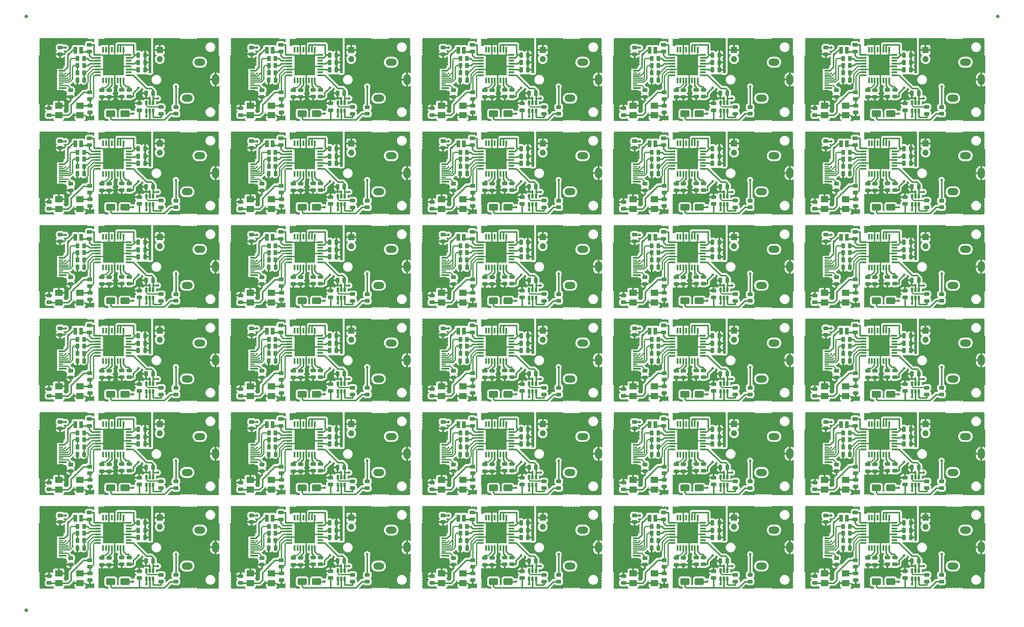
<source format=gbr>
%TF.GenerationSoftware,KiCad,Pcbnew,7.0.2*%
%TF.CreationDate,2023-06-29T11:18:23+02:00*%
%TF.ProjectId,zvukovka_panel,7a76756b-6f76-46b6-915f-70616e656c2e,rev?*%
%TF.SameCoordinates,Original*%
%TF.FileFunction,Copper,L1,Top*%
%TF.FilePolarity,Positive*%
%FSLAX46Y46*%
G04 Gerber Fmt 4.6, Leading zero omitted, Abs format (unit mm)*
G04 Created by KiCad (PCBNEW 7.0.2) date 2023-06-29 11:18:23*
%MOMM*%
%LPD*%
G01*
G04 APERTURE LIST*
G04 Aperture macros list*
%AMRoundRect*
0 Rectangle with rounded corners*
0 $1 Rounding radius*
0 $2 $3 $4 $5 $6 $7 $8 $9 X,Y pos of 4 corners*
0 Add a 4 corners polygon primitive as box body*
4,1,4,$2,$3,$4,$5,$6,$7,$8,$9,$2,$3,0*
0 Add four circle primitives for the rounded corners*
1,1,$1+$1,$2,$3*
1,1,$1+$1,$4,$5*
1,1,$1+$1,$6,$7*
1,1,$1+$1,$8,$9*
0 Add four rect primitives between the rounded corners*
20,1,$1+$1,$2,$3,$4,$5,0*
20,1,$1+$1,$4,$5,$6,$7,0*
20,1,$1+$1,$6,$7,$8,$9,0*
20,1,$1+$1,$8,$9,$2,$3,0*%
G04 Aperture macros list end*
%TA.AperFunction,SMDPad,CuDef*%
%ADD10RoundRect,0.250000X-0.475000X0.250000X-0.475000X-0.250000X0.475000X-0.250000X0.475000X0.250000X0*%
%TD*%
%TA.AperFunction,SMDPad,CuDef*%
%ADD11RoundRect,0.250000X0.450000X-0.262500X0.450000X0.262500X-0.450000X0.262500X-0.450000X-0.262500X0*%
%TD*%
%TA.AperFunction,SMDPad,CuDef*%
%ADD12RoundRect,0.250000X-0.450000X0.262500X-0.450000X-0.262500X0.450000X-0.262500X0.450000X0.262500X0*%
%TD*%
%TA.AperFunction,SMDPad,CuDef*%
%ADD13RoundRect,0.250000X0.262500X0.450000X-0.262500X0.450000X-0.262500X-0.450000X0.262500X-0.450000X0*%
%TD*%
%TA.AperFunction,ComponentPad*%
%ADD14O,2.000000X3.000000*%
%TD*%
%TA.AperFunction,ComponentPad*%
%ADD15O,3.000000X2.000000*%
%TD*%
%TA.AperFunction,SMDPad,CuDef*%
%ADD16RoundRect,0.250000X0.250000X0.475000X-0.250000X0.475000X-0.250000X-0.475000X0.250000X-0.475000X0*%
%TD*%
%TA.AperFunction,SMDPad,CuDef*%
%ADD17R,2.100000X1.700000*%
%TD*%
%TA.AperFunction,SMDPad,CuDef*%
%ADD18RoundRect,0.250000X-1.000000X-0.650000X1.000000X-0.650000X1.000000X0.650000X-1.000000X0.650000X0*%
%TD*%
%TA.AperFunction,SMDPad,CuDef*%
%ADD19RoundRect,0.250000X-0.250000X-0.475000X0.250000X-0.475000X0.250000X0.475000X-0.250000X0.475000X0*%
%TD*%
%TA.AperFunction,SMDPad,CuDef*%
%ADD20RoundRect,0.250000X0.475000X-0.250000X0.475000X0.250000X-0.475000X0.250000X-0.475000X-0.250000X0*%
%TD*%
%TA.AperFunction,SMDPad,CuDef*%
%ADD21RoundRect,0.150000X-0.150000X0.512500X-0.150000X-0.512500X0.150000X-0.512500X0.150000X0.512500X0*%
%TD*%
%TA.AperFunction,SMDPad,CuDef*%
%ADD22R,1.000000X1.900000*%
%TD*%
%TA.AperFunction,SMDPad,CuDef*%
%ADD23RoundRect,0.250000X-0.262500X-0.450000X0.262500X-0.450000X0.262500X0.450000X-0.262500X0.450000X0*%
%TD*%
%TA.AperFunction,SMDPad,CuDef*%
%ADD24R,1.600000X0.550000*%
%TD*%
%TA.AperFunction,SMDPad,CuDef*%
%ADD25R,0.500000X0.500000*%
%TD*%
%TA.AperFunction,SMDPad,CuDef*%
%ADD26R,0.550000X1.600000*%
%TD*%
%TA.AperFunction,ComponentPad*%
%ADD27R,1.700000X1.700000*%
%TD*%
%TA.AperFunction,ComponentPad*%
%ADD28O,1.700000X1.700000*%
%TD*%
%TA.AperFunction,SMDPad,CuDef*%
%ADD29R,1.200000X0.600000*%
%TD*%
%TA.AperFunction,SMDPad,CuDef*%
%ADD30R,1.200000X0.300000*%
%TD*%
%TA.AperFunction,ComponentPad*%
%ADD31RoundRect,0.250000X-0.650000X0.250000X-0.650000X-0.250000X0.650000X-0.250000X0.650000X0.250000X0*%
%TD*%
%TA.AperFunction,ComponentPad*%
%ADD32RoundRect,0.250000X-0.850000X0.250000X-0.850000X-0.250000X0.850000X-0.250000X0.850000X0.250000X0*%
%TD*%
%TA.AperFunction,SMDPad,CuDef*%
%ADD33C,1.000000*%
%TD*%
%TA.AperFunction,ViaPad*%
%ADD34C,0.700000*%
%TD*%
%TA.AperFunction,ViaPad*%
%ADD35C,0.500000*%
%TD*%
%TA.AperFunction,Conductor*%
%ADD36C,0.400000*%
%TD*%
%TA.AperFunction,Conductor*%
%ADD37C,0.300000*%
%TD*%
%TA.AperFunction,Conductor*%
%ADD38C,0.500000*%
%TD*%
G04 APERTURE END LIST*
%TA.AperFunction,EtchedComponent*%
%TO.C,U2*%
G36*
X40695000Y-38860000D02*
G01*
X34955000Y-38860000D01*
X34955000Y-33060000D01*
X40695000Y-33060000D01*
X40695000Y-38860000D01*
G37*
%TD.AperFunction*%
%TA.AperFunction,EtchedComponent*%
G36*
X200145000Y-168860000D02*
G01*
X194405000Y-168860000D01*
X194405000Y-163060000D01*
X200145000Y-163060000D01*
X200145000Y-168860000D01*
G37*
%TD.AperFunction*%
%TA.AperFunction,EtchedComponent*%
G36*
X200145000Y-38860000D02*
G01*
X194405000Y-38860000D01*
X194405000Y-33060000D01*
X200145000Y-33060000D01*
X200145000Y-38860000D01*
G37*
%TD.AperFunction*%
%TA.AperFunction,EtchedComponent*%
G36*
X200145000Y-116860000D02*
G01*
X194405000Y-116860000D01*
X194405000Y-111060000D01*
X200145000Y-111060000D01*
X200145000Y-116860000D01*
G37*
%TD.AperFunction*%
%TA.AperFunction,EtchedComponent*%
G36*
X93845000Y-142860000D02*
G01*
X88105000Y-142860000D01*
X88105000Y-137060000D01*
X93845000Y-137060000D01*
X93845000Y-142860000D01*
G37*
%TD.AperFunction*%
%TA.AperFunction,EtchedComponent*%
G36*
X200145000Y-142860000D02*
G01*
X194405000Y-142860000D01*
X194405000Y-137060000D01*
X200145000Y-137060000D01*
X200145000Y-142860000D01*
G37*
%TD.AperFunction*%
%TA.AperFunction,EtchedComponent*%
G36*
X146995000Y-168860000D02*
G01*
X141255000Y-168860000D01*
X141255000Y-163060000D01*
X146995000Y-163060000D01*
X146995000Y-168860000D01*
G37*
%TD.AperFunction*%
%TA.AperFunction,EtchedComponent*%
G36*
X40695000Y-90860000D02*
G01*
X34955000Y-90860000D01*
X34955000Y-85060000D01*
X40695000Y-85060000D01*
X40695000Y-90860000D01*
G37*
%TD.AperFunction*%
%TA.AperFunction,EtchedComponent*%
G36*
X253295000Y-90860000D02*
G01*
X247555000Y-90860000D01*
X247555000Y-85060000D01*
X253295000Y-85060000D01*
X253295000Y-90860000D01*
G37*
%TD.AperFunction*%
%TA.AperFunction,EtchedComponent*%
G36*
X93845000Y-64860000D02*
G01*
X88105000Y-64860000D01*
X88105000Y-59060000D01*
X93845000Y-59060000D01*
X93845000Y-64860000D01*
G37*
%TD.AperFunction*%
%TA.AperFunction,EtchedComponent*%
G36*
X253295000Y-142860000D02*
G01*
X247555000Y-142860000D01*
X247555000Y-137060000D01*
X253295000Y-137060000D01*
X253295000Y-142860000D01*
G37*
%TD.AperFunction*%
%TA.AperFunction,EtchedComponent*%
G36*
X253295000Y-64860000D02*
G01*
X247555000Y-64860000D01*
X247555000Y-59060000D01*
X253295000Y-59060000D01*
X253295000Y-64860000D01*
G37*
%TD.AperFunction*%
%TA.AperFunction,EtchedComponent*%
G36*
X200145000Y-64860000D02*
G01*
X194405000Y-64860000D01*
X194405000Y-59060000D01*
X200145000Y-59060000D01*
X200145000Y-64860000D01*
G37*
%TD.AperFunction*%
%TA.AperFunction,EtchedComponent*%
G36*
X40695000Y-168860000D02*
G01*
X34955000Y-168860000D01*
X34955000Y-163060000D01*
X40695000Y-163060000D01*
X40695000Y-168860000D01*
G37*
%TD.AperFunction*%
%TA.AperFunction,EtchedComponent*%
G36*
X146995000Y-64860000D02*
G01*
X141255000Y-64860000D01*
X141255000Y-59060000D01*
X146995000Y-59060000D01*
X146995000Y-64860000D01*
G37*
%TD.AperFunction*%
%TA.AperFunction,EtchedComponent*%
G36*
X93845000Y-116860000D02*
G01*
X88105000Y-116860000D01*
X88105000Y-111060000D01*
X93845000Y-111060000D01*
X93845000Y-116860000D01*
G37*
%TD.AperFunction*%
%TA.AperFunction,EtchedComponent*%
G36*
X40695000Y-64860000D02*
G01*
X34955000Y-64860000D01*
X34955000Y-59060000D01*
X40695000Y-59060000D01*
X40695000Y-64860000D01*
G37*
%TD.AperFunction*%
%TA.AperFunction,EtchedComponent*%
G36*
X253295000Y-168860000D02*
G01*
X247555000Y-168860000D01*
X247555000Y-163060000D01*
X253295000Y-163060000D01*
X253295000Y-168860000D01*
G37*
%TD.AperFunction*%
%TA.AperFunction,EtchedComponent*%
G36*
X40695000Y-142860000D02*
G01*
X34955000Y-142860000D01*
X34955000Y-137060000D01*
X40695000Y-137060000D01*
X40695000Y-142860000D01*
G37*
%TD.AperFunction*%
%TA.AperFunction,EtchedComponent*%
G36*
X93845000Y-168860000D02*
G01*
X88105000Y-168860000D01*
X88105000Y-163060000D01*
X93845000Y-163060000D01*
X93845000Y-168860000D01*
G37*
%TD.AperFunction*%
%TA.AperFunction,EtchedComponent*%
G36*
X146995000Y-116860000D02*
G01*
X141255000Y-116860000D01*
X141255000Y-111060000D01*
X146995000Y-111060000D01*
X146995000Y-116860000D01*
G37*
%TD.AperFunction*%
%TA.AperFunction,EtchedComponent*%
G36*
X146995000Y-142860000D02*
G01*
X141255000Y-142860000D01*
X141255000Y-137060000D01*
X146995000Y-137060000D01*
X146995000Y-142860000D01*
G37*
%TD.AperFunction*%
%TA.AperFunction,EtchedComponent*%
G36*
X146995000Y-90860000D02*
G01*
X141255000Y-90860000D01*
X141255000Y-85060000D01*
X146995000Y-85060000D01*
X146995000Y-90860000D01*
G37*
%TD.AperFunction*%
%TA.AperFunction,EtchedComponent*%
G36*
X146995000Y-38860000D02*
G01*
X141255000Y-38860000D01*
X141255000Y-33060000D01*
X146995000Y-33060000D01*
X146995000Y-38860000D01*
G37*
%TD.AperFunction*%
%TA.AperFunction,EtchedComponent*%
G36*
X93845000Y-38860000D02*
G01*
X88105000Y-38860000D01*
X88105000Y-33060000D01*
X93845000Y-33060000D01*
X93845000Y-38860000D01*
G37*
%TD.AperFunction*%
%TA.AperFunction,EtchedComponent*%
G36*
X253295000Y-116860000D02*
G01*
X247555000Y-116860000D01*
X247555000Y-111060000D01*
X253295000Y-111060000D01*
X253295000Y-116860000D01*
G37*
%TD.AperFunction*%
%TA.AperFunction,EtchedComponent*%
G36*
X40695000Y-116860000D02*
G01*
X34955000Y-116860000D01*
X34955000Y-111060000D01*
X40695000Y-111060000D01*
X40695000Y-116860000D01*
G37*
%TD.AperFunction*%
%TA.AperFunction,EtchedComponent*%
G36*
X93845000Y-90860000D02*
G01*
X88105000Y-90860000D01*
X88105000Y-85060000D01*
X93845000Y-85060000D01*
X93845000Y-90860000D01*
G37*
%TD.AperFunction*%
%TA.AperFunction,EtchedComponent*%
G36*
X200145000Y-90860000D02*
G01*
X194405000Y-90860000D01*
X194405000Y-85060000D01*
X200145000Y-85060000D01*
X200145000Y-90860000D01*
G37*
%TD.AperFunction*%
%TA.AperFunction,EtchedComponent*%
G36*
X253295000Y-38860000D02*
G01*
X247555000Y-38860000D01*
X247555000Y-33060000D01*
X253295000Y-33060000D01*
X253295000Y-38860000D01*
G37*
%TD.AperFunction*%
%TD*%
D10*
%TO.P,C13,1*%
%TO.N,Board_22-Net-(U3-CAP-)*%
X157375000Y-151650000D03*
%TO.P,C13,2*%
%TO.N,Board_22-Net-(U3-CAP+)*%
X157375000Y-153550000D03*
%TD*%
D11*
%TO.P,R5,1*%
%TO.N,Board_18-GNDD*%
X185425000Y-122812500D03*
%TO.P,R5,2*%
%TO.N,Board_18-Net-(J1-CC2)*%
X185425000Y-120987500D03*
%TD*%
D12*
%TO.P,R4,1*%
%TO.N,Board_18-/XTO*%
X190725000Y-121587500D03*
%TO.P,R4,2*%
%TO.N,Board_18-Net-(U2-XTI)*%
X190725000Y-123412500D03*
%TD*%
%TO.P,R4,1*%
%TO.N,Board_19-/XTO*%
X243875000Y-121587500D03*
%TO.P,R4,2*%
%TO.N,Board_19-Net-(U2-XTI)*%
X243875000Y-123412500D03*
%TD*%
D11*
%TO.P,R5,1*%
%TO.N,Board_15-GNDD*%
X25975000Y-122812500D03*
%TO.P,R5,2*%
%TO.N,Board_15-Net-(J1-CC2)*%
X25975000Y-120987500D03*
%TD*%
D13*
%TO.P,R3,1*%
%TO.N,Board_19-Net-(U2-VDD)*%
X242287500Y-116100000D03*
%TO.P,R3,2*%
%TO.N,Board_19-/USBC_D+*%
X240462500Y-116100000D03*
%TD*%
D14*
%TO.P,U1,1*%
%TO.N,Board_24-GNDA*%
X278825000Y-144000000D03*
D15*
%TO.P,U1,2*%
%TO.N,Board_24-VIN*%
X274425000Y-139200000D03*
%TO.P,U1,3*%
%TO.N,Board_24-Net-(R8-Pad1)*%
X270925000Y-149200000D03*
%TD*%
D14*
%TO.P,U1,1*%
%TO.N,Board_14-GNDA*%
X278825000Y-92000000D03*
D15*
%TO.P,U1,2*%
%TO.N,Board_14-VIN*%
X274425000Y-87200000D03*
%TO.P,U1,3*%
%TO.N,Board_14-Net-(R8-Pad1)*%
X270925000Y-97200000D03*
%TD*%
D11*
%TO.P,R5,1*%
%TO.N,Board_17-GNDD*%
X132275000Y-122812500D03*
%TO.P,R5,2*%
%TO.N,Board_17-Net-(J1-CC2)*%
X132275000Y-120987500D03*
%TD*%
D16*
%TO.P,C14,1*%
%TO.N,Board_5-GND*%
X46625000Y-61300000D03*
%TO.P,C14,2*%
%TO.N,Board_5-Net-(U2-VCCR)*%
X44725000Y-61300000D03*
%TD*%
D17*
%TO.P,Y2,1,1*%
%TO.N,Board_26-/XTO*%
X75825000Y-179950000D03*
%TO.P,Y2,2,2*%
%TO.N,Board_26-GNDD*%
X81725000Y-179950000D03*
%TO.P,Y2,3,3*%
%TO.N,Board_26-Net-(U2-XTI)*%
X81725000Y-177250000D03*
%TO.P,Y2,4,4*%
%TO.N,Board_26-GNDD*%
X75825000Y-177250000D03*
%TD*%
D13*
%TO.P,R3,1*%
%TO.N,Board_20-Net-(U2-VDD)*%
X29687500Y-142100000D03*
%TO.P,R3,2*%
%TO.N,Board_20-/USBC_D+*%
X27862500Y-142100000D03*
%TD*%
D18*
%TO.P,D1,1,K*%
%TO.N,Board_28-CAPOUT*%
X196525000Y-179500000D03*
%TO.P,D1,2,A*%
%TO.N,Board_28-Net-(D1-A)*%
X200525000Y-179500000D03*
%TD*%
D10*
%TO.P,C9,1*%
%TO.N,Board_20-Net-(U2-VIN)*%
X42225000Y-146850000D03*
%TO.P,C9,2*%
%TO.N,Board_20-VIN*%
X42225000Y-148750000D03*
%TD*%
D18*
%TO.P,D1,1,K*%
%TO.N,Board_1-CAPOUT*%
X90225000Y-49500000D03*
%TO.P,D1,2,A*%
%TO.N,Board_1-Net-(D1-A)*%
X94225000Y-49500000D03*
%TD*%
D19*
%TO.P,C11,1*%
%TO.N,Board_6-Net-(U2-VCCL)*%
X97875000Y-63300000D03*
%TO.P,C11,2*%
%TO.N,Board_6-GND*%
X99775000Y-63300000D03*
%TD*%
D20*
%TO.P,C2,1*%
%TO.N,Board_1-GNDD*%
X84475000Y-49150000D03*
%TO.P,C2,2*%
%TO.N,Board_1-Net-(U2-XTI)*%
X84475000Y-47250000D03*
%TD*%
D16*
%TO.P,C17,1*%
%TO.N,Board_6-GND*%
X99775000Y-59200000D03*
%TO.P,C17,2*%
%TO.N,Board_6-Net-(U2-MAMP)*%
X97875000Y-59200000D03*
%TD*%
%TO.P,C14,1*%
%TO.N,Board_19-GND*%
X259225000Y-113300000D03*
%TO.P,C14,2*%
%TO.N,Board_19-Net-(U2-VCCR)*%
X257325000Y-113300000D03*
%TD*%
D17*
%TO.P,Y2,1,1*%
%TO.N,Board_23-/XTO*%
X182125000Y-153950000D03*
%TO.P,Y2,2,2*%
%TO.N,Board_23-GNDD*%
X188025000Y-153950000D03*
%TO.P,Y2,3,3*%
%TO.N,Board_23-Net-(U2-XTI)*%
X188025000Y-151250000D03*
%TO.P,Y2,4,4*%
%TO.N,Board_23-GNDD*%
X182125000Y-151250000D03*
%TD*%
D16*
%TO.P,C10,1*%
%TO.N,Board_4-Net-(D1-A)*%
X261425000Y-43800000D03*
%TO.P,C10,2*%
%TO.N,Board_4-GNDA*%
X259525000Y-43800000D03*
%TD*%
D21*
%TO.P,U3,1,V+*%
%TO.N,Board_25-Net-(D1-A)*%
X48875000Y-176462500D03*
%TO.P,U3,2,GND*%
%TO.N,Board_25-GNDA*%
X47925000Y-176462500D03*
%TO.P,U3,3,CAP-*%
%TO.N,Board_25-Net-(U3-CAP-)*%
X46975000Y-176462500D03*
%TO.P,U3,4,SD*%
%TO.N,Board_25-Net-(D1-A)*%
X46975000Y-178737500D03*
%TO.P,U3,5,VOUT*%
%TO.N,Board_25-CAPOUT*%
X47925000Y-178737500D03*
%TO.P,U3,6,CAP+*%
%TO.N,Board_25-Net-(U3-CAP+)*%
X48875000Y-178737500D03*
%TD*%
D18*
%TO.P,D1,1,K*%
%TO.N,Board_0-CAPOUT*%
X37075000Y-49500000D03*
%TO.P,D1,2,A*%
%TO.N,Board_0-Net-(D1-A)*%
X41075000Y-49500000D03*
%TD*%
D11*
%TO.P,R7,1*%
%TO.N,Board_9-GNDD*%
X235675000Y-58962500D03*
%TO.P,R7,2*%
%TO.N,Board_9-Net-(J1-CC1)*%
X235675000Y-57137500D03*
%TD*%
D16*
%TO.P,C10,1*%
%TO.N,Board_19-Net-(D1-A)*%
X261425000Y-121800000D03*
%TO.P,C10,2*%
%TO.N,Board_19-GNDA*%
X259525000Y-121800000D03*
%TD*%
D11*
%TO.P,R7,1*%
%TO.N,Board_6-GNDD*%
X76225000Y-58962500D03*
%TO.P,R7,2*%
%TO.N,Board_6-Net-(J1-CC1)*%
X76225000Y-57137500D03*
%TD*%
D20*
%TO.P,C8,1*%
%TO.N,Board_8-GNDA*%
X199625000Y-70750000D03*
%TO.P,C8,2*%
%TO.N,Board_8-Net-(U2-VCCA)*%
X199625000Y-68850000D03*
%TD*%
D16*
%TO.P,C17,1*%
%TO.N,Board_16-GND*%
X99775000Y-111200000D03*
%TO.P,C17,2*%
%TO.N,Board_16-Net-(U2-MAMP)*%
X97875000Y-111200000D03*
%TD*%
%TO.P,C14,1*%
%TO.N,Board_14-GND*%
X259225000Y-87300000D03*
%TO.P,C14,2*%
%TO.N,Board_14-Net-(U2-VCCR)*%
X257325000Y-87300000D03*
%TD*%
D20*
%TO.P,C2,1*%
%TO.N,Board_15-GNDD*%
X31325000Y-127150000D03*
%TO.P,C2,2*%
%TO.N,Board_15-Net-(U2-XTI)*%
X31325000Y-125250000D03*
%TD*%
D10*
%TO.P,C3,1*%
%TO.N,Board_18-GNDD*%
X179475000Y-126000000D03*
%TO.P,C3,2*%
%TO.N,Board_18-/XTO*%
X179475000Y-127900000D03*
%TD*%
D20*
%TO.P,C6,1*%
%TO.N,Board_0-GNDA*%
X34675000Y-44850000D03*
%TO.P,C6,2*%
%TO.N,Board_0-Net-(U2-VCOM1)*%
X34675000Y-42950000D03*
%TD*%
D22*
%TO.P,L1,1*%
%TO.N,Board_29-Net-(U2-VBUS)*%
X241475000Y-161900000D03*
%TO.P,L1,2*%
%TO.N,Board_29-Net-(J1-VBUS-PadA4)*%
X239875000Y-161900000D03*
%TD*%
D18*
%TO.P,D1,1,K*%
%TO.N,Board_13-CAPOUT*%
X196525000Y-101500000D03*
%TO.P,D1,2,A*%
%TO.N,Board_13-Net-(D1-A)*%
X200525000Y-101500000D03*
%TD*%
D23*
%TO.P,R2,1*%
%TO.N,Board_9-/USBC_D+*%
X240462500Y-62100000D03*
%TO.P,R2,2*%
%TO.N,Board_9-Net-(U2-D+)*%
X242287500Y-62100000D03*
%TD*%
D16*
%TO.P,C1,1*%
%TO.N,Board_15-Net-(U2-VDD)*%
X29725000Y-118200000D03*
%TO.P,C1,2*%
%TO.N,Board_15-GNDD*%
X27825000Y-118200000D03*
%TD*%
D14*
%TO.P,U1,1*%
%TO.N,Board_2-GNDA*%
X172525000Y-40000000D03*
D15*
%TO.P,U1,2*%
%TO.N,Board_2-VIN*%
X168125000Y-35200000D03*
%TO.P,U1,3*%
%TO.N,Board_2-Net-(R8-Pad1)*%
X164625000Y-45200000D03*
%TD*%
D19*
%TO.P,C11,1*%
%TO.N,Board_28-Net-(U2-VCCL)*%
X204175000Y-167300000D03*
%TO.P,C11,2*%
%TO.N,Board_28-GND*%
X206075000Y-167300000D03*
%TD*%
D20*
%TO.P,C7,1*%
%TO.N,Board_22-GNDA*%
X142975000Y-148850000D03*
%TO.P,C7,2*%
%TO.N,Board_22-Net-(U2-VCOM2)*%
X142975000Y-146950000D03*
%TD*%
%TO.P,C2,1*%
%TO.N,Board_16-GNDD*%
X84475000Y-127150000D03*
%TO.P,C2,2*%
%TO.N,Board_16-Net-(U2-XTI)*%
X84475000Y-125250000D03*
%TD*%
%TO.P,C7,1*%
%TO.N,Board_29-GNDA*%
X249275000Y-174850000D03*
%TO.P,C7,2*%
%TO.N,Board_29-Net-(U2-VCOM2)*%
X249275000Y-172950000D03*
%TD*%
D19*
%TO.P,C11,1*%
%TO.N,Board_3-Net-(U2-VCCL)*%
X204175000Y-37300000D03*
%TO.P,C11,2*%
%TO.N,Board_3-GND*%
X206075000Y-37300000D03*
%TD*%
%TO.P,C11,1*%
%TO.N,Board_4-Net-(U2-VCCL)*%
X257325000Y-37300000D03*
%TO.P,C11,2*%
%TO.N,Board_4-GND*%
X259225000Y-37300000D03*
%TD*%
D20*
%TO.P,C2,1*%
%TO.N,Board_0-GNDD*%
X31325000Y-49150000D03*
%TO.P,C2,2*%
%TO.N,Board_0-Net-(U2-XTI)*%
X31325000Y-47250000D03*
%TD*%
D16*
%TO.P,C10,1*%
%TO.N,Board_2-Net-(D1-A)*%
X155125000Y-43800000D03*
%TO.P,C10,2*%
%TO.N,Board_2-GNDA*%
X153225000Y-43800000D03*
%TD*%
D18*
%TO.P,D1,1,K*%
%TO.N,Board_17-CAPOUT*%
X143375000Y-127500000D03*
%TO.P,D1,2,A*%
%TO.N,Board_17-Net-(D1-A)*%
X147375000Y-127500000D03*
%TD*%
D10*
%TO.P,C3,1*%
%TO.N,Board_29-GNDD*%
X232625000Y-178000000D03*
%TO.P,C3,2*%
%TO.N,Board_29-/XTO*%
X232625000Y-179900000D03*
%TD*%
D21*
%TO.P,U3,1,V+*%
%TO.N,Board_17-Net-(D1-A)*%
X155175000Y-124462500D03*
%TO.P,U3,2,GND*%
%TO.N,Board_17-GNDA*%
X154225000Y-124462500D03*
%TO.P,U3,3,CAP-*%
%TO.N,Board_17-Net-(U3-CAP-)*%
X153275000Y-124462500D03*
%TO.P,U3,4,SD*%
%TO.N,Board_17-Net-(D1-A)*%
X153275000Y-126737500D03*
%TO.P,U3,5,VOUT*%
%TO.N,Board_17-CAPOUT*%
X154225000Y-126737500D03*
%TO.P,U3,6,CAP+*%
%TO.N,Board_17-Net-(U3-CAP+)*%
X155175000Y-126737500D03*
%TD*%
D13*
%TO.P,R3,1*%
%TO.N,Board_0-Net-(U2-VDD)*%
X29687500Y-38100000D03*
%TO.P,R3,2*%
%TO.N,Board_0-/USBC_D+*%
X27862500Y-38100000D03*
%TD*%
D24*
%TO.P,U2,1,BGND*%
%TO.N,Board_0-GND1*%
X33565000Y-33180000D03*
D25*
X35205000Y-33310000D03*
D24*
%TO.P,U2,2,VBUS*%
%TO.N,Board_0-Net-(U2-VBUS)*%
X33565000Y-33980000D03*
%TO.P,U2,3,D-*%
%TO.N,Board_0-Net-(U2-D-)*%
X33565000Y-34780000D03*
%TO.P,U2,4,D+*%
%TO.N,Board_0-Net-(U2-D+)*%
X33565000Y-35580000D03*
%TO.P,U2,5,VDD*%
%TO.N,Board_0-Net-(U2-VDD)*%
X33565000Y-36380000D03*
%TO.P,U2,6,DGND*%
%TO.N,Board_0-GNDD*%
X33565000Y-37180000D03*
D25*
X35205000Y-37180000D03*
D24*
%TO.P,U2,7,XTO*%
%TO.N,Board_0-/XTO*%
X33565000Y-37980000D03*
%TO.P,U2,8,XTI*%
%TO.N,Board_0-Net-(U2-XTI)*%
X33565000Y-38780000D03*
D26*
%TO.P,U2,9,FL*%
%TO.N,Board_0-unconnected-(U2-FL-Pad9)*%
X35015000Y-40230000D03*
%TO.P,U2,10,FR*%
%TO.N,Board_0-unconnected-(U2-FR-Pad10)*%
X35815000Y-40230000D03*
%TO.P,U2,11,VCOM1*%
%TO.N,Board_0-Net-(U2-VCOM1)*%
X36615000Y-40230000D03*
%TO.P,U2,12,VCOM2*%
%TO.N,Board_0-Net-(U2-VCOM2)*%
X37415000Y-40230000D03*
D25*
%TO.P,U2,13,AGND*%
%TO.N,Board_0-GNDA*%
X38215000Y-38610000D03*
D26*
X38215000Y-40230000D03*
%TO.P,U2,14*%
%TO.N,N/C*%
X39015000Y-40230000D03*
%TO.P,U2,15,VCCA*%
%TO.N,Board_0-Net-(U2-VCCA)*%
X39815000Y-40230000D03*
%TO.P,U2,16,VIN*%
%TO.N,Board_0-Net-(U2-VIN)*%
X40615000Y-40230000D03*
D24*
%TO.P,U2,17,MBIAS*%
%TO.N,Board_0-Net-(D1-A)*%
X42065000Y-38780000D03*
%TO.P,U2,18,VOUTL*%
%TO.N,Board_0-unconnected-(U2-VOUTL-Pad18)*%
X42065000Y-37980000D03*
%TO.P,U2,19,VCCL*%
%TO.N,Board_0-Net-(U2-VCCL)*%
X42065000Y-37180000D03*
D25*
%TO.P,U2,20,HGND*%
%TO.N,Board_0-GND*%
X36615000Y-33310000D03*
X38225000Y-33310000D03*
X40445000Y-33310000D03*
X40455000Y-36370000D03*
D24*
X42065000Y-36380000D03*
%TO.P,U2,21,VCCR*%
%TO.N,Board_0-Net-(U2-VCCR)*%
X42065000Y-35580000D03*
%TO.P,U2,22,VOUTR*%
%TO.N,Board_0-unconnected-(U2-VOUTR-Pad22)*%
X42065000Y-34780000D03*
%TO.P,U2,23,MAMP*%
%TO.N,Board_0-Net-(U2-MAMP)*%
X42065000Y-33980000D03*
%TO.P,U2,24,POWER*%
%TO.N,Board_0-GND*%
X42065000Y-33180000D03*
D26*
%TO.P,U2,25,PGND*%
X40615000Y-31730000D03*
%TO.P,U2,26,VCCP*%
%TO.N,Board_0-Net-(U2-MAMP)*%
X39815000Y-31730000D03*
%TO.P,U2,27,TEST1*%
X39015000Y-31730000D03*
%TO.P,U2,28,TEST0*%
%TO.N,Board_0-GND*%
X38215000Y-31730000D03*
%TO.P,U2,29,~{SSPND}*%
%TO.N,Board_0-unconnected-(U2-~{SSPND}-Pad29)*%
X37415000Y-31730000D03*
%TO.P,U2,30,MMUTE*%
%TO.N,Board_0-GND*%
X36615000Y-31730000D03*
%TO.P,U2,31,~{REC}*%
%TO.N,Board_0-unconnected-(U2-~{REC}-Pad31)*%
X35815000Y-31730000D03*
%TO.P,U2,32,~{PLAY}*%
%TO.N,Board_0-unconnected-(U2-~{PLAY}-Pad32)*%
X35015000Y-31730000D03*
%TD*%
D13*
%TO.P,R1,1*%
%TO.N,Board_12-Net-(U2-D-)*%
X135987500Y-86200000D03*
%TO.P,R1,2*%
%TO.N,Board_12-Net-(J1-D--PadA7)*%
X134162500Y-86200000D03*
%TD*%
D12*
%TO.P,R6,1*%
%TO.N,Board_20-VIN*%
X55175000Y-151687500D03*
%TO.P,R6,2*%
%TO.N,Board_20-CAPOUT*%
X55175000Y-153512500D03*
%TD*%
D27*
%TO.P,J2,1,Pin_1*%
%TO.N,Board_9-GNDA*%
X263325000Y-57775000D03*
D28*
%TO.P,J2,2,Pin_2*%
%TO.N,Board_9-VIN*%
X263325000Y-60315000D03*
%TD*%
D20*
%TO.P,C2,1*%
%TO.N,Board_22-GNDD*%
X137625000Y-153150000D03*
%TO.P,C2,2*%
%TO.N,Board_22-Net-(U2-XTI)*%
X137625000Y-151250000D03*
%TD*%
%TO.P,C7,1*%
%TO.N,Board_7-GNDA*%
X142975000Y-70850000D03*
%TO.P,C7,2*%
%TO.N,Board_7-Net-(U2-VCOM2)*%
X142975000Y-68950000D03*
%TD*%
D16*
%TO.P,C17,1*%
%TO.N,Board_28-GND*%
X206075000Y-163200000D03*
%TO.P,C17,2*%
%TO.N,Board_28-Net-(U2-MAMP)*%
X204175000Y-163200000D03*
%TD*%
%TO.P,C17,1*%
%TO.N,Board_21-GND*%
X99775000Y-137200000D03*
%TO.P,C17,2*%
%TO.N,Board_21-Net-(U2-MAMP)*%
X97875000Y-137200000D03*
%TD*%
D23*
%TO.P,R2,1*%
%TO.N,Board_0-/USBC_D+*%
X27862500Y-36100000D03*
%TO.P,R2,2*%
%TO.N,Board_0-Net-(U2-D+)*%
X29687500Y-36100000D03*
%TD*%
D13*
%TO.P,R1,1*%
%TO.N,Board_20-Net-(U2-D-)*%
X29687500Y-138200000D03*
%TO.P,R1,2*%
%TO.N,Board_20-Net-(J1-D--PadA7)*%
X27862500Y-138200000D03*
%TD*%
D18*
%TO.P,D1,1,K*%
%TO.N,Board_25-CAPOUT*%
X37075000Y-179500000D03*
%TO.P,D1,2,A*%
%TO.N,Board_25-Net-(D1-A)*%
X41075000Y-179500000D03*
%TD*%
D12*
%TO.P,R6,1*%
%TO.N,Board_1-VIN*%
X108325000Y-47687500D03*
%TO.P,R6,2*%
%TO.N,Board_1-CAPOUT*%
X108325000Y-49512500D03*
%TD*%
D19*
%TO.P,C11,1*%
%TO.N,Board_14-Net-(U2-VCCL)*%
X257325000Y-89300000D03*
%TO.P,C11,2*%
%TO.N,Board_14-GND*%
X259225000Y-89300000D03*
%TD*%
D10*
%TO.P,C9,1*%
%TO.N,Board_24-Net-(U2-VIN)*%
X254825000Y-146850000D03*
%TO.P,C9,2*%
%TO.N,Board_24-VIN*%
X254825000Y-148750000D03*
%TD*%
D16*
%TO.P,C1,1*%
%TO.N,Board_10-Net-(U2-VDD)*%
X29725000Y-92200000D03*
%TO.P,C1,2*%
%TO.N,Board_10-GNDD*%
X27825000Y-92200000D03*
%TD*%
D10*
%TO.P,C13,1*%
%TO.N,Board_3-Net-(U3-CAP-)*%
X210525000Y-47650000D03*
%TO.P,C13,2*%
%TO.N,Board_3-Net-(U3-CAP+)*%
X210525000Y-49550000D03*
%TD*%
%TO.P,C13,1*%
%TO.N,Board_11-Net-(U3-CAP-)*%
X104225000Y-99650000D03*
%TO.P,C13,2*%
%TO.N,Board_11-Net-(U3-CAP+)*%
X104225000Y-101550000D03*
%TD*%
D13*
%TO.P,R1,1*%
%TO.N,Board_22-Net-(U2-D-)*%
X135987500Y-138200000D03*
%TO.P,R1,2*%
%TO.N,Board_22-Net-(J1-D--PadA7)*%
X134162500Y-138200000D03*
%TD*%
D16*
%TO.P,C10,1*%
%TO.N,Board_16-Net-(D1-A)*%
X101975000Y-121800000D03*
%TO.P,C10,2*%
%TO.N,Board_16-GNDA*%
X100075000Y-121800000D03*
%TD*%
D14*
%TO.P,U1,1*%
%TO.N,Board_3-GNDA*%
X225675000Y-40000000D03*
D15*
%TO.P,U1,2*%
%TO.N,Board_3-VIN*%
X221275000Y-35200000D03*
%TO.P,U1,3*%
%TO.N,Board_3-Net-(R8-Pad1)*%
X217775000Y-45200000D03*
%TD*%
D22*
%TO.P,L1,1*%
%TO.N,Board_17-Net-(U2-VBUS)*%
X135175000Y-109900000D03*
%TO.P,L1,2*%
%TO.N,Board_17-Net-(J1-VBUS-PadA4)*%
X133575000Y-109900000D03*
%TD*%
D20*
%TO.P,C2,1*%
%TO.N,Board_5-GNDD*%
X31325000Y-75150000D03*
%TO.P,C2,2*%
%TO.N,Board_5-Net-(U2-XTI)*%
X31325000Y-73250000D03*
%TD*%
D21*
%TO.P,U3,1,V+*%
%TO.N,Board_20-Net-(D1-A)*%
X48875000Y-150462500D03*
%TO.P,U3,2,GND*%
%TO.N,Board_20-GNDA*%
X47925000Y-150462500D03*
%TO.P,U3,3,CAP-*%
%TO.N,Board_20-Net-(U3-CAP-)*%
X46975000Y-150462500D03*
%TO.P,U3,4,SD*%
%TO.N,Board_20-Net-(D1-A)*%
X46975000Y-152737500D03*
%TO.P,U3,5,VOUT*%
%TO.N,Board_20-CAPOUT*%
X47925000Y-152737500D03*
%TO.P,U3,6,CAP+*%
%TO.N,Board_20-Net-(U3-CAP+)*%
X48875000Y-152737500D03*
%TD*%
D13*
%TO.P,R1,1*%
%TO.N,Board_28-Net-(U2-D-)*%
X189137500Y-164200000D03*
%TO.P,R1,2*%
%TO.N,Board_28-Net-(J1-D--PadA7)*%
X187312500Y-164200000D03*
%TD*%
D16*
%TO.P,C14,1*%
%TO.N,Board_26-GND*%
X99775000Y-165300000D03*
%TO.P,C14,2*%
%TO.N,Board_26-Net-(U2-VCCR)*%
X97875000Y-165300000D03*
%TD*%
%TO.P,C10,1*%
%TO.N,Board_24-Net-(D1-A)*%
X261425000Y-147800000D03*
%TO.P,C10,2*%
%TO.N,Board_24-GNDA*%
X259525000Y-147800000D03*
%TD*%
D13*
%TO.P,R1,1*%
%TO.N,Board_11-Net-(U2-D-)*%
X82837500Y-86200000D03*
%TO.P,R1,2*%
%TO.N,Board_11-Net-(J1-D--PadA7)*%
X81012500Y-86200000D03*
%TD*%
D16*
%TO.P,C1,1*%
%TO.N,Board_24-Net-(U2-VDD)*%
X242325000Y-144200000D03*
%TO.P,C1,2*%
%TO.N,Board_24-GNDD*%
X240425000Y-144200000D03*
%TD*%
D17*
%TO.P,Y2,1,1*%
%TO.N,Board_15-/XTO*%
X22675000Y-127950000D03*
%TO.P,Y2,2,2*%
%TO.N,Board_15-GNDD*%
X28575000Y-127950000D03*
%TO.P,Y2,3,3*%
%TO.N,Board_15-Net-(U2-XTI)*%
X28575000Y-125250000D03*
%TO.P,Y2,4,4*%
%TO.N,Board_15-GNDD*%
X22675000Y-125250000D03*
%TD*%
D22*
%TO.P,L1,1*%
%TO.N,Board_8-Net-(U2-VBUS)*%
X188325000Y-57900000D03*
%TO.P,L1,2*%
%TO.N,Board_8-Net-(J1-VBUS-PadA4)*%
X186725000Y-57900000D03*
%TD*%
D20*
%TO.P,C6,1*%
%TO.N,Board_22-GNDA*%
X140975000Y-148850000D03*
%TO.P,C6,2*%
%TO.N,Board_22-Net-(U2-VCOM1)*%
X140975000Y-146950000D03*
%TD*%
D29*
%TO.P,J1,A1,GND*%
%TO.N,Board_21-GNDD*%
X76425000Y-140750000D03*
X76425000Y-147150000D03*
%TO.P,J1,A4,VBUS*%
%TO.N,Board_21-Net-(J1-VBUS-PadA4)*%
X76425000Y-141550000D03*
X76425000Y-146350000D03*
D30*
%TO.P,J1,A5,CC1*%
%TO.N,Board_21-Net-(J1-CC1)*%
X76425000Y-142700000D03*
%TO.P,J1,A6,D+*%
%TO.N,Board_21-/USBC_D+*%
X76425000Y-143700000D03*
%TO.P,J1,A7,D-*%
%TO.N,Board_21-Net-(J1-D--PadA7)*%
X76425000Y-144200000D03*
%TO.P,J1,A8,SBU1*%
%TO.N,Board_21-unconnected-(J1-SBU1-PadA8)*%
X76425000Y-145200000D03*
%TO.P,J1,B5,CC2*%
%TO.N,Board_21-Net-(J1-CC2)*%
X76425000Y-145700000D03*
%TO.P,J1,B6,D+*%
%TO.N,Board_21-/USBC_D+*%
X76425000Y-144700000D03*
%TO.P,J1,B7,D-*%
%TO.N,Board_21-Net-(J1-D--PadA7)*%
X76425000Y-143200000D03*
%TO.P,J1,B8,SBU2*%
%TO.N,Board_21-unconnected-(J1-SBU2-PadB8)*%
X76425000Y-142200000D03*
D31*
%TO.P,J1,S1,SHIELD*%
%TO.N,Board_21-GNDD*%
X75825000Y-139630000D03*
D32*
X71825000Y-139630000D03*
D31*
X75825000Y-148270000D03*
D32*
X71825000Y-148270000D03*
%TD*%
D16*
%TO.P,C14,1*%
%TO.N,Board_21-GND*%
X99775000Y-139300000D03*
%TO.P,C14,2*%
%TO.N,Board_21-Net-(U2-VCCR)*%
X97875000Y-139300000D03*
%TD*%
D20*
%TO.P,C7,1*%
%TO.N,Board_24-GNDA*%
X249275000Y-148850000D03*
%TO.P,C7,2*%
%TO.N,Board_24-Net-(U2-VCOM2)*%
X249275000Y-146950000D03*
%TD*%
D18*
%TO.P,D1,1,K*%
%TO.N,Board_10-CAPOUT*%
X37075000Y-101500000D03*
%TO.P,D1,2,A*%
%TO.N,Board_10-Net-(D1-A)*%
X41075000Y-101500000D03*
%TD*%
D10*
%TO.P,C9,1*%
%TO.N,Board_8-Net-(U2-VIN)*%
X201675000Y-68850000D03*
%TO.P,C9,2*%
%TO.N,Board_8-VIN*%
X201675000Y-70750000D03*
%TD*%
D29*
%TO.P,J1,A1,GND*%
%TO.N,Board_4-GNDD*%
X235875000Y-36750000D03*
X235875000Y-43150000D03*
%TO.P,J1,A4,VBUS*%
%TO.N,Board_4-Net-(J1-VBUS-PadA4)*%
X235875000Y-37550000D03*
X235875000Y-42350000D03*
D30*
%TO.P,J1,A5,CC1*%
%TO.N,Board_4-Net-(J1-CC1)*%
X235875000Y-38700000D03*
%TO.P,J1,A6,D+*%
%TO.N,Board_4-/USBC_D+*%
X235875000Y-39700000D03*
%TO.P,J1,A7,D-*%
%TO.N,Board_4-Net-(J1-D--PadA7)*%
X235875000Y-40200000D03*
%TO.P,J1,A8,SBU1*%
%TO.N,Board_4-unconnected-(J1-SBU1-PadA8)*%
X235875000Y-41200000D03*
%TO.P,J1,B5,CC2*%
%TO.N,Board_4-Net-(J1-CC2)*%
X235875000Y-41700000D03*
%TO.P,J1,B6,D+*%
%TO.N,Board_4-/USBC_D+*%
X235875000Y-40700000D03*
%TO.P,J1,B7,D-*%
%TO.N,Board_4-Net-(J1-D--PadA7)*%
X235875000Y-39200000D03*
%TO.P,J1,B8,SBU2*%
%TO.N,Board_4-unconnected-(J1-SBU2-PadB8)*%
X235875000Y-38200000D03*
D31*
%TO.P,J1,S1,SHIELD*%
%TO.N,Board_4-GNDD*%
X235275000Y-35630000D03*
D32*
X231275000Y-35630000D03*
D31*
X235275000Y-44270000D03*
D32*
X231275000Y-44270000D03*
%TD*%
D21*
%TO.P,U3,1,V+*%
%TO.N,Board_26-Net-(D1-A)*%
X102025000Y-176462500D03*
%TO.P,U3,2,GND*%
%TO.N,Board_26-GNDA*%
X101075000Y-176462500D03*
%TO.P,U3,3,CAP-*%
%TO.N,Board_26-Net-(U3-CAP-)*%
X100125000Y-176462500D03*
%TO.P,U3,4,SD*%
%TO.N,Board_26-Net-(D1-A)*%
X100125000Y-178737500D03*
%TO.P,U3,5,VOUT*%
%TO.N,Board_26-CAPOUT*%
X101075000Y-178737500D03*
%TO.P,U3,6,CAP+*%
%TO.N,Board_26-Net-(U3-CAP+)*%
X102025000Y-178737500D03*
%TD*%
D20*
%TO.P,C7,1*%
%TO.N,Board_26-GNDA*%
X89825000Y-174850000D03*
%TO.P,C7,2*%
%TO.N,Board_26-Net-(U2-VCOM2)*%
X89825000Y-172950000D03*
%TD*%
D10*
%TO.P,C13,1*%
%TO.N,Board_15-Net-(U3-CAP-)*%
X51075000Y-125650000D03*
%TO.P,C13,2*%
%TO.N,Board_15-Net-(U3-CAP+)*%
X51075000Y-127550000D03*
%TD*%
D16*
%TO.P,C14,1*%
%TO.N,Board_9-GND*%
X259225000Y-61300000D03*
%TO.P,C14,2*%
%TO.N,Board_9-Net-(U2-VCCR)*%
X257325000Y-61300000D03*
%TD*%
D20*
%TO.P,C7,1*%
%TO.N,Board_5-GNDA*%
X36675000Y-70850000D03*
%TO.P,C7,2*%
%TO.N,Board_5-Net-(U2-VCOM2)*%
X36675000Y-68950000D03*
%TD*%
%TO.P,C7,1*%
%TO.N,Board_1-GNDA*%
X89825000Y-44850000D03*
%TO.P,C7,2*%
%TO.N,Board_1-Net-(U2-VCOM2)*%
X89825000Y-42950000D03*
%TD*%
D13*
%TO.P,R1,1*%
%TO.N,Board_21-Net-(U2-D-)*%
X82837500Y-138200000D03*
%TO.P,R1,2*%
%TO.N,Board_21-Net-(J1-D--PadA7)*%
X81012500Y-138200000D03*
%TD*%
D24*
%TO.P,U2,1,BGND*%
%TO.N,Board_28-GND1*%
X193015000Y-163180000D03*
D25*
X194655000Y-163310000D03*
D24*
%TO.P,U2,2,VBUS*%
%TO.N,Board_28-Net-(U2-VBUS)*%
X193015000Y-163980000D03*
%TO.P,U2,3,D-*%
%TO.N,Board_28-Net-(U2-D-)*%
X193015000Y-164780000D03*
%TO.P,U2,4,D+*%
%TO.N,Board_28-Net-(U2-D+)*%
X193015000Y-165580000D03*
%TO.P,U2,5,VDD*%
%TO.N,Board_28-Net-(U2-VDD)*%
X193015000Y-166380000D03*
%TO.P,U2,6,DGND*%
%TO.N,Board_28-GNDD*%
X193015000Y-167180000D03*
D25*
X194655000Y-167180000D03*
D24*
%TO.P,U2,7,XTO*%
%TO.N,Board_28-/XTO*%
X193015000Y-167980000D03*
%TO.P,U2,8,XTI*%
%TO.N,Board_28-Net-(U2-XTI)*%
X193015000Y-168780000D03*
D26*
%TO.P,U2,9,FL*%
%TO.N,Board_28-unconnected-(U2-FL-Pad9)*%
X194465000Y-170230000D03*
%TO.P,U2,10,FR*%
%TO.N,Board_28-unconnected-(U2-FR-Pad10)*%
X195265000Y-170230000D03*
%TO.P,U2,11,VCOM1*%
%TO.N,Board_28-Net-(U2-VCOM1)*%
X196065000Y-170230000D03*
%TO.P,U2,12,VCOM2*%
%TO.N,Board_28-Net-(U2-VCOM2)*%
X196865000Y-170230000D03*
D25*
%TO.P,U2,13,AGND*%
%TO.N,Board_28-GNDA*%
X197665000Y-168610000D03*
D26*
X197665000Y-170230000D03*
%TO.P,U2,14*%
%TO.N,N/C*%
X198465000Y-170230000D03*
%TO.P,U2,15,VCCA*%
%TO.N,Board_28-Net-(U2-VCCA)*%
X199265000Y-170230000D03*
%TO.P,U2,16,VIN*%
%TO.N,Board_28-Net-(U2-VIN)*%
X200065000Y-170230000D03*
D24*
%TO.P,U2,17,MBIAS*%
%TO.N,Board_28-Net-(D1-A)*%
X201515000Y-168780000D03*
%TO.P,U2,18,VOUTL*%
%TO.N,Board_28-unconnected-(U2-VOUTL-Pad18)*%
X201515000Y-167980000D03*
%TO.P,U2,19,VCCL*%
%TO.N,Board_28-Net-(U2-VCCL)*%
X201515000Y-167180000D03*
D25*
%TO.P,U2,20,HGND*%
%TO.N,Board_28-GND*%
X196065000Y-163310000D03*
X197675000Y-163310000D03*
X199895000Y-163310000D03*
X199905000Y-166370000D03*
D24*
X201515000Y-166380000D03*
%TO.P,U2,21,VCCR*%
%TO.N,Board_28-Net-(U2-VCCR)*%
X201515000Y-165580000D03*
%TO.P,U2,22,VOUTR*%
%TO.N,Board_28-unconnected-(U2-VOUTR-Pad22)*%
X201515000Y-164780000D03*
%TO.P,U2,23,MAMP*%
%TO.N,Board_28-Net-(U2-MAMP)*%
X201515000Y-163980000D03*
%TO.P,U2,24,POWER*%
%TO.N,Board_28-GND*%
X201515000Y-163180000D03*
D26*
%TO.P,U2,25,PGND*%
X200065000Y-161730000D03*
%TO.P,U2,26,VCCP*%
%TO.N,Board_28-Net-(U2-MAMP)*%
X199265000Y-161730000D03*
%TO.P,U2,27,TEST1*%
X198465000Y-161730000D03*
%TO.P,U2,28,TEST0*%
%TO.N,Board_28-GND*%
X197665000Y-161730000D03*
%TO.P,U2,29,~{SSPND}*%
%TO.N,Board_28-unconnected-(U2-~{SSPND}-Pad29)*%
X196865000Y-161730000D03*
%TO.P,U2,30,MMUTE*%
%TO.N,Board_28-GND*%
X196065000Y-161730000D03*
%TO.P,U2,31,~{REC}*%
%TO.N,Board_28-unconnected-(U2-~{REC}-Pad31)*%
X195265000Y-161730000D03*
%TO.P,U2,32,~{PLAY}*%
%TO.N,Board_28-unconnected-(U2-~{PLAY}-Pad32)*%
X194465000Y-161730000D03*
%TD*%
D11*
%TO.P,R5,1*%
%TO.N,Board_22-GNDD*%
X132275000Y-148812500D03*
%TO.P,R5,2*%
%TO.N,Board_22-Net-(J1-CC2)*%
X132275000Y-146987500D03*
%TD*%
D13*
%TO.P,R3,1*%
%TO.N,Board_10-Net-(U2-VDD)*%
X29687500Y-90100000D03*
%TO.P,R3,2*%
%TO.N,Board_10-/USBC_D+*%
X27862500Y-90100000D03*
%TD*%
D16*
%TO.P,C1,1*%
%TO.N,Board_21-Net-(U2-VDD)*%
X82875000Y-144200000D03*
%TO.P,C1,2*%
%TO.N,Board_21-GNDD*%
X80975000Y-144200000D03*
%TD*%
%TO.P,C14,1*%
%TO.N,Board_25-GND*%
X46625000Y-165300000D03*
%TO.P,C14,2*%
%TO.N,Board_25-Net-(U2-VCCR)*%
X44725000Y-165300000D03*
%TD*%
D19*
%TO.P,C11,1*%
%TO.N,Board_21-Net-(U2-VCCL)*%
X97875000Y-141300000D03*
%TO.P,C11,2*%
%TO.N,Board_21-GND*%
X99775000Y-141300000D03*
%TD*%
D12*
%TO.P,R4,1*%
%TO.N,Board_22-/XTO*%
X137575000Y-147587500D03*
%TO.P,R4,2*%
%TO.N,Board_22-Net-(U2-XTI)*%
X137575000Y-149412500D03*
%TD*%
D10*
%TO.P,C9,1*%
%TO.N,Board_23-Net-(U2-VIN)*%
X201675000Y-146850000D03*
%TO.P,C9,2*%
%TO.N,Board_23-VIN*%
X201675000Y-148750000D03*
%TD*%
D21*
%TO.P,U3,1,V+*%
%TO.N,Board_18-Net-(D1-A)*%
X208325000Y-124462500D03*
%TO.P,U3,2,GND*%
%TO.N,Board_18-GNDA*%
X207375000Y-124462500D03*
%TO.P,U3,3,CAP-*%
%TO.N,Board_18-Net-(U3-CAP-)*%
X206425000Y-124462500D03*
%TO.P,U3,4,SD*%
%TO.N,Board_18-Net-(D1-A)*%
X206425000Y-126737500D03*
%TO.P,U3,5,VOUT*%
%TO.N,Board_18-CAPOUT*%
X207375000Y-126737500D03*
%TO.P,U3,6,CAP+*%
%TO.N,Board_18-Net-(U3-CAP+)*%
X208325000Y-126737500D03*
%TD*%
D11*
%TO.P,R7,1*%
%TO.N,Board_27-GNDD*%
X129375000Y-162962500D03*
%TO.P,R7,2*%
%TO.N,Board_27-Net-(J1-CC1)*%
X129375000Y-161137500D03*
%TD*%
D10*
%TO.P,C9,1*%
%TO.N,Board_2-Net-(U2-VIN)*%
X148525000Y-42850000D03*
%TO.P,C9,2*%
%TO.N,Board_2-VIN*%
X148525000Y-44750000D03*
%TD*%
D22*
%TO.P,L1,1*%
%TO.N,Board_23-Net-(U2-VBUS)*%
X188325000Y-135900000D03*
%TO.P,L1,2*%
%TO.N,Board_23-Net-(J1-VBUS-PadA4)*%
X186725000Y-135900000D03*
%TD*%
D24*
%TO.P,U2,1,BGND*%
%TO.N,Board_3-GND1*%
X193015000Y-33180000D03*
D25*
X194655000Y-33310000D03*
D24*
%TO.P,U2,2,VBUS*%
%TO.N,Board_3-Net-(U2-VBUS)*%
X193015000Y-33980000D03*
%TO.P,U2,3,D-*%
%TO.N,Board_3-Net-(U2-D-)*%
X193015000Y-34780000D03*
%TO.P,U2,4,D+*%
%TO.N,Board_3-Net-(U2-D+)*%
X193015000Y-35580000D03*
%TO.P,U2,5,VDD*%
%TO.N,Board_3-Net-(U2-VDD)*%
X193015000Y-36380000D03*
%TO.P,U2,6,DGND*%
%TO.N,Board_3-GNDD*%
X193015000Y-37180000D03*
D25*
X194655000Y-37180000D03*
D24*
%TO.P,U2,7,XTO*%
%TO.N,Board_3-/XTO*%
X193015000Y-37980000D03*
%TO.P,U2,8,XTI*%
%TO.N,Board_3-Net-(U2-XTI)*%
X193015000Y-38780000D03*
D26*
%TO.P,U2,9,FL*%
%TO.N,Board_3-unconnected-(U2-FL-Pad9)*%
X194465000Y-40230000D03*
%TO.P,U2,10,FR*%
%TO.N,Board_3-unconnected-(U2-FR-Pad10)*%
X195265000Y-40230000D03*
%TO.P,U2,11,VCOM1*%
%TO.N,Board_3-Net-(U2-VCOM1)*%
X196065000Y-40230000D03*
%TO.P,U2,12,VCOM2*%
%TO.N,Board_3-Net-(U2-VCOM2)*%
X196865000Y-40230000D03*
D25*
%TO.P,U2,13,AGND*%
%TO.N,Board_3-GNDA*%
X197665000Y-38610000D03*
D26*
X197665000Y-40230000D03*
%TO.P,U2,14*%
%TO.N,N/C*%
X198465000Y-40230000D03*
%TO.P,U2,15,VCCA*%
%TO.N,Board_3-Net-(U2-VCCA)*%
X199265000Y-40230000D03*
%TO.P,U2,16,VIN*%
%TO.N,Board_3-Net-(U2-VIN)*%
X200065000Y-40230000D03*
D24*
%TO.P,U2,17,MBIAS*%
%TO.N,Board_3-Net-(D1-A)*%
X201515000Y-38780000D03*
%TO.P,U2,18,VOUTL*%
%TO.N,Board_3-unconnected-(U2-VOUTL-Pad18)*%
X201515000Y-37980000D03*
%TO.P,U2,19,VCCL*%
%TO.N,Board_3-Net-(U2-VCCL)*%
X201515000Y-37180000D03*
D25*
%TO.P,U2,20,HGND*%
%TO.N,Board_3-GND*%
X196065000Y-33310000D03*
X197675000Y-33310000D03*
X199895000Y-33310000D03*
X199905000Y-36370000D03*
D24*
X201515000Y-36380000D03*
%TO.P,U2,21,VCCR*%
%TO.N,Board_3-Net-(U2-VCCR)*%
X201515000Y-35580000D03*
%TO.P,U2,22,VOUTR*%
%TO.N,Board_3-unconnected-(U2-VOUTR-Pad22)*%
X201515000Y-34780000D03*
%TO.P,U2,23,MAMP*%
%TO.N,Board_3-Net-(U2-MAMP)*%
X201515000Y-33980000D03*
%TO.P,U2,24,POWER*%
%TO.N,Board_3-GND*%
X201515000Y-33180000D03*
D26*
%TO.P,U2,25,PGND*%
X200065000Y-31730000D03*
%TO.P,U2,26,VCCP*%
%TO.N,Board_3-Net-(U2-MAMP)*%
X199265000Y-31730000D03*
%TO.P,U2,27,TEST1*%
X198465000Y-31730000D03*
%TO.P,U2,28,TEST0*%
%TO.N,Board_3-GND*%
X197665000Y-31730000D03*
%TO.P,U2,29,~{SSPND}*%
%TO.N,Board_3-unconnected-(U2-~{SSPND}-Pad29)*%
X196865000Y-31730000D03*
%TO.P,U2,30,MMUTE*%
%TO.N,Board_3-GND*%
X196065000Y-31730000D03*
%TO.P,U2,31,~{REC}*%
%TO.N,Board_3-unconnected-(U2-~{REC}-Pad31)*%
X195265000Y-31730000D03*
%TO.P,U2,32,~{PLAY}*%
%TO.N,Board_3-unconnected-(U2-~{PLAY}-Pad32)*%
X194465000Y-31730000D03*
%TD*%
D12*
%TO.P,R6,1*%
%TO.N,Board_7-VIN*%
X161475000Y-73687500D03*
%TO.P,R6,2*%
%TO.N,Board_7-CAPOUT*%
X161475000Y-75512500D03*
%TD*%
D14*
%TO.P,U1,1*%
%TO.N,Board_7-GNDA*%
X172525000Y-66000000D03*
D15*
%TO.P,U1,2*%
%TO.N,Board_7-VIN*%
X168125000Y-61200000D03*
%TO.P,U1,3*%
%TO.N,Board_7-Net-(R8-Pad1)*%
X164625000Y-71200000D03*
%TD*%
D23*
%TO.P,R2,1*%
%TO.N,Board_25-/USBC_D+*%
X27862500Y-166100000D03*
%TO.P,R2,2*%
%TO.N,Board_25-Net-(U2-D+)*%
X29687500Y-166100000D03*
%TD*%
D20*
%TO.P,C2,1*%
%TO.N,Board_2-GNDD*%
X137625000Y-49150000D03*
%TO.P,C2,2*%
%TO.N,Board_2-Net-(U2-XTI)*%
X137625000Y-47250000D03*
%TD*%
D12*
%TO.P,R4,1*%
%TO.N,Board_23-/XTO*%
X190725000Y-147587500D03*
%TO.P,R4,2*%
%TO.N,Board_23-Net-(U2-XTI)*%
X190725000Y-149412500D03*
%TD*%
D22*
%TO.P,L1,1*%
%TO.N,Board_9-Net-(U2-VBUS)*%
X241475000Y-57900000D03*
%TO.P,L1,2*%
%TO.N,Board_9-Net-(J1-VBUS-PadA4)*%
X239875000Y-57900000D03*
%TD*%
D17*
%TO.P,Y2,1,1*%
%TO.N,Board_24-/XTO*%
X235275000Y-153950000D03*
%TO.P,Y2,2,2*%
%TO.N,Board_24-GNDD*%
X241175000Y-153950000D03*
%TO.P,Y2,3,3*%
%TO.N,Board_24-Net-(U2-XTI)*%
X241175000Y-151250000D03*
%TO.P,Y2,4,4*%
%TO.N,Board_24-GNDD*%
X235275000Y-151250000D03*
%TD*%
D10*
%TO.P,C3,1*%
%TO.N,Board_20-GNDD*%
X20025000Y-152000000D03*
%TO.P,C3,2*%
%TO.N,Board_20-/XTO*%
X20025000Y-153900000D03*
%TD*%
D12*
%TO.P,R6,1*%
%TO.N,Board_13-VIN*%
X214625000Y-99687500D03*
%TO.P,R6,2*%
%TO.N,Board_13-CAPOUT*%
X214625000Y-101512500D03*
%TD*%
D23*
%TO.P,R2,1*%
%TO.N,Board_27-/USBC_D+*%
X134162500Y-166100000D03*
%TO.P,R2,2*%
%TO.N,Board_27-Net-(U2-D+)*%
X135987500Y-166100000D03*
%TD*%
D10*
%TO.P,C13,1*%
%TO.N,Board_16-Net-(U3-CAP-)*%
X104225000Y-125650000D03*
%TO.P,C13,2*%
%TO.N,Board_16-Net-(U3-CAP+)*%
X104225000Y-127550000D03*
%TD*%
D22*
%TO.P,L1,1*%
%TO.N,Board_0-Net-(U2-VBUS)*%
X28875000Y-31900000D03*
%TO.P,L1,2*%
%TO.N,Board_0-Net-(J1-VBUS-PadA4)*%
X27275000Y-31900000D03*
%TD*%
D23*
%TO.P,R2,1*%
%TO.N,Board_7-/USBC_D+*%
X134162500Y-62100000D03*
%TO.P,R2,2*%
%TO.N,Board_7-Net-(U2-D+)*%
X135987500Y-62100000D03*
%TD*%
D29*
%TO.P,J1,A1,GND*%
%TO.N,Board_12-GNDD*%
X129575000Y-88750000D03*
X129575000Y-95150000D03*
%TO.P,J1,A4,VBUS*%
%TO.N,Board_12-Net-(J1-VBUS-PadA4)*%
X129575000Y-89550000D03*
X129575000Y-94350000D03*
D30*
%TO.P,J1,A5,CC1*%
%TO.N,Board_12-Net-(J1-CC1)*%
X129575000Y-90700000D03*
%TO.P,J1,A6,D+*%
%TO.N,Board_12-/USBC_D+*%
X129575000Y-91700000D03*
%TO.P,J1,A7,D-*%
%TO.N,Board_12-Net-(J1-D--PadA7)*%
X129575000Y-92200000D03*
%TO.P,J1,A8,SBU1*%
%TO.N,Board_12-unconnected-(J1-SBU1-PadA8)*%
X129575000Y-93200000D03*
%TO.P,J1,B5,CC2*%
%TO.N,Board_12-Net-(J1-CC2)*%
X129575000Y-93700000D03*
%TO.P,J1,B6,D+*%
%TO.N,Board_12-/USBC_D+*%
X129575000Y-92700000D03*
%TO.P,J1,B7,D-*%
%TO.N,Board_12-Net-(J1-D--PadA7)*%
X129575000Y-91200000D03*
%TO.P,J1,B8,SBU2*%
%TO.N,Board_12-unconnected-(J1-SBU2-PadB8)*%
X129575000Y-90200000D03*
D31*
%TO.P,J1,S1,SHIELD*%
%TO.N,Board_12-GNDD*%
X128975000Y-87630000D03*
D32*
X124975000Y-87630000D03*
D31*
X128975000Y-96270000D03*
D32*
X124975000Y-96270000D03*
%TD*%
D20*
%TO.P,C6,1*%
%TO.N,Board_14-GNDA*%
X247275000Y-96850000D03*
%TO.P,C6,2*%
%TO.N,Board_14-Net-(U2-VCOM1)*%
X247275000Y-94950000D03*
%TD*%
%TO.P,C8,1*%
%TO.N,Board_17-GNDA*%
X146475000Y-122750000D03*
%TO.P,C8,2*%
%TO.N,Board_17-Net-(U2-VCCA)*%
X146475000Y-120850000D03*
%TD*%
D27*
%TO.P,J2,1,Pin_1*%
%TO.N,Board_20-GNDA*%
X50725000Y-135775000D03*
D28*
%TO.P,J2,2,Pin_2*%
%TO.N,Board_20-VIN*%
X50725000Y-138315000D03*
%TD*%
D10*
%TO.P,C3,1*%
%TO.N,Board_0-GNDD*%
X20025000Y-48000000D03*
%TO.P,C3,2*%
%TO.N,Board_0-/XTO*%
X20025000Y-49900000D03*
%TD*%
D16*
%TO.P,C10,1*%
%TO.N,Board_13-Net-(D1-A)*%
X208275000Y-95800000D03*
%TO.P,C10,2*%
%TO.N,Board_13-GNDA*%
X206375000Y-95800000D03*
%TD*%
D10*
%TO.P,C15,1*%
%TO.N,Board_13-GNDA*%
X204475000Y-98650000D03*
%TO.P,C15,2*%
%TO.N,Board_13-CAPOUT*%
X204475000Y-100550000D03*
%TD*%
D24*
%TO.P,U2,1,BGND*%
%TO.N,Board_18-GND1*%
X193015000Y-111180000D03*
D25*
X194655000Y-111310000D03*
D24*
%TO.P,U2,2,VBUS*%
%TO.N,Board_18-Net-(U2-VBUS)*%
X193015000Y-111980000D03*
%TO.P,U2,3,D-*%
%TO.N,Board_18-Net-(U2-D-)*%
X193015000Y-112780000D03*
%TO.P,U2,4,D+*%
%TO.N,Board_18-Net-(U2-D+)*%
X193015000Y-113580000D03*
%TO.P,U2,5,VDD*%
%TO.N,Board_18-Net-(U2-VDD)*%
X193015000Y-114380000D03*
%TO.P,U2,6,DGND*%
%TO.N,Board_18-GNDD*%
X193015000Y-115180000D03*
D25*
X194655000Y-115180000D03*
D24*
%TO.P,U2,7,XTO*%
%TO.N,Board_18-/XTO*%
X193015000Y-115980000D03*
%TO.P,U2,8,XTI*%
%TO.N,Board_18-Net-(U2-XTI)*%
X193015000Y-116780000D03*
D26*
%TO.P,U2,9,FL*%
%TO.N,Board_18-unconnected-(U2-FL-Pad9)*%
X194465000Y-118230000D03*
%TO.P,U2,10,FR*%
%TO.N,Board_18-unconnected-(U2-FR-Pad10)*%
X195265000Y-118230000D03*
%TO.P,U2,11,VCOM1*%
%TO.N,Board_18-Net-(U2-VCOM1)*%
X196065000Y-118230000D03*
%TO.P,U2,12,VCOM2*%
%TO.N,Board_18-Net-(U2-VCOM2)*%
X196865000Y-118230000D03*
D25*
%TO.P,U2,13,AGND*%
%TO.N,Board_18-GNDA*%
X197665000Y-116610000D03*
D26*
X197665000Y-118230000D03*
%TO.P,U2,14*%
%TO.N,N/C*%
X198465000Y-118230000D03*
%TO.P,U2,15,VCCA*%
%TO.N,Board_18-Net-(U2-VCCA)*%
X199265000Y-118230000D03*
%TO.P,U2,16,VIN*%
%TO.N,Board_18-Net-(U2-VIN)*%
X200065000Y-118230000D03*
D24*
%TO.P,U2,17,MBIAS*%
%TO.N,Board_18-Net-(D1-A)*%
X201515000Y-116780000D03*
%TO.P,U2,18,VOUTL*%
%TO.N,Board_18-unconnected-(U2-VOUTL-Pad18)*%
X201515000Y-115980000D03*
%TO.P,U2,19,VCCL*%
%TO.N,Board_18-Net-(U2-VCCL)*%
X201515000Y-115180000D03*
D25*
%TO.P,U2,20,HGND*%
%TO.N,Board_18-GND*%
X196065000Y-111310000D03*
X197675000Y-111310000D03*
X199895000Y-111310000D03*
X199905000Y-114370000D03*
D24*
X201515000Y-114380000D03*
%TO.P,U2,21,VCCR*%
%TO.N,Board_18-Net-(U2-VCCR)*%
X201515000Y-113580000D03*
%TO.P,U2,22,VOUTR*%
%TO.N,Board_18-unconnected-(U2-VOUTR-Pad22)*%
X201515000Y-112780000D03*
%TO.P,U2,23,MAMP*%
%TO.N,Board_18-Net-(U2-MAMP)*%
X201515000Y-111980000D03*
%TO.P,U2,24,POWER*%
%TO.N,Board_18-GND*%
X201515000Y-111180000D03*
D26*
%TO.P,U2,25,PGND*%
X200065000Y-109730000D03*
%TO.P,U2,26,VCCP*%
%TO.N,Board_18-Net-(U2-MAMP)*%
X199265000Y-109730000D03*
%TO.P,U2,27,TEST1*%
X198465000Y-109730000D03*
%TO.P,U2,28,TEST0*%
%TO.N,Board_18-GND*%
X197665000Y-109730000D03*
%TO.P,U2,29,~{SSPND}*%
%TO.N,Board_18-unconnected-(U2-~{SSPND}-Pad29)*%
X196865000Y-109730000D03*
%TO.P,U2,30,MMUTE*%
%TO.N,Board_18-GND*%
X196065000Y-109730000D03*
%TO.P,U2,31,~{REC}*%
%TO.N,Board_18-unconnected-(U2-~{REC}-Pad31)*%
X195265000Y-109730000D03*
%TO.P,U2,32,~{PLAY}*%
%TO.N,Board_18-unconnected-(U2-~{PLAY}-Pad32)*%
X194465000Y-109730000D03*
%TD*%
D12*
%TO.P,R6,1*%
%TO.N,Board_10-VIN*%
X55175000Y-99687500D03*
%TO.P,R6,2*%
%TO.N,Board_10-CAPOUT*%
X55175000Y-101512500D03*
%TD*%
D18*
%TO.P,D1,1,K*%
%TO.N,Board_23-CAPOUT*%
X196525000Y-153500000D03*
%TO.P,D1,2,A*%
%TO.N,Board_23-Net-(D1-A)*%
X200525000Y-153500000D03*
%TD*%
D14*
%TO.P,U1,1*%
%TO.N,Board_18-GNDA*%
X225675000Y-118000000D03*
D15*
%TO.P,U1,2*%
%TO.N,Board_18-VIN*%
X221275000Y-113200000D03*
%TO.P,U1,3*%
%TO.N,Board_18-Net-(R8-Pad1)*%
X217775000Y-123200000D03*
%TD*%
D12*
%TO.P,R6,1*%
%TO.N,Board_23-VIN*%
X214625000Y-151687500D03*
%TO.P,R6,2*%
%TO.N,Board_23-CAPOUT*%
X214625000Y-153512500D03*
%TD*%
D20*
%TO.P,C6,1*%
%TO.N,Board_26-GNDA*%
X87825000Y-174850000D03*
%TO.P,C6,2*%
%TO.N,Board_26-Net-(U2-VCOM1)*%
X87825000Y-172950000D03*
%TD*%
D10*
%TO.P,C15,1*%
%TO.N,Board_4-GNDA*%
X257625000Y-46650000D03*
%TO.P,C15,2*%
%TO.N,Board_4-CAPOUT*%
X257625000Y-48550000D03*
%TD*%
D20*
%TO.P,C8,1*%
%TO.N,Board_5-GNDA*%
X40175000Y-70750000D03*
%TO.P,C8,2*%
%TO.N,Board_5-Net-(U2-VCCA)*%
X40175000Y-68850000D03*
%TD*%
D13*
%TO.P,R1,1*%
%TO.N,Board_29-Net-(U2-D-)*%
X242287500Y-164200000D03*
%TO.P,R1,2*%
%TO.N,Board_29-Net-(J1-D--PadA7)*%
X240462500Y-164200000D03*
%TD*%
D20*
%TO.P,C7,1*%
%TO.N,Board_27-GNDA*%
X142975000Y-174850000D03*
%TO.P,C7,2*%
%TO.N,Board_27-Net-(U2-VCOM2)*%
X142975000Y-172950000D03*
%TD*%
D11*
%TO.P,R7,1*%
%TO.N,Board_8-GNDD*%
X182525000Y-58962500D03*
%TO.P,R7,2*%
%TO.N,Board_8-Net-(J1-CC1)*%
X182525000Y-57137500D03*
%TD*%
D13*
%TO.P,R1,1*%
%TO.N,Board_19-Net-(U2-D-)*%
X242287500Y-112200000D03*
%TO.P,R1,2*%
%TO.N,Board_19-Net-(J1-D--PadA7)*%
X240462500Y-112200000D03*
%TD*%
D11*
%TO.P,R5,1*%
%TO.N,Board_16-GNDD*%
X79125000Y-122812500D03*
%TO.P,R5,2*%
%TO.N,Board_16-Net-(J1-CC2)*%
X79125000Y-120987500D03*
%TD*%
D24*
%TO.P,U2,1,BGND*%
%TO.N,Board_21-GND1*%
X86715000Y-137180000D03*
D25*
X88355000Y-137310000D03*
D24*
%TO.P,U2,2,VBUS*%
%TO.N,Board_21-Net-(U2-VBUS)*%
X86715000Y-137980000D03*
%TO.P,U2,3,D-*%
%TO.N,Board_21-Net-(U2-D-)*%
X86715000Y-138780000D03*
%TO.P,U2,4,D+*%
%TO.N,Board_21-Net-(U2-D+)*%
X86715000Y-139580000D03*
%TO.P,U2,5,VDD*%
%TO.N,Board_21-Net-(U2-VDD)*%
X86715000Y-140380000D03*
%TO.P,U2,6,DGND*%
%TO.N,Board_21-GNDD*%
X86715000Y-141180000D03*
D25*
X88355000Y-141180000D03*
D24*
%TO.P,U2,7,XTO*%
%TO.N,Board_21-/XTO*%
X86715000Y-141980000D03*
%TO.P,U2,8,XTI*%
%TO.N,Board_21-Net-(U2-XTI)*%
X86715000Y-142780000D03*
D26*
%TO.P,U2,9,FL*%
%TO.N,Board_21-unconnected-(U2-FL-Pad9)*%
X88165000Y-144230000D03*
%TO.P,U2,10,FR*%
%TO.N,Board_21-unconnected-(U2-FR-Pad10)*%
X88965000Y-144230000D03*
%TO.P,U2,11,VCOM1*%
%TO.N,Board_21-Net-(U2-VCOM1)*%
X89765000Y-144230000D03*
%TO.P,U2,12,VCOM2*%
%TO.N,Board_21-Net-(U2-VCOM2)*%
X90565000Y-144230000D03*
D25*
%TO.P,U2,13,AGND*%
%TO.N,Board_21-GNDA*%
X91365000Y-142610000D03*
D26*
X91365000Y-144230000D03*
%TO.P,U2,14*%
%TO.N,N/C*%
X92165000Y-144230000D03*
%TO.P,U2,15,VCCA*%
%TO.N,Board_21-Net-(U2-VCCA)*%
X92965000Y-144230000D03*
%TO.P,U2,16,VIN*%
%TO.N,Board_21-Net-(U2-VIN)*%
X93765000Y-144230000D03*
D24*
%TO.P,U2,17,MBIAS*%
%TO.N,Board_21-Net-(D1-A)*%
X95215000Y-142780000D03*
%TO.P,U2,18,VOUTL*%
%TO.N,Board_21-unconnected-(U2-VOUTL-Pad18)*%
X95215000Y-141980000D03*
%TO.P,U2,19,VCCL*%
%TO.N,Board_21-Net-(U2-VCCL)*%
X95215000Y-141180000D03*
D25*
%TO.P,U2,20,HGND*%
%TO.N,Board_21-GND*%
X89765000Y-137310000D03*
X91375000Y-137310000D03*
X93595000Y-137310000D03*
X93605000Y-140370000D03*
D24*
X95215000Y-140380000D03*
%TO.P,U2,21,VCCR*%
%TO.N,Board_21-Net-(U2-VCCR)*%
X95215000Y-139580000D03*
%TO.P,U2,22,VOUTR*%
%TO.N,Board_21-unconnected-(U2-VOUTR-Pad22)*%
X95215000Y-138780000D03*
%TO.P,U2,23,MAMP*%
%TO.N,Board_21-Net-(U2-MAMP)*%
X95215000Y-137980000D03*
%TO.P,U2,24,POWER*%
%TO.N,Board_21-GND*%
X95215000Y-137180000D03*
D26*
%TO.P,U2,25,PGND*%
X93765000Y-135730000D03*
%TO.P,U2,26,VCCP*%
%TO.N,Board_21-Net-(U2-MAMP)*%
X92965000Y-135730000D03*
%TO.P,U2,27,TEST1*%
X92165000Y-135730000D03*
%TO.P,U2,28,TEST0*%
%TO.N,Board_21-GND*%
X91365000Y-135730000D03*
%TO.P,U2,29,~{SSPND}*%
%TO.N,Board_21-unconnected-(U2-~{SSPND}-Pad29)*%
X90565000Y-135730000D03*
%TO.P,U2,30,MMUTE*%
%TO.N,Board_21-GND*%
X89765000Y-135730000D03*
%TO.P,U2,31,~{REC}*%
%TO.N,Board_21-unconnected-(U2-~{REC}-Pad31)*%
X88965000Y-135730000D03*
%TO.P,U2,32,~{PLAY}*%
%TO.N,Board_21-unconnected-(U2-~{PLAY}-Pad32)*%
X88165000Y-135730000D03*
%TD*%
D12*
%TO.P,R4,1*%
%TO.N,Board_5-/XTO*%
X31275000Y-69587500D03*
%TO.P,R4,2*%
%TO.N,Board_5-Net-(U2-XTI)*%
X31275000Y-71412500D03*
%TD*%
D20*
%TO.P,C6,1*%
%TO.N,Board_16-GNDA*%
X87825000Y-122850000D03*
%TO.P,C6,2*%
%TO.N,Board_16-Net-(U2-VCOM1)*%
X87825000Y-120950000D03*
%TD*%
D14*
%TO.P,U1,1*%
%TO.N,Board_12-GNDA*%
X172525000Y-92000000D03*
D15*
%TO.P,U1,2*%
%TO.N,Board_12-VIN*%
X168125000Y-87200000D03*
%TO.P,U1,3*%
%TO.N,Board_12-Net-(R8-Pad1)*%
X164625000Y-97200000D03*
%TD*%
D20*
%TO.P,C6,1*%
%TO.N,Board_18-GNDA*%
X194125000Y-122850000D03*
%TO.P,C6,2*%
%TO.N,Board_18-Net-(U2-VCOM1)*%
X194125000Y-120950000D03*
%TD*%
D13*
%TO.P,R3,1*%
%TO.N,Board_3-Net-(U2-VDD)*%
X189137500Y-38100000D03*
%TO.P,R3,2*%
%TO.N,Board_3-/USBC_D+*%
X187312500Y-38100000D03*
%TD*%
D12*
%TO.P,R6,1*%
%TO.N,Board_18-VIN*%
X214625000Y-125687500D03*
%TO.P,R6,2*%
%TO.N,Board_18-CAPOUT*%
X214625000Y-127512500D03*
%TD*%
D10*
%TO.P,C3,1*%
%TO.N,Board_22-GNDD*%
X126325000Y-152000000D03*
%TO.P,C3,2*%
%TO.N,Board_22-/XTO*%
X126325000Y-153900000D03*
%TD*%
D12*
%TO.P,R6,1*%
%TO.N,Board_4-VIN*%
X267775000Y-47687500D03*
%TO.P,R6,2*%
%TO.N,Board_4-CAPOUT*%
X267775000Y-49512500D03*
%TD*%
D17*
%TO.P,Y2,1,1*%
%TO.N,Board_17-/XTO*%
X128975000Y-127950000D03*
%TO.P,Y2,2,2*%
%TO.N,Board_17-GNDD*%
X134875000Y-127950000D03*
%TO.P,Y2,3,3*%
%TO.N,Board_17-Net-(U2-XTI)*%
X134875000Y-125250000D03*
%TO.P,Y2,4,4*%
%TO.N,Board_17-GNDD*%
X128975000Y-125250000D03*
%TD*%
D27*
%TO.P,J2,1,Pin_1*%
%TO.N,Board_28-GNDA*%
X210175000Y-161775000D03*
D28*
%TO.P,J2,2,Pin_2*%
%TO.N,Board_28-VIN*%
X210175000Y-164315000D03*
%TD*%
D27*
%TO.P,J2,1,Pin_1*%
%TO.N,Board_24-GNDA*%
X263325000Y-135775000D03*
D28*
%TO.P,J2,2,Pin_2*%
%TO.N,Board_24-VIN*%
X263325000Y-138315000D03*
%TD*%
D22*
%TO.P,L1,1*%
%TO.N,Board_16-Net-(U2-VBUS)*%
X82025000Y-109900000D03*
%TO.P,L1,2*%
%TO.N,Board_16-Net-(J1-VBUS-PadA4)*%
X80425000Y-109900000D03*
%TD*%
D10*
%TO.P,C15,1*%
%TO.N,Board_9-GNDA*%
X257625000Y-72650000D03*
%TO.P,C15,2*%
%TO.N,Board_9-CAPOUT*%
X257625000Y-74550000D03*
%TD*%
D24*
%TO.P,U2,1,BGND*%
%TO.N,Board_23-GND1*%
X193015000Y-137180000D03*
D25*
X194655000Y-137310000D03*
D24*
%TO.P,U2,2,VBUS*%
%TO.N,Board_23-Net-(U2-VBUS)*%
X193015000Y-137980000D03*
%TO.P,U2,3,D-*%
%TO.N,Board_23-Net-(U2-D-)*%
X193015000Y-138780000D03*
%TO.P,U2,4,D+*%
%TO.N,Board_23-Net-(U2-D+)*%
X193015000Y-139580000D03*
%TO.P,U2,5,VDD*%
%TO.N,Board_23-Net-(U2-VDD)*%
X193015000Y-140380000D03*
%TO.P,U2,6,DGND*%
%TO.N,Board_23-GNDD*%
X193015000Y-141180000D03*
D25*
X194655000Y-141180000D03*
D24*
%TO.P,U2,7,XTO*%
%TO.N,Board_23-/XTO*%
X193015000Y-141980000D03*
%TO.P,U2,8,XTI*%
%TO.N,Board_23-Net-(U2-XTI)*%
X193015000Y-142780000D03*
D26*
%TO.P,U2,9,FL*%
%TO.N,Board_23-unconnected-(U2-FL-Pad9)*%
X194465000Y-144230000D03*
%TO.P,U2,10,FR*%
%TO.N,Board_23-unconnected-(U2-FR-Pad10)*%
X195265000Y-144230000D03*
%TO.P,U2,11,VCOM1*%
%TO.N,Board_23-Net-(U2-VCOM1)*%
X196065000Y-144230000D03*
%TO.P,U2,12,VCOM2*%
%TO.N,Board_23-Net-(U2-VCOM2)*%
X196865000Y-144230000D03*
D25*
%TO.P,U2,13,AGND*%
%TO.N,Board_23-GNDA*%
X197665000Y-142610000D03*
D26*
X197665000Y-144230000D03*
%TO.P,U2,14*%
%TO.N,N/C*%
X198465000Y-144230000D03*
%TO.P,U2,15,VCCA*%
%TO.N,Board_23-Net-(U2-VCCA)*%
X199265000Y-144230000D03*
%TO.P,U2,16,VIN*%
%TO.N,Board_23-Net-(U2-VIN)*%
X200065000Y-144230000D03*
D24*
%TO.P,U2,17,MBIAS*%
%TO.N,Board_23-Net-(D1-A)*%
X201515000Y-142780000D03*
%TO.P,U2,18,VOUTL*%
%TO.N,Board_23-unconnected-(U2-VOUTL-Pad18)*%
X201515000Y-141980000D03*
%TO.P,U2,19,VCCL*%
%TO.N,Board_23-Net-(U2-VCCL)*%
X201515000Y-141180000D03*
D25*
%TO.P,U2,20,HGND*%
%TO.N,Board_23-GND*%
X196065000Y-137310000D03*
X197675000Y-137310000D03*
X199895000Y-137310000D03*
X199905000Y-140370000D03*
D24*
X201515000Y-140380000D03*
%TO.P,U2,21,VCCR*%
%TO.N,Board_23-Net-(U2-VCCR)*%
X201515000Y-139580000D03*
%TO.P,U2,22,VOUTR*%
%TO.N,Board_23-unconnected-(U2-VOUTR-Pad22)*%
X201515000Y-138780000D03*
%TO.P,U2,23,MAMP*%
%TO.N,Board_23-Net-(U2-MAMP)*%
X201515000Y-137980000D03*
%TO.P,U2,24,POWER*%
%TO.N,Board_23-GND*%
X201515000Y-137180000D03*
D26*
%TO.P,U2,25,PGND*%
X200065000Y-135730000D03*
%TO.P,U2,26,VCCP*%
%TO.N,Board_23-Net-(U2-MAMP)*%
X199265000Y-135730000D03*
%TO.P,U2,27,TEST1*%
X198465000Y-135730000D03*
%TO.P,U2,28,TEST0*%
%TO.N,Board_23-GND*%
X197665000Y-135730000D03*
%TO.P,U2,29,~{SSPND}*%
%TO.N,Board_23-unconnected-(U2-~{SSPND}-Pad29)*%
X196865000Y-135730000D03*
%TO.P,U2,30,MMUTE*%
%TO.N,Board_23-GND*%
X196065000Y-135730000D03*
%TO.P,U2,31,~{REC}*%
%TO.N,Board_23-unconnected-(U2-~{REC}-Pad31)*%
X195265000Y-135730000D03*
%TO.P,U2,32,~{PLAY}*%
%TO.N,Board_23-unconnected-(U2-~{PLAY}-Pad32)*%
X194465000Y-135730000D03*
%TD*%
D20*
%TO.P,C7,1*%
%TO.N,Board_15-GNDA*%
X36675000Y-122850000D03*
%TO.P,C7,2*%
%TO.N,Board_15-Net-(U2-VCOM2)*%
X36675000Y-120950000D03*
%TD*%
D16*
%TO.P,C1,1*%
%TO.N,Board_12-Net-(U2-VDD)*%
X136025000Y-92200000D03*
%TO.P,C1,2*%
%TO.N,Board_12-GNDD*%
X134125000Y-92200000D03*
%TD*%
D10*
%TO.P,C3,1*%
%TO.N,Board_13-GNDD*%
X179475000Y-100000000D03*
%TO.P,C3,2*%
%TO.N,Board_13-/XTO*%
X179475000Y-101900000D03*
%TD*%
%TO.P,C13,1*%
%TO.N,Board_8-Net-(U3-CAP-)*%
X210525000Y-73650000D03*
%TO.P,C13,2*%
%TO.N,Board_8-Net-(U3-CAP+)*%
X210525000Y-75550000D03*
%TD*%
%TO.P,C18,1*%
%TO.N,Board_14-GND1*%
X243775000Y-82350000D03*
%TO.P,C18,2*%
%TO.N,Board_14-Net-(U2-VBUS)*%
X243775000Y-84250000D03*
%TD*%
D22*
%TO.P,L1,1*%
%TO.N,Board_6-Net-(U2-VBUS)*%
X82025000Y-57900000D03*
%TO.P,L1,2*%
%TO.N,Board_6-Net-(J1-VBUS-PadA4)*%
X80425000Y-57900000D03*
%TD*%
D18*
%TO.P,D1,1,K*%
%TO.N,Board_24-CAPOUT*%
X249675000Y-153500000D03*
%TO.P,D1,2,A*%
%TO.N,Board_24-Net-(D1-A)*%
X253675000Y-153500000D03*
%TD*%
D13*
%TO.P,R1,1*%
%TO.N,Board_26-Net-(U2-D-)*%
X82837500Y-164200000D03*
%TO.P,R1,2*%
%TO.N,Board_26-Net-(J1-D--PadA7)*%
X81012500Y-164200000D03*
%TD*%
D10*
%TO.P,C15,1*%
%TO.N,Board_14-GNDA*%
X257625000Y-98650000D03*
%TO.P,C15,2*%
%TO.N,Board_14-CAPOUT*%
X257625000Y-100550000D03*
%TD*%
D16*
%TO.P,C17,1*%
%TO.N,Board_14-GND*%
X259225000Y-85200000D03*
%TO.P,C17,2*%
%TO.N,Board_14-Net-(U2-MAMP)*%
X257325000Y-85200000D03*
%TD*%
D13*
%TO.P,R1,1*%
%TO.N,Board_3-Net-(U2-D-)*%
X189137500Y-34200000D03*
%TO.P,R1,2*%
%TO.N,Board_3-Net-(J1-D--PadA7)*%
X187312500Y-34200000D03*
%TD*%
D22*
%TO.P,L1,1*%
%TO.N,Board_12-Net-(U2-VBUS)*%
X135175000Y-83900000D03*
%TO.P,L1,2*%
%TO.N,Board_12-Net-(J1-VBUS-PadA4)*%
X133575000Y-83900000D03*
%TD*%
D20*
%TO.P,C8,1*%
%TO.N,Board_10-GNDA*%
X40175000Y-96750000D03*
%TO.P,C8,2*%
%TO.N,Board_10-Net-(U2-VCCA)*%
X40175000Y-94850000D03*
%TD*%
D13*
%TO.P,R3,1*%
%TO.N,Board_8-Net-(U2-VDD)*%
X189137500Y-64100000D03*
%TO.P,R3,2*%
%TO.N,Board_8-/USBC_D+*%
X187312500Y-64100000D03*
%TD*%
D12*
%TO.P,R6,1*%
%TO.N,Board_16-VIN*%
X108325000Y-125687500D03*
%TO.P,R6,2*%
%TO.N,Board_16-CAPOUT*%
X108325000Y-127512500D03*
%TD*%
D11*
%TO.P,R5,1*%
%TO.N,Board_19-GNDD*%
X238575000Y-122812500D03*
%TO.P,R5,2*%
%TO.N,Board_19-Net-(J1-CC2)*%
X238575000Y-120987500D03*
%TD*%
%TO.P,R5,1*%
%TO.N,Board_1-GNDD*%
X79125000Y-44812500D03*
%TO.P,R5,2*%
%TO.N,Board_1-Net-(J1-CC2)*%
X79125000Y-42987500D03*
%TD*%
D14*
%TO.P,U1,1*%
%TO.N,Board_11-GNDA*%
X119375000Y-92000000D03*
D15*
%TO.P,U1,2*%
%TO.N,Board_11-VIN*%
X114975000Y-87200000D03*
%TO.P,U1,3*%
%TO.N,Board_11-Net-(R8-Pad1)*%
X111475000Y-97200000D03*
%TD*%
D10*
%TO.P,C15,1*%
%TO.N,Board_17-GNDA*%
X151325000Y-124650000D03*
%TO.P,C15,2*%
%TO.N,Board_17-CAPOUT*%
X151325000Y-126550000D03*
%TD*%
D17*
%TO.P,Y2,1,1*%
%TO.N,Board_16-/XTO*%
X75825000Y-127950000D03*
%TO.P,Y2,2,2*%
%TO.N,Board_16-GNDD*%
X81725000Y-127950000D03*
%TO.P,Y2,3,3*%
%TO.N,Board_16-Net-(U2-XTI)*%
X81725000Y-125250000D03*
%TO.P,Y2,4,4*%
%TO.N,Board_16-GNDD*%
X75825000Y-125250000D03*
%TD*%
D20*
%TO.P,C8,1*%
%TO.N,Board_25-GNDA*%
X40175000Y-174750000D03*
%TO.P,C8,2*%
%TO.N,Board_25-Net-(U2-VCCA)*%
X40175000Y-172850000D03*
%TD*%
D23*
%TO.P,R2,1*%
%TO.N,Board_22-/USBC_D+*%
X134162500Y-140100000D03*
%TO.P,R2,2*%
%TO.N,Board_22-Net-(U2-D+)*%
X135987500Y-140100000D03*
%TD*%
D10*
%TO.P,C18,1*%
%TO.N,Board_5-GND1*%
X31175000Y-56350000D03*
%TO.P,C18,2*%
%TO.N,Board_5-Net-(U2-VBUS)*%
X31175000Y-58250000D03*
%TD*%
%TO.P,C13,1*%
%TO.N,Board_13-Net-(U3-CAP-)*%
X210525000Y-99650000D03*
%TO.P,C13,2*%
%TO.N,Board_13-Net-(U3-CAP+)*%
X210525000Y-101550000D03*
%TD*%
D20*
%TO.P,C8,1*%
%TO.N,Board_21-GNDA*%
X93325000Y-148750000D03*
%TO.P,C8,2*%
%TO.N,Board_21-Net-(U2-VCCA)*%
X93325000Y-146850000D03*
%TD*%
D12*
%TO.P,R6,1*%
%TO.N,Board_2-VIN*%
X161475000Y-47687500D03*
%TO.P,R6,2*%
%TO.N,Board_2-CAPOUT*%
X161475000Y-49512500D03*
%TD*%
%TO.P,R4,1*%
%TO.N,Board_24-/XTO*%
X243875000Y-147587500D03*
%TO.P,R4,2*%
%TO.N,Board_24-Net-(U2-XTI)*%
X243875000Y-149412500D03*
%TD*%
D27*
%TO.P,J2,1,Pin_1*%
%TO.N,Board_14-GNDA*%
X263325000Y-83775000D03*
D28*
%TO.P,J2,2,Pin_2*%
%TO.N,Board_14-VIN*%
X263325000Y-86315000D03*
%TD*%
D10*
%TO.P,C13,1*%
%TO.N,Board_5-Net-(U3-CAP-)*%
X51075000Y-73650000D03*
%TO.P,C13,2*%
%TO.N,Board_5-Net-(U3-CAP+)*%
X51075000Y-75550000D03*
%TD*%
D21*
%TO.P,U3,1,V+*%
%TO.N,Board_27-Net-(D1-A)*%
X155175000Y-176462500D03*
%TO.P,U3,2,GND*%
%TO.N,Board_27-GNDA*%
X154225000Y-176462500D03*
%TO.P,U3,3,CAP-*%
%TO.N,Board_27-Net-(U3-CAP-)*%
X153275000Y-176462500D03*
%TO.P,U3,4,SD*%
%TO.N,Board_27-Net-(D1-A)*%
X153275000Y-178737500D03*
%TO.P,U3,5,VOUT*%
%TO.N,Board_27-CAPOUT*%
X154225000Y-178737500D03*
%TO.P,U3,6,CAP+*%
%TO.N,Board_27-Net-(U3-CAP+)*%
X155175000Y-178737500D03*
%TD*%
D10*
%TO.P,C18,1*%
%TO.N,Board_23-GND1*%
X190625000Y-134350000D03*
%TO.P,C18,2*%
%TO.N,Board_23-Net-(U2-VBUS)*%
X190625000Y-136250000D03*
%TD*%
%TO.P,C13,1*%
%TO.N,Board_17-Net-(U3-CAP-)*%
X157375000Y-125650000D03*
%TO.P,C13,2*%
%TO.N,Board_17-Net-(U3-CAP+)*%
X157375000Y-127550000D03*
%TD*%
D20*
%TO.P,C6,1*%
%TO.N,Board_20-GNDA*%
X34675000Y-148850000D03*
%TO.P,C6,2*%
%TO.N,Board_20-Net-(U2-VCOM1)*%
X34675000Y-146950000D03*
%TD*%
%TO.P,C6,1*%
%TO.N,Board_8-GNDA*%
X194125000Y-70850000D03*
%TO.P,C6,2*%
%TO.N,Board_8-Net-(U2-VCOM1)*%
X194125000Y-68950000D03*
%TD*%
D27*
%TO.P,J2,1,Pin_1*%
%TO.N,Board_19-GNDA*%
X263325000Y-109775000D03*
D28*
%TO.P,J2,2,Pin_2*%
%TO.N,Board_19-VIN*%
X263325000Y-112315000D03*
%TD*%
D20*
%TO.P,C8,1*%
%TO.N,Board_22-GNDA*%
X146475000Y-148750000D03*
%TO.P,C8,2*%
%TO.N,Board_22-Net-(U2-VCCA)*%
X146475000Y-146850000D03*
%TD*%
D11*
%TO.P,R5,1*%
%TO.N,Board_7-GNDD*%
X132275000Y-70812500D03*
%TO.P,R5,2*%
%TO.N,Board_7-Net-(J1-CC2)*%
X132275000Y-68987500D03*
%TD*%
D23*
%TO.P,R2,1*%
%TO.N,Board_20-/USBC_D+*%
X27862500Y-140100000D03*
%TO.P,R2,2*%
%TO.N,Board_20-Net-(U2-D+)*%
X29687500Y-140100000D03*
%TD*%
D24*
%TO.P,U2,1,BGND*%
%TO.N,Board_27-GND1*%
X139865000Y-163180000D03*
D25*
X141505000Y-163310000D03*
D24*
%TO.P,U2,2,VBUS*%
%TO.N,Board_27-Net-(U2-VBUS)*%
X139865000Y-163980000D03*
%TO.P,U2,3,D-*%
%TO.N,Board_27-Net-(U2-D-)*%
X139865000Y-164780000D03*
%TO.P,U2,4,D+*%
%TO.N,Board_27-Net-(U2-D+)*%
X139865000Y-165580000D03*
%TO.P,U2,5,VDD*%
%TO.N,Board_27-Net-(U2-VDD)*%
X139865000Y-166380000D03*
%TO.P,U2,6,DGND*%
%TO.N,Board_27-GNDD*%
X139865000Y-167180000D03*
D25*
X141505000Y-167180000D03*
D24*
%TO.P,U2,7,XTO*%
%TO.N,Board_27-/XTO*%
X139865000Y-167980000D03*
%TO.P,U2,8,XTI*%
%TO.N,Board_27-Net-(U2-XTI)*%
X139865000Y-168780000D03*
D26*
%TO.P,U2,9,FL*%
%TO.N,Board_27-unconnected-(U2-FL-Pad9)*%
X141315000Y-170230000D03*
%TO.P,U2,10,FR*%
%TO.N,Board_27-unconnected-(U2-FR-Pad10)*%
X142115000Y-170230000D03*
%TO.P,U2,11,VCOM1*%
%TO.N,Board_27-Net-(U2-VCOM1)*%
X142915000Y-170230000D03*
%TO.P,U2,12,VCOM2*%
%TO.N,Board_27-Net-(U2-VCOM2)*%
X143715000Y-170230000D03*
D25*
%TO.P,U2,13,AGND*%
%TO.N,Board_27-GNDA*%
X144515000Y-168610000D03*
D26*
X144515000Y-170230000D03*
%TO.P,U2,14*%
%TO.N,N/C*%
X145315000Y-170230000D03*
%TO.P,U2,15,VCCA*%
%TO.N,Board_27-Net-(U2-VCCA)*%
X146115000Y-170230000D03*
%TO.P,U2,16,VIN*%
%TO.N,Board_27-Net-(U2-VIN)*%
X146915000Y-170230000D03*
D24*
%TO.P,U2,17,MBIAS*%
%TO.N,Board_27-Net-(D1-A)*%
X148365000Y-168780000D03*
%TO.P,U2,18,VOUTL*%
%TO.N,Board_27-unconnected-(U2-VOUTL-Pad18)*%
X148365000Y-167980000D03*
%TO.P,U2,19,VCCL*%
%TO.N,Board_27-Net-(U2-VCCL)*%
X148365000Y-167180000D03*
D25*
%TO.P,U2,20,HGND*%
%TO.N,Board_27-GND*%
X142915000Y-163310000D03*
X144525000Y-163310000D03*
X146745000Y-163310000D03*
X146755000Y-166370000D03*
D24*
X148365000Y-166380000D03*
%TO.P,U2,21,VCCR*%
%TO.N,Board_27-Net-(U2-VCCR)*%
X148365000Y-165580000D03*
%TO.P,U2,22,VOUTR*%
%TO.N,Board_27-unconnected-(U2-VOUTR-Pad22)*%
X148365000Y-164780000D03*
%TO.P,U2,23,MAMP*%
%TO.N,Board_27-Net-(U2-MAMP)*%
X148365000Y-163980000D03*
%TO.P,U2,24,POWER*%
%TO.N,Board_27-GND*%
X148365000Y-163180000D03*
D26*
%TO.P,U2,25,PGND*%
X146915000Y-161730000D03*
%TO.P,U2,26,VCCP*%
%TO.N,Board_27-Net-(U2-MAMP)*%
X146115000Y-161730000D03*
%TO.P,U2,27,TEST1*%
X145315000Y-161730000D03*
%TO.P,U2,28,TEST0*%
%TO.N,Board_27-GND*%
X144515000Y-161730000D03*
%TO.P,U2,29,~{SSPND}*%
%TO.N,Board_27-unconnected-(U2-~{SSPND}-Pad29)*%
X143715000Y-161730000D03*
%TO.P,U2,30,MMUTE*%
%TO.N,Board_27-GND*%
X142915000Y-161730000D03*
%TO.P,U2,31,~{REC}*%
%TO.N,Board_27-unconnected-(U2-~{REC}-Pad31)*%
X142115000Y-161730000D03*
%TO.P,U2,32,~{PLAY}*%
%TO.N,Board_27-unconnected-(U2-~{PLAY}-Pad32)*%
X141315000Y-161730000D03*
%TD*%
D16*
%TO.P,C17,1*%
%TO.N,Board_1-GND*%
X99775000Y-33200000D03*
%TO.P,C17,2*%
%TO.N,Board_1-Net-(U2-MAMP)*%
X97875000Y-33200000D03*
%TD*%
D17*
%TO.P,Y2,1,1*%
%TO.N,Board_10-/XTO*%
X22675000Y-101950000D03*
%TO.P,Y2,2,2*%
%TO.N,Board_10-GNDD*%
X28575000Y-101950000D03*
%TO.P,Y2,3,3*%
%TO.N,Board_10-Net-(U2-XTI)*%
X28575000Y-99250000D03*
%TO.P,Y2,4,4*%
%TO.N,Board_10-GNDD*%
X22675000Y-99250000D03*
%TD*%
D24*
%TO.P,U2,1,BGND*%
%TO.N,Board_10-GND1*%
X33565000Y-85180000D03*
D25*
X35205000Y-85310000D03*
D24*
%TO.P,U2,2,VBUS*%
%TO.N,Board_10-Net-(U2-VBUS)*%
X33565000Y-85980000D03*
%TO.P,U2,3,D-*%
%TO.N,Board_10-Net-(U2-D-)*%
X33565000Y-86780000D03*
%TO.P,U2,4,D+*%
%TO.N,Board_10-Net-(U2-D+)*%
X33565000Y-87580000D03*
%TO.P,U2,5,VDD*%
%TO.N,Board_10-Net-(U2-VDD)*%
X33565000Y-88380000D03*
%TO.P,U2,6,DGND*%
%TO.N,Board_10-GNDD*%
X33565000Y-89180000D03*
D25*
X35205000Y-89180000D03*
D24*
%TO.P,U2,7,XTO*%
%TO.N,Board_10-/XTO*%
X33565000Y-89980000D03*
%TO.P,U2,8,XTI*%
%TO.N,Board_10-Net-(U2-XTI)*%
X33565000Y-90780000D03*
D26*
%TO.P,U2,9,FL*%
%TO.N,Board_10-unconnected-(U2-FL-Pad9)*%
X35015000Y-92230000D03*
%TO.P,U2,10,FR*%
%TO.N,Board_10-unconnected-(U2-FR-Pad10)*%
X35815000Y-92230000D03*
%TO.P,U2,11,VCOM1*%
%TO.N,Board_10-Net-(U2-VCOM1)*%
X36615000Y-92230000D03*
%TO.P,U2,12,VCOM2*%
%TO.N,Board_10-Net-(U2-VCOM2)*%
X37415000Y-92230000D03*
D25*
%TO.P,U2,13,AGND*%
%TO.N,Board_10-GNDA*%
X38215000Y-90610000D03*
D26*
X38215000Y-92230000D03*
%TO.P,U2,14*%
%TO.N,N/C*%
X39015000Y-92230000D03*
%TO.P,U2,15,VCCA*%
%TO.N,Board_10-Net-(U2-VCCA)*%
X39815000Y-92230000D03*
%TO.P,U2,16,VIN*%
%TO.N,Board_10-Net-(U2-VIN)*%
X40615000Y-92230000D03*
D24*
%TO.P,U2,17,MBIAS*%
%TO.N,Board_10-Net-(D1-A)*%
X42065000Y-90780000D03*
%TO.P,U2,18,VOUTL*%
%TO.N,Board_10-unconnected-(U2-VOUTL-Pad18)*%
X42065000Y-89980000D03*
%TO.P,U2,19,VCCL*%
%TO.N,Board_10-Net-(U2-VCCL)*%
X42065000Y-89180000D03*
D25*
%TO.P,U2,20,HGND*%
%TO.N,Board_10-GND*%
X36615000Y-85310000D03*
X38225000Y-85310000D03*
X40445000Y-85310000D03*
X40455000Y-88370000D03*
D24*
X42065000Y-88380000D03*
%TO.P,U2,21,VCCR*%
%TO.N,Board_10-Net-(U2-VCCR)*%
X42065000Y-87580000D03*
%TO.P,U2,22,VOUTR*%
%TO.N,Board_10-unconnected-(U2-VOUTR-Pad22)*%
X42065000Y-86780000D03*
%TO.P,U2,23,MAMP*%
%TO.N,Board_10-Net-(U2-MAMP)*%
X42065000Y-85980000D03*
%TO.P,U2,24,POWER*%
%TO.N,Board_10-GND*%
X42065000Y-85180000D03*
D26*
%TO.P,U2,25,PGND*%
X40615000Y-83730000D03*
%TO.P,U2,26,VCCP*%
%TO.N,Board_10-Net-(U2-MAMP)*%
X39815000Y-83730000D03*
%TO.P,U2,27,TEST1*%
X39015000Y-83730000D03*
%TO.P,U2,28,TEST0*%
%TO.N,Board_10-GND*%
X38215000Y-83730000D03*
%TO.P,U2,29,~{SSPND}*%
%TO.N,Board_10-unconnected-(U2-~{SSPND}-Pad29)*%
X37415000Y-83730000D03*
%TO.P,U2,30,MMUTE*%
%TO.N,Board_10-GND*%
X36615000Y-83730000D03*
%TO.P,U2,31,~{REC}*%
%TO.N,Board_10-unconnected-(U2-~{REC}-Pad31)*%
X35815000Y-83730000D03*
%TO.P,U2,32,~{PLAY}*%
%TO.N,Board_10-unconnected-(U2-~{PLAY}-Pad32)*%
X35015000Y-83730000D03*
%TD*%
D14*
%TO.P,U1,1*%
%TO.N,Board_16-GNDA*%
X119375000Y-118000000D03*
D15*
%TO.P,U1,2*%
%TO.N,Board_16-VIN*%
X114975000Y-113200000D03*
%TO.P,U1,3*%
%TO.N,Board_16-Net-(R8-Pad1)*%
X111475000Y-123200000D03*
%TD*%
D22*
%TO.P,L1,1*%
%TO.N,Board_2-Net-(U2-VBUS)*%
X135175000Y-31900000D03*
%TO.P,L1,2*%
%TO.N,Board_2-Net-(J1-VBUS-PadA4)*%
X133575000Y-31900000D03*
%TD*%
D11*
%TO.P,R5,1*%
%TO.N,Board_0-GNDD*%
X25975000Y-44812500D03*
%TO.P,R5,2*%
%TO.N,Board_0-Net-(J1-CC2)*%
X25975000Y-42987500D03*
%TD*%
D27*
%TO.P,J2,1,Pin_1*%
%TO.N,Board_3-GNDA*%
X210175000Y-31775000D03*
D28*
%TO.P,J2,2,Pin_2*%
%TO.N,Board_3-VIN*%
X210175000Y-34315000D03*
%TD*%
D12*
%TO.P,R4,1*%
%TO.N,Board_29-/XTO*%
X243875000Y-173587500D03*
%TO.P,R4,2*%
%TO.N,Board_29-Net-(U2-XTI)*%
X243875000Y-175412500D03*
%TD*%
D11*
%TO.P,R5,1*%
%TO.N,Board_20-GNDD*%
X25975000Y-148812500D03*
%TO.P,R5,2*%
%TO.N,Board_20-Net-(J1-CC2)*%
X25975000Y-146987500D03*
%TD*%
D29*
%TO.P,J1,A1,GND*%
%TO.N,Board_24-GNDD*%
X235875000Y-140750000D03*
X235875000Y-147150000D03*
%TO.P,J1,A4,VBUS*%
%TO.N,Board_24-Net-(J1-VBUS-PadA4)*%
X235875000Y-141550000D03*
X235875000Y-146350000D03*
D30*
%TO.P,J1,A5,CC1*%
%TO.N,Board_24-Net-(J1-CC1)*%
X235875000Y-142700000D03*
%TO.P,J1,A6,D+*%
%TO.N,Board_24-/USBC_D+*%
X235875000Y-143700000D03*
%TO.P,J1,A7,D-*%
%TO.N,Board_24-Net-(J1-D--PadA7)*%
X235875000Y-144200000D03*
%TO.P,J1,A8,SBU1*%
%TO.N,Board_24-unconnected-(J1-SBU1-PadA8)*%
X235875000Y-145200000D03*
%TO.P,J1,B5,CC2*%
%TO.N,Board_24-Net-(J1-CC2)*%
X235875000Y-145700000D03*
%TO.P,J1,B6,D+*%
%TO.N,Board_24-/USBC_D+*%
X235875000Y-144700000D03*
%TO.P,J1,B7,D-*%
%TO.N,Board_24-Net-(J1-D--PadA7)*%
X235875000Y-143200000D03*
%TO.P,J1,B8,SBU2*%
%TO.N,Board_24-unconnected-(J1-SBU2-PadB8)*%
X235875000Y-142200000D03*
D31*
%TO.P,J1,S1,SHIELD*%
%TO.N,Board_24-GNDD*%
X235275000Y-139630000D03*
D32*
X231275000Y-139630000D03*
D31*
X235275000Y-148270000D03*
D32*
X231275000Y-148270000D03*
%TD*%
D20*
%TO.P,C7,1*%
%TO.N,Board_23-GNDA*%
X196125000Y-148850000D03*
%TO.P,C7,2*%
%TO.N,Board_23-Net-(U2-VCOM2)*%
X196125000Y-146950000D03*
%TD*%
D12*
%TO.P,R4,1*%
%TO.N,Board_0-/XTO*%
X31275000Y-43587500D03*
%TO.P,R4,2*%
%TO.N,Board_0-Net-(U2-XTI)*%
X31275000Y-45412500D03*
%TD*%
D16*
%TO.P,C1,1*%
%TO.N,Board_13-Net-(U2-VDD)*%
X189175000Y-92200000D03*
%TO.P,C1,2*%
%TO.N,Board_13-GNDD*%
X187275000Y-92200000D03*
%TD*%
D11*
%TO.P,R7,1*%
%TO.N,Board_7-GNDD*%
X129375000Y-58962500D03*
%TO.P,R7,2*%
%TO.N,Board_7-Net-(J1-CC1)*%
X129375000Y-57137500D03*
%TD*%
D24*
%TO.P,U2,1,BGND*%
%TO.N,Board_14-GND1*%
X246165000Y-85180000D03*
D25*
X247805000Y-85310000D03*
D24*
%TO.P,U2,2,VBUS*%
%TO.N,Board_14-Net-(U2-VBUS)*%
X246165000Y-85980000D03*
%TO.P,U2,3,D-*%
%TO.N,Board_14-Net-(U2-D-)*%
X246165000Y-86780000D03*
%TO.P,U2,4,D+*%
%TO.N,Board_14-Net-(U2-D+)*%
X246165000Y-87580000D03*
%TO.P,U2,5,VDD*%
%TO.N,Board_14-Net-(U2-VDD)*%
X246165000Y-88380000D03*
%TO.P,U2,6,DGND*%
%TO.N,Board_14-GNDD*%
X246165000Y-89180000D03*
D25*
X247805000Y-89180000D03*
D24*
%TO.P,U2,7,XTO*%
%TO.N,Board_14-/XTO*%
X246165000Y-89980000D03*
%TO.P,U2,8,XTI*%
%TO.N,Board_14-Net-(U2-XTI)*%
X246165000Y-90780000D03*
D26*
%TO.P,U2,9,FL*%
%TO.N,Board_14-unconnected-(U2-FL-Pad9)*%
X247615000Y-92230000D03*
%TO.P,U2,10,FR*%
%TO.N,Board_14-unconnected-(U2-FR-Pad10)*%
X248415000Y-92230000D03*
%TO.P,U2,11,VCOM1*%
%TO.N,Board_14-Net-(U2-VCOM1)*%
X249215000Y-92230000D03*
%TO.P,U2,12,VCOM2*%
%TO.N,Board_14-Net-(U2-VCOM2)*%
X250015000Y-92230000D03*
D25*
%TO.P,U2,13,AGND*%
%TO.N,Board_14-GNDA*%
X250815000Y-90610000D03*
D26*
X250815000Y-92230000D03*
%TO.P,U2,14*%
%TO.N,N/C*%
X251615000Y-92230000D03*
%TO.P,U2,15,VCCA*%
%TO.N,Board_14-Net-(U2-VCCA)*%
X252415000Y-92230000D03*
%TO.P,U2,16,VIN*%
%TO.N,Board_14-Net-(U2-VIN)*%
X253215000Y-92230000D03*
D24*
%TO.P,U2,17,MBIAS*%
%TO.N,Board_14-Net-(D1-A)*%
X254665000Y-90780000D03*
%TO.P,U2,18,VOUTL*%
%TO.N,Board_14-unconnected-(U2-VOUTL-Pad18)*%
X254665000Y-89980000D03*
%TO.P,U2,19,VCCL*%
%TO.N,Board_14-Net-(U2-VCCL)*%
X254665000Y-89180000D03*
D25*
%TO.P,U2,20,HGND*%
%TO.N,Board_14-GND*%
X249215000Y-85310000D03*
X250825000Y-85310000D03*
X253045000Y-85310000D03*
X253055000Y-88370000D03*
D24*
X254665000Y-88380000D03*
%TO.P,U2,21,VCCR*%
%TO.N,Board_14-Net-(U2-VCCR)*%
X254665000Y-87580000D03*
%TO.P,U2,22,VOUTR*%
%TO.N,Board_14-unconnected-(U2-VOUTR-Pad22)*%
X254665000Y-86780000D03*
%TO.P,U2,23,MAMP*%
%TO.N,Board_14-Net-(U2-MAMP)*%
X254665000Y-85980000D03*
%TO.P,U2,24,POWER*%
%TO.N,Board_14-GND*%
X254665000Y-85180000D03*
D26*
%TO.P,U2,25,PGND*%
X253215000Y-83730000D03*
%TO.P,U2,26,VCCP*%
%TO.N,Board_14-Net-(U2-MAMP)*%
X252415000Y-83730000D03*
%TO.P,U2,27,TEST1*%
X251615000Y-83730000D03*
%TO.P,U2,28,TEST0*%
%TO.N,Board_14-GND*%
X250815000Y-83730000D03*
%TO.P,U2,29,~{SSPND}*%
%TO.N,Board_14-unconnected-(U2-~{SSPND}-Pad29)*%
X250015000Y-83730000D03*
%TO.P,U2,30,MMUTE*%
%TO.N,Board_14-GND*%
X249215000Y-83730000D03*
%TO.P,U2,31,~{REC}*%
%TO.N,Board_14-unconnected-(U2-~{REC}-Pad31)*%
X248415000Y-83730000D03*
%TO.P,U2,32,~{PLAY}*%
%TO.N,Board_14-unconnected-(U2-~{PLAY}-Pad32)*%
X247615000Y-83730000D03*
%TD*%
D10*
%TO.P,C18,1*%
%TO.N,Board_3-GND1*%
X190625000Y-30350000D03*
%TO.P,C18,2*%
%TO.N,Board_3-Net-(U2-VBUS)*%
X190625000Y-32250000D03*
%TD*%
D12*
%TO.P,R4,1*%
%TO.N,Board_12-/XTO*%
X137575000Y-95587500D03*
%TO.P,R4,2*%
%TO.N,Board_12-Net-(U2-XTI)*%
X137575000Y-97412500D03*
%TD*%
D23*
%TO.P,R2,1*%
%TO.N,Board_26-/USBC_D+*%
X81012500Y-166100000D03*
%TO.P,R2,2*%
%TO.N,Board_26-Net-(U2-D+)*%
X82837500Y-166100000D03*
%TD*%
D10*
%TO.P,C18,1*%
%TO.N,Board_16-GND1*%
X84325000Y-108350000D03*
%TO.P,C18,2*%
%TO.N,Board_16-Net-(U2-VBUS)*%
X84325000Y-110250000D03*
%TD*%
D13*
%TO.P,R1,1*%
%TO.N,Board_4-Net-(U2-D-)*%
X242287500Y-34200000D03*
%TO.P,R1,2*%
%TO.N,Board_4-Net-(J1-D--PadA7)*%
X240462500Y-34200000D03*
%TD*%
D21*
%TO.P,U3,1,V+*%
%TO.N,Board_21-Net-(D1-A)*%
X102025000Y-150462500D03*
%TO.P,U3,2,GND*%
%TO.N,Board_21-GNDA*%
X101075000Y-150462500D03*
%TO.P,U3,3,CAP-*%
%TO.N,Board_21-Net-(U3-CAP-)*%
X100125000Y-150462500D03*
%TO.P,U3,4,SD*%
%TO.N,Board_21-Net-(D1-A)*%
X100125000Y-152737500D03*
%TO.P,U3,5,VOUT*%
%TO.N,Board_21-CAPOUT*%
X101075000Y-152737500D03*
%TO.P,U3,6,CAP+*%
%TO.N,Board_21-Net-(U3-CAP+)*%
X102025000Y-152737500D03*
%TD*%
D16*
%TO.P,C17,1*%
%TO.N,Board_26-GND*%
X99775000Y-163200000D03*
%TO.P,C17,2*%
%TO.N,Board_26-Net-(U2-MAMP)*%
X97875000Y-163200000D03*
%TD*%
D21*
%TO.P,U3,1,V+*%
%TO.N,Board_0-Net-(D1-A)*%
X48875000Y-46462500D03*
%TO.P,U3,2,GND*%
%TO.N,Board_0-GNDA*%
X47925000Y-46462500D03*
%TO.P,U3,3,CAP-*%
%TO.N,Board_0-Net-(U3-CAP-)*%
X46975000Y-46462500D03*
%TO.P,U3,4,SD*%
%TO.N,Board_0-Net-(D1-A)*%
X46975000Y-48737500D03*
%TO.P,U3,5,VOUT*%
%TO.N,Board_0-CAPOUT*%
X47925000Y-48737500D03*
%TO.P,U3,6,CAP+*%
%TO.N,Board_0-Net-(U3-CAP+)*%
X48875000Y-48737500D03*
%TD*%
D23*
%TO.P,R2,1*%
%TO.N,Board_18-/USBC_D+*%
X187312500Y-114100000D03*
%TO.P,R2,2*%
%TO.N,Board_18-Net-(U2-D+)*%
X189137500Y-114100000D03*
%TD*%
%TO.P,R2,1*%
%TO.N,Board_24-/USBC_D+*%
X240462500Y-140100000D03*
%TO.P,R2,2*%
%TO.N,Board_24-Net-(U2-D+)*%
X242287500Y-140100000D03*
%TD*%
D16*
%TO.P,C17,1*%
%TO.N,Board_3-GND*%
X206075000Y-33200000D03*
%TO.P,C17,2*%
%TO.N,Board_3-Net-(U2-MAMP)*%
X204175000Y-33200000D03*
%TD*%
%TO.P,C10,1*%
%TO.N,Board_9-Net-(D1-A)*%
X261425000Y-69800000D03*
%TO.P,C10,2*%
%TO.N,Board_9-GNDA*%
X259525000Y-69800000D03*
%TD*%
D13*
%TO.P,R3,1*%
%TO.N,Board_26-Net-(U2-VDD)*%
X82837500Y-168100000D03*
%TO.P,R3,2*%
%TO.N,Board_26-/USBC_D+*%
X81012500Y-168100000D03*
%TD*%
D19*
%TO.P,C11,1*%
%TO.N,Board_18-Net-(U2-VCCL)*%
X204175000Y-115300000D03*
%TO.P,C11,2*%
%TO.N,Board_18-GND*%
X206075000Y-115300000D03*
%TD*%
D16*
%TO.P,C14,1*%
%TO.N,Board_1-GND*%
X99775000Y-35300000D03*
%TO.P,C14,2*%
%TO.N,Board_1-Net-(U2-VCCR)*%
X97875000Y-35300000D03*
%TD*%
D11*
%TO.P,R7,1*%
%TO.N,Board_2-GNDD*%
X129375000Y-32962500D03*
%TO.P,R7,2*%
%TO.N,Board_2-Net-(J1-CC1)*%
X129375000Y-31137500D03*
%TD*%
D12*
%TO.P,R6,1*%
%TO.N,Board_22-VIN*%
X161475000Y-151687500D03*
%TO.P,R6,2*%
%TO.N,Board_22-CAPOUT*%
X161475000Y-153512500D03*
%TD*%
D11*
%TO.P,R5,1*%
%TO.N,Board_5-GNDD*%
X25975000Y-70812500D03*
%TO.P,R5,2*%
%TO.N,Board_5-Net-(J1-CC2)*%
X25975000Y-68987500D03*
%TD*%
D10*
%TO.P,C13,1*%
%TO.N,Board_19-Net-(U3-CAP-)*%
X263675000Y-125650000D03*
%TO.P,C13,2*%
%TO.N,Board_19-Net-(U3-CAP+)*%
X263675000Y-127550000D03*
%TD*%
D13*
%TO.P,R1,1*%
%TO.N,Board_13-Net-(U2-D-)*%
X189137500Y-86200000D03*
%TO.P,R1,2*%
%TO.N,Board_13-Net-(J1-D--PadA7)*%
X187312500Y-86200000D03*
%TD*%
D20*
%TO.P,C6,1*%
%TO.N,Board_6-GNDA*%
X87825000Y-70850000D03*
%TO.P,C6,2*%
%TO.N,Board_6-Net-(U2-VCOM1)*%
X87825000Y-68950000D03*
%TD*%
D12*
%TO.P,R4,1*%
%TO.N,Board_6-/XTO*%
X84425000Y-69587500D03*
%TO.P,R4,2*%
%TO.N,Board_6-Net-(U2-XTI)*%
X84425000Y-71412500D03*
%TD*%
D23*
%TO.P,R2,1*%
%TO.N,Board_2-/USBC_D+*%
X134162500Y-36100000D03*
%TO.P,R2,2*%
%TO.N,Board_2-Net-(U2-D+)*%
X135987500Y-36100000D03*
%TD*%
%TO.P,R2,1*%
%TO.N,Board_1-/USBC_D+*%
X81012500Y-36100000D03*
%TO.P,R2,2*%
%TO.N,Board_1-Net-(U2-D+)*%
X82837500Y-36100000D03*
%TD*%
D11*
%TO.P,R5,1*%
%TO.N,Board_23-GNDD*%
X185425000Y-148812500D03*
%TO.P,R5,2*%
%TO.N,Board_23-Net-(J1-CC2)*%
X185425000Y-146987500D03*
%TD*%
D20*
%TO.P,C8,1*%
%TO.N,Board_1-GNDA*%
X93325000Y-44750000D03*
%TO.P,C8,2*%
%TO.N,Board_1-Net-(U2-VCCA)*%
X93325000Y-42850000D03*
%TD*%
D29*
%TO.P,J1,A1,GND*%
%TO.N,Board_29-GNDD*%
X235875000Y-166750000D03*
X235875000Y-173150000D03*
%TO.P,J1,A4,VBUS*%
%TO.N,Board_29-Net-(J1-VBUS-PadA4)*%
X235875000Y-167550000D03*
X235875000Y-172350000D03*
D30*
%TO.P,J1,A5,CC1*%
%TO.N,Board_29-Net-(J1-CC1)*%
X235875000Y-168700000D03*
%TO.P,J1,A6,D+*%
%TO.N,Board_29-/USBC_D+*%
X235875000Y-169700000D03*
%TO.P,J1,A7,D-*%
%TO.N,Board_29-Net-(J1-D--PadA7)*%
X235875000Y-170200000D03*
%TO.P,J1,A8,SBU1*%
%TO.N,Board_29-unconnected-(J1-SBU1-PadA8)*%
X235875000Y-171200000D03*
%TO.P,J1,B5,CC2*%
%TO.N,Board_29-Net-(J1-CC2)*%
X235875000Y-171700000D03*
%TO.P,J1,B6,D+*%
%TO.N,Board_29-/USBC_D+*%
X235875000Y-170700000D03*
%TO.P,J1,B7,D-*%
%TO.N,Board_29-Net-(J1-D--PadA7)*%
X235875000Y-169200000D03*
%TO.P,J1,B8,SBU2*%
%TO.N,Board_29-unconnected-(J1-SBU2-PadB8)*%
X235875000Y-168200000D03*
D31*
%TO.P,J1,S1,SHIELD*%
%TO.N,Board_29-GNDD*%
X235275000Y-165630000D03*
D32*
X231275000Y-165630000D03*
D31*
X235275000Y-174270000D03*
D32*
X231275000Y-174270000D03*
%TD*%
D11*
%TO.P,R5,1*%
%TO.N,Board_26-GNDD*%
X79125000Y-174812500D03*
%TO.P,R5,2*%
%TO.N,Board_26-Net-(J1-CC2)*%
X79125000Y-172987500D03*
%TD*%
D17*
%TO.P,Y2,1,1*%
%TO.N,Board_14-/XTO*%
X235275000Y-101950000D03*
%TO.P,Y2,2,2*%
%TO.N,Board_14-GNDD*%
X241175000Y-101950000D03*
%TO.P,Y2,3,3*%
%TO.N,Board_14-Net-(U2-XTI)*%
X241175000Y-99250000D03*
%TO.P,Y2,4,4*%
%TO.N,Board_14-GNDD*%
X235275000Y-99250000D03*
%TD*%
D19*
%TO.P,C11,1*%
%TO.N,Board_9-Net-(U2-VCCL)*%
X257325000Y-63300000D03*
%TO.P,C11,2*%
%TO.N,Board_9-GND*%
X259225000Y-63300000D03*
%TD*%
%TO.P,C11,1*%
%TO.N,Board_5-Net-(U2-VCCL)*%
X44725000Y-63300000D03*
%TO.P,C11,2*%
%TO.N,Board_5-GND*%
X46625000Y-63300000D03*
%TD*%
D16*
%TO.P,C10,1*%
%TO.N,Board_3-Net-(D1-A)*%
X208275000Y-43800000D03*
%TO.P,C10,2*%
%TO.N,Board_3-GNDA*%
X206375000Y-43800000D03*
%TD*%
D10*
%TO.P,C15,1*%
%TO.N,Board_1-GNDA*%
X98175000Y-46650000D03*
%TO.P,C15,2*%
%TO.N,Board_1-CAPOUT*%
X98175000Y-48550000D03*
%TD*%
D20*
%TO.P,C2,1*%
%TO.N,Board_24-GNDD*%
X243925000Y-153150000D03*
%TO.P,C2,2*%
%TO.N,Board_24-Net-(U2-XTI)*%
X243925000Y-151250000D03*
%TD*%
D11*
%TO.P,R7,1*%
%TO.N,Board_23-GNDD*%
X182525000Y-136962500D03*
%TO.P,R7,2*%
%TO.N,Board_23-Net-(J1-CC1)*%
X182525000Y-135137500D03*
%TD*%
D24*
%TO.P,U2,1,BGND*%
%TO.N,Board_6-GND1*%
X86715000Y-59180000D03*
D25*
X88355000Y-59310000D03*
D24*
%TO.P,U2,2,VBUS*%
%TO.N,Board_6-Net-(U2-VBUS)*%
X86715000Y-59980000D03*
%TO.P,U2,3,D-*%
%TO.N,Board_6-Net-(U2-D-)*%
X86715000Y-60780000D03*
%TO.P,U2,4,D+*%
%TO.N,Board_6-Net-(U2-D+)*%
X86715000Y-61580000D03*
%TO.P,U2,5,VDD*%
%TO.N,Board_6-Net-(U2-VDD)*%
X86715000Y-62380000D03*
%TO.P,U2,6,DGND*%
%TO.N,Board_6-GNDD*%
X86715000Y-63180000D03*
D25*
X88355000Y-63180000D03*
D24*
%TO.P,U2,7,XTO*%
%TO.N,Board_6-/XTO*%
X86715000Y-63980000D03*
%TO.P,U2,8,XTI*%
%TO.N,Board_6-Net-(U2-XTI)*%
X86715000Y-64780000D03*
D26*
%TO.P,U2,9,FL*%
%TO.N,Board_6-unconnected-(U2-FL-Pad9)*%
X88165000Y-66230000D03*
%TO.P,U2,10,FR*%
%TO.N,Board_6-unconnected-(U2-FR-Pad10)*%
X88965000Y-66230000D03*
%TO.P,U2,11,VCOM1*%
%TO.N,Board_6-Net-(U2-VCOM1)*%
X89765000Y-66230000D03*
%TO.P,U2,12,VCOM2*%
%TO.N,Board_6-Net-(U2-VCOM2)*%
X90565000Y-66230000D03*
D25*
%TO.P,U2,13,AGND*%
%TO.N,Board_6-GNDA*%
X91365000Y-64610000D03*
D26*
X91365000Y-66230000D03*
%TO.P,U2,14*%
%TO.N,N/C*%
X92165000Y-66230000D03*
%TO.P,U2,15,VCCA*%
%TO.N,Board_6-Net-(U2-VCCA)*%
X92965000Y-66230000D03*
%TO.P,U2,16,VIN*%
%TO.N,Board_6-Net-(U2-VIN)*%
X93765000Y-66230000D03*
D24*
%TO.P,U2,17,MBIAS*%
%TO.N,Board_6-Net-(D1-A)*%
X95215000Y-64780000D03*
%TO.P,U2,18,VOUTL*%
%TO.N,Board_6-unconnected-(U2-VOUTL-Pad18)*%
X95215000Y-63980000D03*
%TO.P,U2,19,VCCL*%
%TO.N,Board_6-Net-(U2-VCCL)*%
X95215000Y-63180000D03*
D25*
%TO.P,U2,20,HGND*%
%TO.N,Board_6-GND*%
X89765000Y-59310000D03*
X91375000Y-59310000D03*
X93595000Y-59310000D03*
X93605000Y-62370000D03*
D24*
X95215000Y-62380000D03*
%TO.P,U2,21,VCCR*%
%TO.N,Board_6-Net-(U2-VCCR)*%
X95215000Y-61580000D03*
%TO.P,U2,22,VOUTR*%
%TO.N,Board_6-unconnected-(U2-VOUTR-Pad22)*%
X95215000Y-60780000D03*
%TO.P,U2,23,MAMP*%
%TO.N,Board_6-Net-(U2-MAMP)*%
X95215000Y-59980000D03*
%TO.P,U2,24,POWER*%
%TO.N,Board_6-GND*%
X95215000Y-59180000D03*
D26*
%TO.P,U2,25,PGND*%
X93765000Y-57730000D03*
%TO.P,U2,26,VCCP*%
%TO.N,Board_6-Net-(U2-MAMP)*%
X92965000Y-57730000D03*
%TO.P,U2,27,TEST1*%
X92165000Y-57730000D03*
%TO.P,U2,28,TEST0*%
%TO.N,Board_6-GND*%
X91365000Y-57730000D03*
%TO.P,U2,29,~{SSPND}*%
%TO.N,Board_6-unconnected-(U2-~{SSPND}-Pad29)*%
X90565000Y-57730000D03*
%TO.P,U2,30,MMUTE*%
%TO.N,Board_6-GND*%
X89765000Y-57730000D03*
%TO.P,U2,31,~{REC}*%
%TO.N,Board_6-unconnected-(U2-~{REC}-Pad31)*%
X88965000Y-57730000D03*
%TO.P,U2,32,~{PLAY}*%
%TO.N,Board_6-unconnected-(U2-~{PLAY}-Pad32)*%
X88165000Y-57730000D03*
%TD*%
D11*
%TO.P,R7,1*%
%TO.N,Board_25-GNDD*%
X23075000Y-162962500D03*
%TO.P,R7,2*%
%TO.N,Board_25-Net-(J1-CC1)*%
X23075000Y-161137500D03*
%TD*%
D10*
%TO.P,C9,1*%
%TO.N,Board_17-Net-(U2-VIN)*%
X148525000Y-120850000D03*
%TO.P,C9,2*%
%TO.N,Board_17-VIN*%
X148525000Y-122750000D03*
%TD*%
D16*
%TO.P,C10,1*%
%TO.N,Board_21-Net-(D1-A)*%
X101975000Y-147800000D03*
%TO.P,C10,2*%
%TO.N,Board_21-GNDA*%
X100075000Y-147800000D03*
%TD*%
D10*
%TO.P,C18,1*%
%TO.N,Board_22-GND1*%
X137475000Y-134350000D03*
%TO.P,C18,2*%
%TO.N,Board_22-Net-(U2-VBUS)*%
X137475000Y-136250000D03*
%TD*%
D27*
%TO.P,J2,1,Pin_1*%
%TO.N,Board_5-GNDA*%
X50725000Y-57775000D03*
D28*
%TO.P,J2,2,Pin_2*%
%TO.N,Board_5-VIN*%
X50725000Y-60315000D03*
%TD*%
D16*
%TO.P,C1,1*%
%TO.N,Board_8-Net-(U2-VDD)*%
X189175000Y-66200000D03*
%TO.P,C1,2*%
%TO.N,Board_8-GNDD*%
X187275000Y-66200000D03*
%TD*%
D13*
%TO.P,R3,1*%
%TO.N,Board_14-Net-(U2-VDD)*%
X242287500Y-90100000D03*
%TO.P,R3,2*%
%TO.N,Board_14-/USBC_D+*%
X240462500Y-90100000D03*
%TD*%
D10*
%TO.P,C13,1*%
%TO.N,Board_0-Net-(U3-CAP-)*%
X51075000Y-47650000D03*
%TO.P,C13,2*%
%TO.N,Board_0-Net-(U3-CAP+)*%
X51075000Y-49550000D03*
%TD*%
D12*
%TO.P,R4,1*%
%TO.N,Board_27-/XTO*%
X137575000Y-173587500D03*
%TO.P,R4,2*%
%TO.N,Board_27-Net-(U2-XTI)*%
X137575000Y-175412500D03*
%TD*%
D10*
%TO.P,C9,1*%
%TO.N,Board_26-Net-(U2-VIN)*%
X95375000Y-172850000D03*
%TO.P,C9,2*%
%TO.N,Board_26-VIN*%
X95375000Y-174750000D03*
%TD*%
D16*
%TO.P,C17,1*%
%TO.N,Board_7-GND*%
X152925000Y-59200000D03*
%TO.P,C17,2*%
%TO.N,Board_7-Net-(U2-MAMP)*%
X151025000Y-59200000D03*
%TD*%
D10*
%TO.P,C15,1*%
%TO.N,Board_10-GNDA*%
X45025000Y-98650000D03*
%TO.P,C15,2*%
%TO.N,Board_10-CAPOUT*%
X45025000Y-100550000D03*
%TD*%
D18*
%TO.P,D1,1,K*%
%TO.N,Board_4-CAPOUT*%
X249675000Y-49500000D03*
%TO.P,D1,2,A*%
%TO.N,Board_4-Net-(D1-A)*%
X253675000Y-49500000D03*
%TD*%
D16*
%TO.P,C17,1*%
%TO.N,Board_15-GND*%
X46625000Y-111200000D03*
%TO.P,C17,2*%
%TO.N,Board_15-Net-(U2-MAMP)*%
X44725000Y-111200000D03*
%TD*%
D14*
%TO.P,U1,1*%
%TO.N,Board_10-GNDA*%
X66225000Y-92000000D03*
D15*
%TO.P,U1,2*%
%TO.N,Board_10-VIN*%
X61825000Y-87200000D03*
%TO.P,U1,3*%
%TO.N,Board_10-Net-(R8-Pad1)*%
X58325000Y-97200000D03*
%TD*%
D20*
%TO.P,C6,1*%
%TO.N,Board_15-GNDA*%
X34675000Y-122850000D03*
%TO.P,C6,2*%
%TO.N,Board_15-Net-(U2-VCOM1)*%
X34675000Y-120950000D03*
%TD*%
D16*
%TO.P,C17,1*%
%TO.N,Board_4-GND*%
X259225000Y-33200000D03*
%TO.P,C17,2*%
%TO.N,Board_4-Net-(U2-MAMP)*%
X257325000Y-33200000D03*
%TD*%
D13*
%TO.P,R3,1*%
%TO.N,Board_9-Net-(U2-VDD)*%
X242287500Y-64100000D03*
%TO.P,R3,2*%
%TO.N,Board_9-/USBC_D+*%
X240462500Y-64100000D03*
%TD*%
D12*
%TO.P,R6,1*%
%TO.N,Board_27-VIN*%
X161475000Y-177687500D03*
%TO.P,R6,2*%
%TO.N,Board_27-CAPOUT*%
X161475000Y-179512500D03*
%TD*%
D11*
%TO.P,R7,1*%
%TO.N,Board_3-GNDD*%
X182525000Y-32962500D03*
%TO.P,R7,2*%
%TO.N,Board_3-Net-(J1-CC1)*%
X182525000Y-31137500D03*
%TD*%
D29*
%TO.P,J1,A1,GND*%
%TO.N,Board_10-GNDD*%
X23275000Y-88750000D03*
X23275000Y-95150000D03*
%TO.P,J1,A4,VBUS*%
%TO.N,Board_10-Net-(J1-VBUS-PadA4)*%
X23275000Y-89550000D03*
X23275000Y-94350000D03*
D30*
%TO.P,J1,A5,CC1*%
%TO.N,Board_10-Net-(J1-CC1)*%
X23275000Y-90700000D03*
%TO.P,J1,A6,D+*%
%TO.N,Board_10-/USBC_D+*%
X23275000Y-91700000D03*
%TO.P,J1,A7,D-*%
%TO.N,Board_10-Net-(J1-D--PadA7)*%
X23275000Y-92200000D03*
%TO.P,J1,A8,SBU1*%
%TO.N,Board_10-unconnected-(J1-SBU1-PadA8)*%
X23275000Y-93200000D03*
%TO.P,J1,B5,CC2*%
%TO.N,Board_10-Net-(J1-CC2)*%
X23275000Y-93700000D03*
%TO.P,J1,B6,D+*%
%TO.N,Board_10-/USBC_D+*%
X23275000Y-92700000D03*
%TO.P,J1,B7,D-*%
%TO.N,Board_10-Net-(J1-D--PadA7)*%
X23275000Y-91200000D03*
%TO.P,J1,B8,SBU2*%
%TO.N,Board_10-unconnected-(J1-SBU2-PadB8)*%
X23275000Y-90200000D03*
D31*
%TO.P,J1,S1,SHIELD*%
%TO.N,Board_10-GNDD*%
X22675000Y-87630000D03*
D32*
X18675000Y-87630000D03*
D31*
X22675000Y-96270000D03*
D32*
X18675000Y-96270000D03*
%TD*%
D10*
%TO.P,C13,1*%
%TO.N,Board_18-Net-(U3-CAP-)*%
X210525000Y-125650000D03*
%TO.P,C13,2*%
%TO.N,Board_18-Net-(U3-CAP+)*%
X210525000Y-127550000D03*
%TD*%
%TO.P,C15,1*%
%TO.N,Board_22-GNDA*%
X151325000Y-150650000D03*
%TO.P,C15,2*%
%TO.N,Board_22-CAPOUT*%
X151325000Y-152550000D03*
%TD*%
D11*
%TO.P,R5,1*%
%TO.N,Board_2-GNDD*%
X132275000Y-44812500D03*
%TO.P,R5,2*%
%TO.N,Board_2-Net-(J1-CC2)*%
X132275000Y-42987500D03*
%TD*%
D16*
%TO.P,C10,1*%
%TO.N,Board_6-Net-(D1-A)*%
X101975000Y-69800000D03*
%TO.P,C10,2*%
%TO.N,Board_6-GNDA*%
X100075000Y-69800000D03*
%TD*%
D20*
%TO.P,C6,1*%
%TO.N,Board_12-GNDA*%
X140975000Y-96850000D03*
%TO.P,C6,2*%
%TO.N,Board_12-Net-(U2-VCOM1)*%
X140975000Y-94950000D03*
%TD*%
%TO.P,C6,1*%
%TO.N,Board_7-GNDA*%
X140975000Y-70850000D03*
%TO.P,C6,2*%
%TO.N,Board_7-Net-(U2-VCOM1)*%
X140975000Y-68950000D03*
%TD*%
D10*
%TO.P,C18,1*%
%TO.N,Board_24-GND1*%
X243775000Y-134350000D03*
%TO.P,C18,2*%
%TO.N,Board_24-Net-(U2-VBUS)*%
X243775000Y-136250000D03*
%TD*%
D16*
%TO.P,C1,1*%
%TO.N,Board_14-Net-(U2-VDD)*%
X242325000Y-92200000D03*
%TO.P,C1,2*%
%TO.N,Board_14-GNDD*%
X240425000Y-92200000D03*
%TD*%
D27*
%TO.P,J2,1,Pin_1*%
%TO.N,Board_0-GNDA*%
X50725000Y-31775000D03*
D28*
%TO.P,J2,2,Pin_2*%
%TO.N,Board_0-VIN*%
X50725000Y-34315000D03*
%TD*%
D16*
%TO.P,C14,1*%
%TO.N,Board_24-GND*%
X259225000Y-139300000D03*
%TO.P,C14,2*%
%TO.N,Board_24-Net-(U2-VCCR)*%
X257325000Y-139300000D03*
%TD*%
D27*
%TO.P,J2,1,Pin_1*%
%TO.N,Board_10-GNDA*%
X50725000Y-83775000D03*
D28*
%TO.P,J2,2,Pin_2*%
%TO.N,Board_10-VIN*%
X50725000Y-86315000D03*
%TD*%
D10*
%TO.P,C13,1*%
%TO.N,Board_26-Net-(U3-CAP-)*%
X104225000Y-177650000D03*
%TO.P,C13,2*%
%TO.N,Board_26-Net-(U3-CAP+)*%
X104225000Y-179550000D03*
%TD*%
D13*
%TO.P,R3,1*%
%TO.N,Board_24-Net-(U2-VDD)*%
X242287500Y-142100000D03*
%TO.P,R3,2*%
%TO.N,Board_24-/USBC_D+*%
X240462500Y-142100000D03*
%TD*%
D10*
%TO.P,C3,1*%
%TO.N,Board_11-GNDD*%
X73175000Y-100000000D03*
%TO.P,C3,2*%
%TO.N,Board_11-/XTO*%
X73175000Y-101900000D03*
%TD*%
%TO.P,C18,1*%
%TO.N,Board_11-GND1*%
X84325000Y-82350000D03*
%TO.P,C18,2*%
%TO.N,Board_11-Net-(U2-VBUS)*%
X84325000Y-84250000D03*
%TD*%
D16*
%TO.P,C1,1*%
%TO.N,Board_27-Net-(U2-VDD)*%
X136025000Y-170200000D03*
%TO.P,C1,2*%
%TO.N,Board_27-GNDD*%
X134125000Y-170200000D03*
%TD*%
D17*
%TO.P,Y2,1,1*%
%TO.N,Board_1-/XTO*%
X75825000Y-49950000D03*
%TO.P,Y2,2,2*%
%TO.N,Board_1-GNDD*%
X81725000Y-49950000D03*
%TO.P,Y2,3,3*%
%TO.N,Board_1-Net-(U2-XTI)*%
X81725000Y-47250000D03*
%TO.P,Y2,4,4*%
%TO.N,Board_1-GNDD*%
X75825000Y-47250000D03*
%TD*%
D22*
%TO.P,L1,1*%
%TO.N,Board_10-Net-(U2-VBUS)*%
X28875000Y-83900000D03*
%TO.P,L1,2*%
%TO.N,Board_10-Net-(J1-VBUS-PadA4)*%
X27275000Y-83900000D03*
%TD*%
D13*
%TO.P,R1,1*%
%TO.N,Board_8-Net-(U2-D-)*%
X189137500Y-60200000D03*
%TO.P,R1,2*%
%TO.N,Board_8-Net-(J1-D--PadA7)*%
X187312500Y-60200000D03*
%TD*%
D20*
%TO.P,C8,1*%
%TO.N,Board_11-GNDA*%
X93325000Y-96750000D03*
%TO.P,C8,2*%
%TO.N,Board_11-Net-(U2-VCCA)*%
X93325000Y-94850000D03*
%TD*%
D11*
%TO.P,R5,1*%
%TO.N,Board_28-GNDD*%
X185425000Y-174812500D03*
%TO.P,R5,2*%
%TO.N,Board_28-Net-(J1-CC2)*%
X185425000Y-172987500D03*
%TD*%
D10*
%TO.P,C15,1*%
%TO.N,Board_27-GNDA*%
X151325000Y-176650000D03*
%TO.P,C15,2*%
%TO.N,Board_27-CAPOUT*%
X151325000Y-178550000D03*
%TD*%
D27*
%TO.P,J2,1,Pin_1*%
%TO.N,Board_13-GNDA*%
X210175000Y-83775000D03*
D28*
%TO.P,J2,2,Pin_2*%
%TO.N,Board_13-VIN*%
X210175000Y-86315000D03*
%TD*%
D24*
%TO.P,U2,1,BGND*%
%TO.N,Board_24-GND1*%
X246165000Y-137180000D03*
D25*
X247805000Y-137310000D03*
D24*
%TO.P,U2,2,VBUS*%
%TO.N,Board_24-Net-(U2-VBUS)*%
X246165000Y-137980000D03*
%TO.P,U2,3,D-*%
%TO.N,Board_24-Net-(U2-D-)*%
X246165000Y-138780000D03*
%TO.P,U2,4,D+*%
%TO.N,Board_24-Net-(U2-D+)*%
X246165000Y-139580000D03*
%TO.P,U2,5,VDD*%
%TO.N,Board_24-Net-(U2-VDD)*%
X246165000Y-140380000D03*
%TO.P,U2,6,DGND*%
%TO.N,Board_24-GNDD*%
X246165000Y-141180000D03*
D25*
X247805000Y-141180000D03*
D24*
%TO.P,U2,7,XTO*%
%TO.N,Board_24-/XTO*%
X246165000Y-141980000D03*
%TO.P,U2,8,XTI*%
%TO.N,Board_24-Net-(U2-XTI)*%
X246165000Y-142780000D03*
D26*
%TO.P,U2,9,FL*%
%TO.N,Board_24-unconnected-(U2-FL-Pad9)*%
X247615000Y-144230000D03*
%TO.P,U2,10,FR*%
%TO.N,Board_24-unconnected-(U2-FR-Pad10)*%
X248415000Y-144230000D03*
%TO.P,U2,11,VCOM1*%
%TO.N,Board_24-Net-(U2-VCOM1)*%
X249215000Y-144230000D03*
%TO.P,U2,12,VCOM2*%
%TO.N,Board_24-Net-(U2-VCOM2)*%
X250015000Y-144230000D03*
D25*
%TO.P,U2,13,AGND*%
%TO.N,Board_24-GNDA*%
X250815000Y-142610000D03*
D26*
X250815000Y-144230000D03*
%TO.P,U2,14*%
%TO.N,N/C*%
X251615000Y-144230000D03*
%TO.P,U2,15,VCCA*%
%TO.N,Board_24-Net-(U2-VCCA)*%
X252415000Y-144230000D03*
%TO.P,U2,16,VIN*%
%TO.N,Board_24-Net-(U2-VIN)*%
X253215000Y-144230000D03*
D24*
%TO.P,U2,17,MBIAS*%
%TO.N,Board_24-Net-(D1-A)*%
X254665000Y-142780000D03*
%TO.P,U2,18,VOUTL*%
%TO.N,Board_24-unconnected-(U2-VOUTL-Pad18)*%
X254665000Y-141980000D03*
%TO.P,U2,19,VCCL*%
%TO.N,Board_24-Net-(U2-VCCL)*%
X254665000Y-141180000D03*
D25*
%TO.P,U2,20,HGND*%
%TO.N,Board_24-GND*%
X249215000Y-137310000D03*
X250825000Y-137310000D03*
X253045000Y-137310000D03*
X253055000Y-140370000D03*
D24*
X254665000Y-140380000D03*
%TO.P,U2,21,VCCR*%
%TO.N,Board_24-Net-(U2-VCCR)*%
X254665000Y-139580000D03*
%TO.P,U2,22,VOUTR*%
%TO.N,Board_24-unconnected-(U2-VOUTR-Pad22)*%
X254665000Y-138780000D03*
%TO.P,U2,23,MAMP*%
%TO.N,Board_24-Net-(U2-MAMP)*%
X254665000Y-137980000D03*
%TO.P,U2,24,POWER*%
%TO.N,Board_24-GND*%
X254665000Y-137180000D03*
D26*
%TO.P,U2,25,PGND*%
X253215000Y-135730000D03*
%TO.P,U2,26,VCCP*%
%TO.N,Board_24-Net-(U2-MAMP)*%
X252415000Y-135730000D03*
%TO.P,U2,27,TEST1*%
X251615000Y-135730000D03*
%TO.P,U2,28,TEST0*%
%TO.N,Board_24-GND*%
X250815000Y-135730000D03*
%TO.P,U2,29,~{SSPND}*%
%TO.N,Board_24-unconnected-(U2-~{SSPND}-Pad29)*%
X250015000Y-135730000D03*
%TO.P,U2,30,MMUTE*%
%TO.N,Board_24-GND*%
X249215000Y-135730000D03*
%TO.P,U2,31,~{REC}*%
%TO.N,Board_24-unconnected-(U2-~{REC}-Pad31)*%
X248415000Y-135730000D03*
%TO.P,U2,32,~{PLAY}*%
%TO.N,Board_24-unconnected-(U2-~{PLAY}-Pad32)*%
X247615000Y-135730000D03*
%TD*%
D27*
%TO.P,J2,1,Pin_1*%
%TO.N,Board_29-GNDA*%
X263325000Y-161775000D03*
D28*
%TO.P,J2,2,Pin_2*%
%TO.N,Board_29-VIN*%
X263325000Y-164315000D03*
%TD*%
D10*
%TO.P,C3,1*%
%TO.N,Board_15-GNDD*%
X20025000Y-126000000D03*
%TO.P,C3,2*%
%TO.N,Board_15-/XTO*%
X20025000Y-127900000D03*
%TD*%
D18*
%TO.P,D1,1,K*%
%TO.N,Board_9-CAPOUT*%
X249675000Y-75500000D03*
%TO.P,D1,2,A*%
%TO.N,Board_9-Net-(D1-A)*%
X253675000Y-75500000D03*
%TD*%
D16*
%TO.P,C10,1*%
%TO.N,Board_26-Net-(D1-A)*%
X101975000Y-173800000D03*
%TO.P,C10,2*%
%TO.N,Board_26-GNDA*%
X100075000Y-173800000D03*
%TD*%
%TO.P,C14,1*%
%TO.N,Board_27-GND*%
X152925000Y-165300000D03*
%TO.P,C14,2*%
%TO.N,Board_27-Net-(U2-VCCR)*%
X151025000Y-165300000D03*
%TD*%
%TO.P,C10,1*%
%TO.N,Board_5-Net-(D1-A)*%
X48825000Y-69800000D03*
%TO.P,C10,2*%
%TO.N,Board_5-GNDA*%
X46925000Y-69800000D03*
%TD*%
D21*
%TO.P,U3,1,V+*%
%TO.N,Board_22-Net-(D1-A)*%
X155175000Y-150462500D03*
%TO.P,U3,2,GND*%
%TO.N,Board_22-GNDA*%
X154225000Y-150462500D03*
%TO.P,U3,3,CAP-*%
%TO.N,Board_22-Net-(U3-CAP-)*%
X153275000Y-150462500D03*
%TO.P,U3,4,SD*%
%TO.N,Board_22-Net-(D1-A)*%
X153275000Y-152737500D03*
%TO.P,U3,5,VOUT*%
%TO.N,Board_22-CAPOUT*%
X154225000Y-152737500D03*
%TO.P,U3,6,CAP+*%
%TO.N,Board_22-Net-(U3-CAP+)*%
X155175000Y-152737500D03*
%TD*%
D11*
%TO.P,R7,1*%
%TO.N,Board_24-GNDD*%
X235675000Y-136962500D03*
%TO.P,R7,2*%
%TO.N,Board_24-Net-(J1-CC1)*%
X235675000Y-135137500D03*
%TD*%
D16*
%TO.P,C1,1*%
%TO.N,Board_18-Net-(U2-VDD)*%
X189175000Y-118200000D03*
%TO.P,C1,2*%
%TO.N,Board_18-GNDD*%
X187275000Y-118200000D03*
%TD*%
D20*
%TO.P,C2,1*%
%TO.N,Board_23-GNDD*%
X190775000Y-153150000D03*
%TO.P,C2,2*%
%TO.N,Board_23-Net-(U2-XTI)*%
X190775000Y-151250000D03*
%TD*%
D17*
%TO.P,Y2,1,1*%
%TO.N,Board_5-/XTO*%
X22675000Y-75950000D03*
%TO.P,Y2,2,2*%
%TO.N,Board_5-GNDD*%
X28575000Y-75950000D03*
%TO.P,Y2,3,3*%
%TO.N,Board_5-Net-(U2-XTI)*%
X28575000Y-73250000D03*
%TO.P,Y2,4,4*%
%TO.N,Board_5-GNDD*%
X22675000Y-73250000D03*
%TD*%
D14*
%TO.P,U1,1*%
%TO.N,Board_5-GNDA*%
X66225000Y-66000000D03*
D15*
%TO.P,U1,2*%
%TO.N,Board_5-VIN*%
X61825000Y-61200000D03*
%TO.P,U1,3*%
%TO.N,Board_5-Net-(R8-Pad1)*%
X58325000Y-71200000D03*
%TD*%
D16*
%TO.P,C14,1*%
%TO.N,Board_2-GND*%
X152925000Y-35300000D03*
%TO.P,C14,2*%
%TO.N,Board_2-Net-(U2-VCCR)*%
X151025000Y-35300000D03*
%TD*%
%TO.P,C17,1*%
%TO.N,Board_18-GND*%
X206075000Y-111200000D03*
%TO.P,C17,2*%
%TO.N,Board_18-Net-(U2-MAMP)*%
X204175000Y-111200000D03*
%TD*%
D18*
%TO.P,D1,1,K*%
%TO.N,Board_11-CAPOUT*%
X90225000Y-101500000D03*
%TO.P,D1,2,A*%
%TO.N,Board_11-Net-(D1-A)*%
X94225000Y-101500000D03*
%TD*%
D16*
%TO.P,C1,1*%
%TO.N,Board_7-Net-(U2-VDD)*%
X136025000Y-66200000D03*
%TO.P,C1,2*%
%TO.N,Board_7-GNDD*%
X134125000Y-66200000D03*
%TD*%
D10*
%TO.P,C15,1*%
%TO.N,Board_2-GNDA*%
X151325000Y-46650000D03*
%TO.P,C15,2*%
%TO.N,Board_2-CAPOUT*%
X151325000Y-48550000D03*
%TD*%
%TO.P,C9,1*%
%TO.N,Board_16-Net-(U2-VIN)*%
X95375000Y-120850000D03*
%TO.P,C9,2*%
%TO.N,Board_16-VIN*%
X95375000Y-122750000D03*
%TD*%
D16*
%TO.P,C17,1*%
%TO.N,Board_11-GND*%
X99775000Y-85200000D03*
%TO.P,C17,2*%
%TO.N,Board_11-Net-(U2-MAMP)*%
X97875000Y-85200000D03*
%TD*%
%TO.P,C17,1*%
%TO.N,Board_22-GND*%
X152925000Y-137200000D03*
%TO.P,C17,2*%
%TO.N,Board_22-Net-(U2-MAMP)*%
X151025000Y-137200000D03*
%TD*%
%TO.P,C17,1*%
%TO.N,Board_17-GND*%
X152925000Y-111200000D03*
%TO.P,C17,2*%
%TO.N,Board_17-Net-(U2-MAMP)*%
X151025000Y-111200000D03*
%TD*%
%TO.P,C17,1*%
%TO.N,Board_10-GND*%
X46625000Y-85200000D03*
%TO.P,C17,2*%
%TO.N,Board_10-Net-(U2-MAMP)*%
X44725000Y-85200000D03*
%TD*%
D20*
%TO.P,C7,1*%
%TO.N,Board_10-GNDA*%
X36675000Y-96850000D03*
%TO.P,C7,2*%
%TO.N,Board_10-Net-(U2-VCOM2)*%
X36675000Y-94950000D03*
%TD*%
D27*
%TO.P,J2,1,Pin_1*%
%TO.N,Board_12-GNDA*%
X157025000Y-83775000D03*
D28*
%TO.P,J2,2,Pin_2*%
%TO.N,Board_12-VIN*%
X157025000Y-86315000D03*
%TD*%
D20*
%TO.P,C2,1*%
%TO.N,Board_7-GNDD*%
X137625000Y-75150000D03*
%TO.P,C2,2*%
%TO.N,Board_7-Net-(U2-XTI)*%
X137625000Y-73250000D03*
%TD*%
%TO.P,C7,1*%
%TO.N,Board_6-GNDA*%
X89825000Y-70850000D03*
%TO.P,C7,2*%
%TO.N,Board_6-Net-(U2-VCOM2)*%
X89825000Y-68950000D03*
%TD*%
D24*
%TO.P,U2,1,BGND*%
%TO.N,Board_9-GND1*%
X246165000Y-59180000D03*
D25*
X247805000Y-59310000D03*
D24*
%TO.P,U2,2,VBUS*%
%TO.N,Board_9-Net-(U2-VBUS)*%
X246165000Y-59980000D03*
%TO.P,U2,3,D-*%
%TO.N,Board_9-Net-(U2-D-)*%
X246165000Y-60780000D03*
%TO.P,U2,4,D+*%
%TO.N,Board_9-Net-(U2-D+)*%
X246165000Y-61580000D03*
%TO.P,U2,5,VDD*%
%TO.N,Board_9-Net-(U2-VDD)*%
X246165000Y-62380000D03*
%TO.P,U2,6,DGND*%
%TO.N,Board_9-GNDD*%
X246165000Y-63180000D03*
D25*
X247805000Y-63180000D03*
D24*
%TO.P,U2,7,XTO*%
%TO.N,Board_9-/XTO*%
X246165000Y-63980000D03*
%TO.P,U2,8,XTI*%
%TO.N,Board_9-Net-(U2-XTI)*%
X246165000Y-64780000D03*
D26*
%TO.P,U2,9,FL*%
%TO.N,Board_9-unconnected-(U2-FL-Pad9)*%
X247615000Y-66230000D03*
%TO.P,U2,10,FR*%
%TO.N,Board_9-unconnected-(U2-FR-Pad10)*%
X248415000Y-66230000D03*
%TO.P,U2,11,VCOM1*%
%TO.N,Board_9-Net-(U2-VCOM1)*%
X249215000Y-66230000D03*
%TO.P,U2,12,VCOM2*%
%TO.N,Board_9-Net-(U2-VCOM2)*%
X250015000Y-66230000D03*
D25*
%TO.P,U2,13,AGND*%
%TO.N,Board_9-GNDA*%
X250815000Y-64610000D03*
D26*
X250815000Y-66230000D03*
%TO.P,U2,14*%
%TO.N,N/C*%
X251615000Y-66230000D03*
%TO.P,U2,15,VCCA*%
%TO.N,Board_9-Net-(U2-VCCA)*%
X252415000Y-66230000D03*
%TO.P,U2,16,VIN*%
%TO.N,Board_9-Net-(U2-VIN)*%
X253215000Y-66230000D03*
D24*
%TO.P,U2,17,MBIAS*%
%TO.N,Board_9-Net-(D1-A)*%
X254665000Y-64780000D03*
%TO.P,U2,18,VOUTL*%
%TO.N,Board_9-unconnected-(U2-VOUTL-Pad18)*%
X254665000Y-63980000D03*
%TO.P,U2,19,VCCL*%
%TO.N,Board_9-Net-(U2-VCCL)*%
X254665000Y-63180000D03*
D25*
%TO.P,U2,20,HGND*%
%TO.N,Board_9-GND*%
X249215000Y-59310000D03*
X250825000Y-59310000D03*
X253045000Y-59310000D03*
X253055000Y-62370000D03*
D24*
X254665000Y-62380000D03*
%TO.P,U2,21,VCCR*%
%TO.N,Board_9-Net-(U2-VCCR)*%
X254665000Y-61580000D03*
%TO.P,U2,22,VOUTR*%
%TO.N,Board_9-unconnected-(U2-VOUTR-Pad22)*%
X254665000Y-60780000D03*
%TO.P,U2,23,MAMP*%
%TO.N,Board_9-Net-(U2-MAMP)*%
X254665000Y-59980000D03*
%TO.P,U2,24,POWER*%
%TO.N,Board_9-GND*%
X254665000Y-59180000D03*
D26*
%TO.P,U2,25,PGND*%
X253215000Y-57730000D03*
%TO.P,U2,26,VCCP*%
%TO.N,Board_9-Net-(U2-MAMP)*%
X252415000Y-57730000D03*
%TO.P,U2,27,TEST1*%
X251615000Y-57730000D03*
%TO.P,U2,28,TEST0*%
%TO.N,Board_9-GND*%
X250815000Y-57730000D03*
%TO.P,U2,29,~{SSPND}*%
%TO.N,Board_9-unconnected-(U2-~{SSPND}-Pad29)*%
X250015000Y-57730000D03*
%TO.P,U2,30,MMUTE*%
%TO.N,Board_9-GND*%
X249215000Y-57730000D03*
%TO.P,U2,31,~{REC}*%
%TO.N,Board_9-unconnected-(U2-~{REC}-Pad31)*%
X248415000Y-57730000D03*
%TO.P,U2,32,~{PLAY}*%
%TO.N,Board_9-unconnected-(U2-~{PLAY}-Pad32)*%
X247615000Y-57730000D03*
%TD*%
D19*
%TO.P,C11,1*%
%TO.N,Board_10-Net-(U2-VCCL)*%
X44725000Y-89300000D03*
%TO.P,C11,2*%
%TO.N,Board_10-GND*%
X46625000Y-89300000D03*
%TD*%
D14*
%TO.P,U1,1*%
%TO.N,Board_20-GNDA*%
X66225000Y-144000000D03*
D15*
%TO.P,U1,2*%
%TO.N,Board_20-VIN*%
X61825000Y-139200000D03*
%TO.P,U1,3*%
%TO.N,Board_20-Net-(R8-Pad1)*%
X58325000Y-149200000D03*
%TD*%
D11*
%TO.P,R5,1*%
%TO.N,Board_3-GNDD*%
X185425000Y-44812500D03*
%TO.P,R5,2*%
%TO.N,Board_3-Net-(J1-CC2)*%
X185425000Y-42987500D03*
%TD*%
D19*
%TO.P,C11,1*%
%TO.N,Board_26-Net-(U2-VCCL)*%
X97875000Y-167300000D03*
%TO.P,C11,2*%
%TO.N,Board_26-GND*%
X99775000Y-167300000D03*
%TD*%
D10*
%TO.P,C15,1*%
%TO.N,Board_23-GNDA*%
X204475000Y-150650000D03*
%TO.P,C15,2*%
%TO.N,Board_23-CAPOUT*%
X204475000Y-152550000D03*
%TD*%
D11*
%TO.P,R5,1*%
%TO.N,Board_10-GNDD*%
X25975000Y-96812500D03*
%TO.P,R5,2*%
%TO.N,Board_10-Net-(J1-CC2)*%
X25975000Y-94987500D03*
%TD*%
D16*
%TO.P,C14,1*%
%TO.N,Board_22-GND*%
X152925000Y-139300000D03*
%TO.P,C14,2*%
%TO.N,Board_22-Net-(U2-VCCR)*%
X151025000Y-139300000D03*
%TD*%
D24*
%TO.P,U2,1,BGND*%
%TO.N,Board_8-GND1*%
X193015000Y-59180000D03*
D25*
X194655000Y-59310000D03*
D24*
%TO.P,U2,2,VBUS*%
%TO.N,Board_8-Net-(U2-VBUS)*%
X193015000Y-59980000D03*
%TO.P,U2,3,D-*%
%TO.N,Board_8-Net-(U2-D-)*%
X193015000Y-60780000D03*
%TO.P,U2,4,D+*%
%TO.N,Board_8-Net-(U2-D+)*%
X193015000Y-61580000D03*
%TO.P,U2,5,VDD*%
%TO.N,Board_8-Net-(U2-VDD)*%
X193015000Y-62380000D03*
%TO.P,U2,6,DGND*%
%TO.N,Board_8-GNDD*%
X193015000Y-63180000D03*
D25*
X194655000Y-63180000D03*
D24*
%TO.P,U2,7,XTO*%
%TO.N,Board_8-/XTO*%
X193015000Y-63980000D03*
%TO.P,U2,8,XTI*%
%TO.N,Board_8-Net-(U2-XTI)*%
X193015000Y-64780000D03*
D26*
%TO.P,U2,9,FL*%
%TO.N,Board_8-unconnected-(U2-FL-Pad9)*%
X194465000Y-66230000D03*
%TO.P,U2,10,FR*%
%TO.N,Board_8-unconnected-(U2-FR-Pad10)*%
X195265000Y-66230000D03*
%TO.P,U2,11,VCOM1*%
%TO.N,Board_8-Net-(U2-VCOM1)*%
X196065000Y-66230000D03*
%TO.P,U2,12,VCOM2*%
%TO.N,Board_8-Net-(U2-VCOM2)*%
X196865000Y-66230000D03*
D25*
%TO.P,U2,13,AGND*%
%TO.N,Board_8-GNDA*%
X197665000Y-64610000D03*
D26*
X197665000Y-66230000D03*
%TO.P,U2,14*%
%TO.N,N/C*%
X198465000Y-66230000D03*
%TO.P,U2,15,VCCA*%
%TO.N,Board_8-Net-(U2-VCCA)*%
X199265000Y-66230000D03*
%TO.P,U2,16,VIN*%
%TO.N,Board_8-Net-(U2-VIN)*%
X200065000Y-66230000D03*
D24*
%TO.P,U2,17,MBIAS*%
%TO.N,Board_8-Net-(D1-A)*%
X201515000Y-64780000D03*
%TO.P,U2,18,VOUTL*%
%TO.N,Board_8-unconnected-(U2-VOUTL-Pad18)*%
X201515000Y-63980000D03*
%TO.P,U2,19,VCCL*%
%TO.N,Board_8-Net-(U2-VCCL)*%
X201515000Y-63180000D03*
D25*
%TO.P,U2,20,HGND*%
%TO.N,Board_8-GND*%
X196065000Y-59310000D03*
X197675000Y-59310000D03*
X199895000Y-59310000D03*
X199905000Y-62370000D03*
D24*
X201515000Y-62380000D03*
%TO.P,U2,21,VCCR*%
%TO.N,Board_8-Net-(U2-VCCR)*%
X201515000Y-61580000D03*
%TO.P,U2,22,VOUTR*%
%TO.N,Board_8-unconnected-(U2-VOUTR-Pad22)*%
X201515000Y-60780000D03*
%TO.P,U2,23,MAMP*%
%TO.N,Board_8-Net-(U2-MAMP)*%
X201515000Y-59980000D03*
%TO.P,U2,24,POWER*%
%TO.N,Board_8-GND*%
X201515000Y-59180000D03*
D26*
%TO.P,U2,25,PGND*%
X200065000Y-57730000D03*
%TO.P,U2,26,VCCP*%
%TO.N,Board_8-Net-(U2-MAMP)*%
X199265000Y-57730000D03*
%TO.P,U2,27,TEST1*%
X198465000Y-57730000D03*
%TO.P,U2,28,TEST0*%
%TO.N,Board_8-GND*%
X197665000Y-57730000D03*
%TO.P,U2,29,~{SSPND}*%
%TO.N,Board_8-unconnected-(U2-~{SSPND}-Pad29)*%
X196865000Y-57730000D03*
%TO.P,U2,30,MMUTE*%
%TO.N,Board_8-GND*%
X196065000Y-57730000D03*
%TO.P,U2,31,~{REC}*%
%TO.N,Board_8-unconnected-(U2-~{REC}-Pad31)*%
X195265000Y-57730000D03*
%TO.P,U2,32,~{PLAY}*%
%TO.N,Board_8-unconnected-(U2-~{PLAY}-Pad32)*%
X194465000Y-57730000D03*
%TD*%
D20*
%TO.P,C8,1*%
%TO.N,Board_2-GNDA*%
X146475000Y-44750000D03*
%TO.P,C8,2*%
%TO.N,Board_2-Net-(U2-VCCA)*%
X146475000Y-42850000D03*
%TD*%
D12*
%TO.P,R4,1*%
%TO.N,Board_2-/XTO*%
X137575000Y-43587500D03*
%TO.P,R4,2*%
%TO.N,Board_2-Net-(U2-XTI)*%
X137575000Y-45412500D03*
%TD*%
%TO.P,R4,1*%
%TO.N,Board_21-/XTO*%
X84425000Y-147587500D03*
%TO.P,R4,2*%
%TO.N,Board_21-Net-(U2-XTI)*%
X84425000Y-149412500D03*
%TD*%
D20*
%TO.P,C6,1*%
%TO.N,Board_17-GNDA*%
X140975000Y-122850000D03*
%TO.P,C6,2*%
%TO.N,Board_17-Net-(U2-VCOM1)*%
X140975000Y-120950000D03*
%TD*%
D19*
%TO.P,C11,1*%
%TO.N,Board_27-Net-(U2-VCCL)*%
X151025000Y-167300000D03*
%TO.P,C11,2*%
%TO.N,Board_27-GND*%
X152925000Y-167300000D03*
%TD*%
D14*
%TO.P,U1,1*%
%TO.N,Board_19-GNDA*%
X278825000Y-118000000D03*
D15*
%TO.P,U1,2*%
%TO.N,Board_19-VIN*%
X274425000Y-113200000D03*
%TO.P,U1,3*%
%TO.N,Board_19-Net-(R8-Pad1)*%
X270925000Y-123200000D03*
%TD*%
D10*
%TO.P,C3,1*%
%TO.N,Board_23-GNDD*%
X179475000Y-152000000D03*
%TO.P,C3,2*%
%TO.N,Board_23-/XTO*%
X179475000Y-153900000D03*
%TD*%
D12*
%TO.P,R6,1*%
%TO.N,Board_0-VIN*%
X55175000Y-47687500D03*
%TO.P,R6,2*%
%TO.N,Board_0-CAPOUT*%
X55175000Y-49512500D03*
%TD*%
D23*
%TO.P,R2,1*%
%TO.N,Board_8-/USBC_D+*%
X187312500Y-62100000D03*
%TO.P,R2,2*%
%TO.N,Board_8-Net-(U2-D+)*%
X189137500Y-62100000D03*
%TD*%
D16*
%TO.P,C10,1*%
%TO.N,Board_7-Net-(D1-A)*%
X155125000Y-69800000D03*
%TO.P,C10,2*%
%TO.N,Board_7-GNDA*%
X153225000Y-69800000D03*
%TD*%
D12*
%TO.P,R4,1*%
%TO.N,Board_25-/XTO*%
X31275000Y-173587500D03*
%TO.P,R4,2*%
%TO.N,Board_25-Net-(U2-XTI)*%
X31275000Y-175412500D03*
%TD*%
D10*
%TO.P,C9,1*%
%TO.N,Board_9-Net-(U2-VIN)*%
X254825000Y-68850000D03*
%TO.P,C9,2*%
%TO.N,Board_9-VIN*%
X254825000Y-70750000D03*
%TD*%
D18*
%TO.P,D1,1,K*%
%TO.N,Board_7-CAPOUT*%
X143375000Y-75500000D03*
%TO.P,D1,2,A*%
%TO.N,Board_7-Net-(D1-A)*%
X147375000Y-75500000D03*
%TD*%
D13*
%TO.P,R1,1*%
%TO.N,Board_2-Net-(U2-D-)*%
X135987500Y-34200000D03*
%TO.P,R1,2*%
%TO.N,Board_2-Net-(J1-D--PadA7)*%
X134162500Y-34200000D03*
%TD*%
D21*
%TO.P,U3,1,V+*%
%TO.N,Board_19-Net-(D1-A)*%
X261475000Y-124462500D03*
%TO.P,U3,2,GND*%
%TO.N,Board_19-GNDA*%
X260525000Y-124462500D03*
%TO.P,U3,3,CAP-*%
%TO.N,Board_19-Net-(U3-CAP-)*%
X259575000Y-124462500D03*
%TO.P,U3,4,SD*%
%TO.N,Board_19-Net-(D1-A)*%
X259575000Y-126737500D03*
%TO.P,U3,5,VOUT*%
%TO.N,Board_19-CAPOUT*%
X260525000Y-126737500D03*
%TO.P,U3,6,CAP+*%
%TO.N,Board_19-Net-(U3-CAP+)*%
X261475000Y-126737500D03*
%TD*%
D20*
%TO.P,C6,1*%
%TO.N,Board_2-GNDA*%
X140975000Y-44850000D03*
%TO.P,C6,2*%
%TO.N,Board_2-Net-(U2-VCOM1)*%
X140975000Y-42950000D03*
%TD*%
D10*
%TO.P,C15,1*%
%TO.N,Board_6-GNDA*%
X98175000Y-72650000D03*
%TO.P,C15,2*%
%TO.N,Board_6-CAPOUT*%
X98175000Y-74550000D03*
%TD*%
D14*
%TO.P,U1,1*%
%TO.N,Board_13-GNDA*%
X225675000Y-92000000D03*
D15*
%TO.P,U1,2*%
%TO.N,Board_13-VIN*%
X221275000Y-87200000D03*
%TO.P,U1,3*%
%TO.N,Board_13-Net-(R8-Pad1)*%
X217775000Y-97200000D03*
%TD*%
D12*
%TO.P,R6,1*%
%TO.N,Board_17-VIN*%
X161475000Y-125687500D03*
%TO.P,R6,2*%
%TO.N,Board_17-CAPOUT*%
X161475000Y-127512500D03*
%TD*%
D10*
%TO.P,C3,1*%
%TO.N,Board_27-GNDD*%
X126325000Y-178000000D03*
%TO.P,C3,2*%
%TO.N,Board_27-/XTO*%
X126325000Y-179900000D03*
%TD*%
D20*
%TO.P,C6,1*%
%TO.N,Board_28-GNDA*%
X194125000Y-174850000D03*
%TO.P,C6,2*%
%TO.N,Board_28-Net-(U2-VCOM1)*%
X194125000Y-172950000D03*
%TD*%
D24*
%TO.P,U2,1,BGND*%
%TO.N,Board_25-GND1*%
X33565000Y-163180000D03*
D25*
X35205000Y-163310000D03*
D24*
%TO.P,U2,2,VBUS*%
%TO.N,Board_25-Net-(U2-VBUS)*%
X33565000Y-163980000D03*
%TO.P,U2,3,D-*%
%TO.N,Board_25-Net-(U2-D-)*%
X33565000Y-164780000D03*
%TO.P,U2,4,D+*%
%TO.N,Board_25-Net-(U2-D+)*%
X33565000Y-165580000D03*
%TO.P,U2,5,VDD*%
%TO.N,Board_25-Net-(U2-VDD)*%
X33565000Y-166380000D03*
%TO.P,U2,6,DGND*%
%TO.N,Board_25-GNDD*%
X33565000Y-167180000D03*
D25*
X35205000Y-167180000D03*
D24*
%TO.P,U2,7,XTO*%
%TO.N,Board_25-/XTO*%
X33565000Y-167980000D03*
%TO.P,U2,8,XTI*%
%TO.N,Board_25-Net-(U2-XTI)*%
X33565000Y-168780000D03*
D26*
%TO.P,U2,9,FL*%
%TO.N,Board_25-unconnected-(U2-FL-Pad9)*%
X35015000Y-170230000D03*
%TO.P,U2,10,FR*%
%TO.N,Board_25-unconnected-(U2-FR-Pad10)*%
X35815000Y-170230000D03*
%TO.P,U2,11,VCOM1*%
%TO.N,Board_25-Net-(U2-VCOM1)*%
X36615000Y-170230000D03*
%TO.P,U2,12,VCOM2*%
%TO.N,Board_25-Net-(U2-VCOM2)*%
X37415000Y-170230000D03*
D25*
%TO.P,U2,13,AGND*%
%TO.N,Board_25-GNDA*%
X38215000Y-168610000D03*
D26*
X38215000Y-170230000D03*
%TO.P,U2,14*%
%TO.N,N/C*%
X39015000Y-170230000D03*
%TO.P,U2,15,VCCA*%
%TO.N,Board_25-Net-(U2-VCCA)*%
X39815000Y-170230000D03*
%TO.P,U2,16,VIN*%
%TO.N,Board_25-Net-(U2-VIN)*%
X40615000Y-170230000D03*
D24*
%TO.P,U2,17,MBIAS*%
%TO.N,Board_25-Net-(D1-A)*%
X42065000Y-168780000D03*
%TO.P,U2,18,VOUTL*%
%TO.N,Board_25-unconnected-(U2-VOUTL-Pad18)*%
X42065000Y-167980000D03*
%TO.P,U2,19,VCCL*%
%TO.N,Board_25-Net-(U2-VCCL)*%
X42065000Y-167180000D03*
D25*
%TO.P,U2,20,HGND*%
%TO.N,Board_25-GND*%
X36615000Y-163310000D03*
X38225000Y-163310000D03*
X40445000Y-163310000D03*
X40455000Y-166370000D03*
D24*
X42065000Y-166380000D03*
%TO.P,U2,21,VCCR*%
%TO.N,Board_25-Net-(U2-VCCR)*%
X42065000Y-165580000D03*
%TO.P,U2,22,VOUTR*%
%TO.N,Board_25-unconnected-(U2-VOUTR-Pad22)*%
X42065000Y-164780000D03*
%TO.P,U2,23,MAMP*%
%TO.N,Board_25-Net-(U2-MAMP)*%
X42065000Y-163980000D03*
%TO.P,U2,24,POWER*%
%TO.N,Board_25-GND*%
X42065000Y-163180000D03*
D26*
%TO.P,U2,25,PGND*%
X40615000Y-161730000D03*
%TO.P,U2,26,VCCP*%
%TO.N,Board_25-Net-(U2-MAMP)*%
X39815000Y-161730000D03*
%TO.P,U2,27,TEST1*%
X39015000Y-161730000D03*
%TO.P,U2,28,TEST0*%
%TO.N,Board_25-GND*%
X38215000Y-161730000D03*
%TO.P,U2,29,~{SSPND}*%
%TO.N,Board_25-unconnected-(U2-~{SSPND}-Pad29)*%
X37415000Y-161730000D03*
%TO.P,U2,30,MMUTE*%
%TO.N,Board_25-GND*%
X36615000Y-161730000D03*
%TO.P,U2,31,~{REC}*%
%TO.N,Board_25-unconnected-(U2-~{REC}-Pad31)*%
X35815000Y-161730000D03*
%TO.P,U2,32,~{PLAY}*%
%TO.N,Board_25-unconnected-(U2-~{PLAY}-Pad32)*%
X35015000Y-161730000D03*
%TD*%
D16*
%TO.P,C14,1*%
%TO.N,Board_23-GND*%
X206075000Y-139300000D03*
%TO.P,C14,2*%
%TO.N,Board_23-Net-(U2-VCCR)*%
X204175000Y-139300000D03*
%TD*%
%TO.P,C17,1*%
%TO.N,Board_23-GND*%
X206075000Y-137200000D03*
%TO.P,C17,2*%
%TO.N,Board_23-Net-(U2-MAMP)*%
X204175000Y-137200000D03*
%TD*%
%TO.P,C14,1*%
%TO.N,Board_15-GND*%
X46625000Y-113300000D03*
%TO.P,C14,2*%
%TO.N,Board_15-Net-(U2-VCCR)*%
X44725000Y-113300000D03*
%TD*%
D29*
%TO.P,J1,A1,GND*%
%TO.N,Board_19-GNDD*%
X235875000Y-114750000D03*
X235875000Y-121150000D03*
%TO.P,J1,A4,VBUS*%
%TO.N,Board_19-Net-(J1-VBUS-PadA4)*%
X235875000Y-115550000D03*
X235875000Y-120350000D03*
D30*
%TO.P,J1,A5,CC1*%
%TO.N,Board_19-Net-(J1-CC1)*%
X235875000Y-116700000D03*
%TO.P,J1,A6,D+*%
%TO.N,Board_19-/USBC_D+*%
X235875000Y-117700000D03*
%TO.P,J1,A7,D-*%
%TO.N,Board_19-Net-(J1-D--PadA7)*%
X235875000Y-118200000D03*
%TO.P,J1,A8,SBU1*%
%TO.N,Board_19-unconnected-(J1-SBU1-PadA8)*%
X235875000Y-119200000D03*
%TO.P,J1,B5,CC2*%
%TO.N,Board_19-Net-(J1-CC2)*%
X235875000Y-119700000D03*
%TO.P,J1,B6,D+*%
%TO.N,Board_19-/USBC_D+*%
X235875000Y-118700000D03*
%TO.P,J1,B7,D-*%
%TO.N,Board_19-Net-(J1-D--PadA7)*%
X235875000Y-117200000D03*
%TO.P,J1,B8,SBU2*%
%TO.N,Board_19-unconnected-(J1-SBU2-PadB8)*%
X235875000Y-116200000D03*
D31*
%TO.P,J1,S1,SHIELD*%
%TO.N,Board_19-GNDD*%
X235275000Y-113630000D03*
D32*
X231275000Y-113630000D03*
D31*
X235275000Y-122270000D03*
D32*
X231275000Y-122270000D03*
%TD*%
D27*
%TO.P,J2,1,Pin_1*%
%TO.N,Board_17-GNDA*%
X157025000Y-109775000D03*
D28*
%TO.P,J2,2,Pin_2*%
%TO.N,Board_17-VIN*%
X157025000Y-112315000D03*
%TD*%
D21*
%TO.P,U3,1,V+*%
%TO.N,Board_3-Net-(D1-A)*%
X208325000Y-46462500D03*
%TO.P,U3,2,GND*%
%TO.N,Board_3-GNDA*%
X207375000Y-46462500D03*
%TO.P,U3,3,CAP-*%
%TO.N,Board_3-Net-(U3-CAP-)*%
X206425000Y-46462500D03*
%TO.P,U3,4,SD*%
%TO.N,Board_3-Net-(D1-A)*%
X206425000Y-48737500D03*
%TO.P,U3,5,VOUT*%
%TO.N,Board_3-CAPOUT*%
X207375000Y-48737500D03*
%TO.P,U3,6,CAP+*%
%TO.N,Board_3-Net-(U3-CAP+)*%
X208325000Y-48737500D03*
%TD*%
D10*
%TO.P,C9,1*%
%TO.N,Board_13-Net-(U2-VIN)*%
X201675000Y-94850000D03*
%TO.P,C9,2*%
%TO.N,Board_13-VIN*%
X201675000Y-96750000D03*
%TD*%
D29*
%TO.P,J1,A1,GND*%
%TO.N,Board_15-GNDD*%
X23275000Y-114750000D03*
X23275000Y-121150000D03*
%TO.P,J1,A4,VBUS*%
%TO.N,Board_15-Net-(J1-VBUS-PadA4)*%
X23275000Y-115550000D03*
X23275000Y-120350000D03*
D30*
%TO.P,J1,A5,CC1*%
%TO.N,Board_15-Net-(J1-CC1)*%
X23275000Y-116700000D03*
%TO.P,J1,A6,D+*%
%TO.N,Board_15-/USBC_D+*%
X23275000Y-117700000D03*
%TO.P,J1,A7,D-*%
%TO.N,Board_15-Net-(J1-D--PadA7)*%
X23275000Y-118200000D03*
%TO.P,J1,A8,SBU1*%
%TO.N,Board_15-unconnected-(J1-SBU1-PadA8)*%
X23275000Y-119200000D03*
%TO.P,J1,B5,CC2*%
%TO.N,Board_15-Net-(J1-CC2)*%
X23275000Y-119700000D03*
%TO.P,J1,B6,D+*%
%TO.N,Board_15-/USBC_D+*%
X23275000Y-118700000D03*
%TO.P,J1,B7,D-*%
%TO.N,Board_15-Net-(J1-D--PadA7)*%
X23275000Y-117200000D03*
%TO.P,J1,B8,SBU2*%
%TO.N,Board_15-unconnected-(J1-SBU2-PadB8)*%
X23275000Y-116200000D03*
D31*
%TO.P,J1,S1,SHIELD*%
%TO.N,Board_15-GNDD*%
X22675000Y-113630000D03*
D32*
X18675000Y-113630000D03*
D31*
X22675000Y-122270000D03*
D32*
X18675000Y-122270000D03*
%TD*%
D17*
%TO.P,Y2,1,1*%
%TO.N,Board_7-/XTO*%
X128975000Y-75950000D03*
%TO.P,Y2,2,2*%
%TO.N,Board_7-GNDD*%
X134875000Y-75950000D03*
%TO.P,Y2,3,3*%
%TO.N,Board_7-Net-(U2-XTI)*%
X134875000Y-73250000D03*
%TO.P,Y2,4,4*%
%TO.N,Board_7-GNDD*%
X128975000Y-73250000D03*
%TD*%
D10*
%TO.P,C3,1*%
%TO.N,Board_24-GNDD*%
X232625000Y-152000000D03*
%TO.P,C3,2*%
%TO.N,Board_24-/XTO*%
X232625000Y-153900000D03*
%TD*%
%TO.P,C15,1*%
%TO.N,Board_16-GNDA*%
X98175000Y-124650000D03*
%TO.P,C15,2*%
%TO.N,Board_16-CAPOUT*%
X98175000Y-126550000D03*
%TD*%
D14*
%TO.P,U1,1*%
%TO.N,Board_17-GNDA*%
X172525000Y-118000000D03*
D15*
%TO.P,U1,2*%
%TO.N,Board_17-VIN*%
X168125000Y-113200000D03*
%TO.P,U1,3*%
%TO.N,Board_17-Net-(R8-Pad1)*%
X164625000Y-123200000D03*
%TD*%
D20*
%TO.P,C6,1*%
%TO.N,Board_27-GNDA*%
X140975000Y-174850000D03*
%TO.P,C6,2*%
%TO.N,Board_27-Net-(U2-VCOM1)*%
X140975000Y-172950000D03*
%TD*%
D13*
%TO.P,R3,1*%
%TO.N,Board_1-Net-(U2-VDD)*%
X82837500Y-38100000D03*
%TO.P,R3,2*%
%TO.N,Board_1-/USBC_D+*%
X81012500Y-38100000D03*
%TD*%
D27*
%TO.P,J2,1,Pin_1*%
%TO.N,Board_25-GNDA*%
X50725000Y-161775000D03*
D28*
%TO.P,J2,2,Pin_2*%
%TO.N,Board_25-VIN*%
X50725000Y-164315000D03*
%TD*%
D21*
%TO.P,U3,1,V+*%
%TO.N,Board_16-Net-(D1-A)*%
X102025000Y-124462500D03*
%TO.P,U3,2,GND*%
%TO.N,Board_16-GNDA*%
X101075000Y-124462500D03*
%TO.P,U3,3,CAP-*%
%TO.N,Board_16-Net-(U3-CAP-)*%
X100125000Y-124462500D03*
%TO.P,U3,4,SD*%
%TO.N,Board_16-Net-(D1-A)*%
X100125000Y-126737500D03*
%TO.P,U3,5,VOUT*%
%TO.N,Board_16-CAPOUT*%
X101075000Y-126737500D03*
%TO.P,U3,6,CAP+*%
%TO.N,Board_16-Net-(U3-CAP+)*%
X102025000Y-126737500D03*
%TD*%
D20*
%TO.P,C2,1*%
%TO.N,Board_17-GNDD*%
X137625000Y-127150000D03*
%TO.P,C2,2*%
%TO.N,Board_17-Net-(U2-XTI)*%
X137625000Y-125250000D03*
%TD*%
D10*
%TO.P,C9,1*%
%TO.N,Board_29-Net-(U2-VIN)*%
X254825000Y-172850000D03*
%TO.P,C9,2*%
%TO.N,Board_29-VIN*%
X254825000Y-174750000D03*
%TD*%
D16*
%TO.P,C10,1*%
%TO.N,Board_23-Net-(D1-A)*%
X208275000Y-147800000D03*
%TO.P,C10,2*%
%TO.N,Board_23-GNDA*%
X206375000Y-147800000D03*
%TD*%
D20*
%TO.P,C6,1*%
%TO.N,Board_11-GNDA*%
X87825000Y-96850000D03*
%TO.P,C6,2*%
%TO.N,Board_11-Net-(U2-VCOM1)*%
X87825000Y-94950000D03*
%TD*%
D10*
%TO.P,C15,1*%
%TO.N,Board_7-GNDA*%
X151325000Y-72650000D03*
%TO.P,C15,2*%
%TO.N,Board_7-CAPOUT*%
X151325000Y-74550000D03*
%TD*%
D22*
%TO.P,L1,1*%
%TO.N,Board_11-Net-(U2-VBUS)*%
X82025000Y-83900000D03*
%TO.P,L1,2*%
%TO.N,Board_11-Net-(J1-VBUS-PadA4)*%
X80425000Y-83900000D03*
%TD*%
D10*
%TO.P,C3,1*%
%TO.N,Board_6-GNDD*%
X73175000Y-74000000D03*
%TO.P,C3,2*%
%TO.N,Board_6-/XTO*%
X73175000Y-75900000D03*
%TD*%
D12*
%TO.P,R6,1*%
%TO.N,Board_24-VIN*%
X267775000Y-151687500D03*
%TO.P,R6,2*%
%TO.N,Board_24-CAPOUT*%
X267775000Y-153512500D03*
%TD*%
D10*
%TO.P,C15,1*%
%TO.N,Board_15-GNDA*%
X45025000Y-124650000D03*
%TO.P,C15,2*%
%TO.N,Board_15-CAPOUT*%
X45025000Y-126550000D03*
%TD*%
D13*
%TO.P,R1,1*%
%TO.N,Board_7-Net-(U2-D-)*%
X135987500Y-60200000D03*
%TO.P,R1,2*%
%TO.N,Board_7-Net-(J1-D--PadA7)*%
X134162500Y-60200000D03*
%TD*%
D14*
%TO.P,U1,1*%
%TO.N,Board_28-GNDA*%
X225675000Y-170000000D03*
D15*
%TO.P,U1,2*%
%TO.N,Board_28-VIN*%
X221275000Y-165200000D03*
%TO.P,U1,3*%
%TO.N,Board_28-Net-(R8-Pad1)*%
X217775000Y-175200000D03*
%TD*%
D13*
%TO.P,R3,1*%
%TO.N,Board_28-Net-(U2-VDD)*%
X189137500Y-168100000D03*
%TO.P,R3,2*%
%TO.N,Board_28-/USBC_D+*%
X187312500Y-168100000D03*
%TD*%
D19*
%TO.P,C11,1*%
%TO.N,Board_8-Net-(U2-VCCL)*%
X204175000Y-63300000D03*
%TO.P,C11,2*%
%TO.N,Board_8-GND*%
X206075000Y-63300000D03*
%TD*%
D13*
%TO.P,R1,1*%
%TO.N,Board_24-Net-(U2-D-)*%
X242287500Y-138200000D03*
%TO.P,R1,2*%
%TO.N,Board_24-Net-(J1-D--PadA7)*%
X240462500Y-138200000D03*
%TD*%
D10*
%TO.P,C15,1*%
%TO.N,Board_8-GNDA*%
X204475000Y-72650000D03*
%TO.P,C15,2*%
%TO.N,Board_8-CAPOUT*%
X204475000Y-74550000D03*
%TD*%
%TO.P,C9,1*%
%TO.N,Board_5-Net-(U2-VIN)*%
X42225000Y-68850000D03*
%TO.P,C9,2*%
%TO.N,Board_5-VIN*%
X42225000Y-70750000D03*
%TD*%
%TO.P,C9,1*%
%TO.N,Board_15-Net-(U2-VIN)*%
X42225000Y-120850000D03*
%TO.P,C9,2*%
%TO.N,Board_15-VIN*%
X42225000Y-122750000D03*
%TD*%
D19*
%TO.P,C11,1*%
%TO.N,Board_20-Net-(U2-VCCL)*%
X44725000Y-141300000D03*
%TO.P,C11,2*%
%TO.N,Board_20-GND*%
X46625000Y-141300000D03*
%TD*%
D24*
%TO.P,U2,1,BGND*%
%TO.N,Board_7-GND1*%
X139865000Y-59180000D03*
D25*
X141505000Y-59310000D03*
D24*
%TO.P,U2,2,VBUS*%
%TO.N,Board_7-Net-(U2-VBUS)*%
X139865000Y-59980000D03*
%TO.P,U2,3,D-*%
%TO.N,Board_7-Net-(U2-D-)*%
X139865000Y-60780000D03*
%TO.P,U2,4,D+*%
%TO.N,Board_7-Net-(U2-D+)*%
X139865000Y-61580000D03*
%TO.P,U2,5,VDD*%
%TO.N,Board_7-Net-(U2-VDD)*%
X139865000Y-62380000D03*
%TO.P,U2,6,DGND*%
%TO.N,Board_7-GNDD*%
X139865000Y-63180000D03*
D25*
X141505000Y-63180000D03*
D24*
%TO.P,U2,7,XTO*%
%TO.N,Board_7-/XTO*%
X139865000Y-63980000D03*
%TO.P,U2,8,XTI*%
%TO.N,Board_7-Net-(U2-XTI)*%
X139865000Y-64780000D03*
D26*
%TO.P,U2,9,FL*%
%TO.N,Board_7-unconnected-(U2-FL-Pad9)*%
X141315000Y-66230000D03*
%TO.P,U2,10,FR*%
%TO.N,Board_7-unconnected-(U2-FR-Pad10)*%
X142115000Y-66230000D03*
%TO.P,U2,11,VCOM1*%
%TO.N,Board_7-Net-(U2-VCOM1)*%
X142915000Y-66230000D03*
%TO.P,U2,12,VCOM2*%
%TO.N,Board_7-Net-(U2-VCOM2)*%
X143715000Y-66230000D03*
D25*
%TO.P,U2,13,AGND*%
%TO.N,Board_7-GNDA*%
X144515000Y-64610000D03*
D26*
X144515000Y-66230000D03*
%TO.P,U2,14*%
%TO.N,N/C*%
X145315000Y-66230000D03*
%TO.P,U2,15,VCCA*%
%TO.N,Board_7-Net-(U2-VCCA)*%
X146115000Y-66230000D03*
%TO.P,U2,16,VIN*%
%TO.N,Board_7-Net-(U2-VIN)*%
X146915000Y-66230000D03*
D24*
%TO.P,U2,17,MBIAS*%
%TO.N,Board_7-Net-(D1-A)*%
X148365000Y-64780000D03*
%TO.P,U2,18,VOUTL*%
%TO.N,Board_7-unconnected-(U2-VOUTL-Pad18)*%
X148365000Y-63980000D03*
%TO.P,U2,19,VCCL*%
%TO.N,Board_7-Net-(U2-VCCL)*%
X148365000Y-63180000D03*
D25*
%TO.P,U2,20,HGND*%
%TO.N,Board_7-GND*%
X142915000Y-59310000D03*
X144525000Y-59310000D03*
X146745000Y-59310000D03*
X146755000Y-62370000D03*
D24*
X148365000Y-62380000D03*
%TO.P,U2,21,VCCR*%
%TO.N,Board_7-Net-(U2-VCCR)*%
X148365000Y-61580000D03*
%TO.P,U2,22,VOUTR*%
%TO.N,Board_7-unconnected-(U2-VOUTR-Pad22)*%
X148365000Y-60780000D03*
%TO.P,U2,23,MAMP*%
%TO.N,Board_7-Net-(U2-MAMP)*%
X148365000Y-59980000D03*
%TO.P,U2,24,POWER*%
%TO.N,Board_7-GND*%
X148365000Y-59180000D03*
D26*
%TO.P,U2,25,PGND*%
X146915000Y-57730000D03*
%TO.P,U2,26,VCCP*%
%TO.N,Board_7-Net-(U2-MAMP)*%
X146115000Y-57730000D03*
%TO.P,U2,27,TEST1*%
X145315000Y-57730000D03*
%TO.P,U2,28,TEST0*%
%TO.N,Board_7-GND*%
X144515000Y-57730000D03*
%TO.P,U2,29,~{SSPND}*%
%TO.N,Board_7-unconnected-(U2-~{SSPND}-Pad29)*%
X143715000Y-57730000D03*
%TO.P,U2,30,MMUTE*%
%TO.N,Board_7-GND*%
X142915000Y-57730000D03*
%TO.P,U2,31,~{REC}*%
%TO.N,Board_7-unconnected-(U2-~{REC}-Pad31)*%
X142115000Y-57730000D03*
%TO.P,U2,32,~{PLAY}*%
%TO.N,Board_7-unconnected-(U2-~{PLAY}-Pad32)*%
X141315000Y-57730000D03*
%TD*%
D22*
%TO.P,L1,1*%
%TO.N,Board_5-Net-(U2-VBUS)*%
X28875000Y-57900000D03*
%TO.P,L1,2*%
%TO.N,Board_5-Net-(J1-VBUS-PadA4)*%
X27275000Y-57900000D03*
%TD*%
D29*
%TO.P,J1,A1,GND*%
%TO.N,Board_2-GNDD*%
X129575000Y-36750000D03*
X129575000Y-43150000D03*
%TO.P,J1,A4,VBUS*%
%TO.N,Board_2-Net-(J1-VBUS-PadA4)*%
X129575000Y-37550000D03*
X129575000Y-42350000D03*
D30*
%TO.P,J1,A5,CC1*%
%TO.N,Board_2-Net-(J1-CC1)*%
X129575000Y-38700000D03*
%TO.P,J1,A6,D+*%
%TO.N,Board_2-/USBC_D+*%
X129575000Y-39700000D03*
%TO.P,J1,A7,D-*%
%TO.N,Board_2-Net-(J1-D--PadA7)*%
X129575000Y-40200000D03*
%TO.P,J1,A8,SBU1*%
%TO.N,Board_2-unconnected-(J1-SBU1-PadA8)*%
X129575000Y-41200000D03*
%TO.P,J1,B5,CC2*%
%TO.N,Board_2-Net-(J1-CC2)*%
X129575000Y-41700000D03*
%TO.P,J1,B6,D+*%
%TO.N,Board_2-/USBC_D+*%
X129575000Y-40700000D03*
%TO.P,J1,B7,D-*%
%TO.N,Board_2-Net-(J1-D--PadA7)*%
X129575000Y-39200000D03*
%TO.P,J1,B8,SBU2*%
%TO.N,Board_2-unconnected-(J1-SBU2-PadB8)*%
X129575000Y-38200000D03*
D31*
%TO.P,J1,S1,SHIELD*%
%TO.N,Board_2-GNDD*%
X128975000Y-35630000D03*
D32*
X124975000Y-35630000D03*
D31*
X128975000Y-44270000D03*
D32*
X124975000Y-44270000D03*
%TD*%
D21*
%TO.P,U3,1,V+*%
%TO.N,Board_10-Net-(D1-A)*%
X48875000Y-98462500D03*
%TO.P,U3,2,GND*%
%TO.N,Board_10-GNDA*%
X47925000Y-98462500D03*
%TO.P,U3,3,CAP-*%
%TO.N,Board_10-Net-(U3-CAP-)*%
X46975000Y-98462500D03*
%TO.P,U3,4,SD*%
%TO.N,Board_10-Net-(D1-A)*%
X46975000Y-100737500D03*
%TO.P,U3,5,VOUT*%
%TO.N,Board_10-CAPOUT*%
X47925000Y-100737500D03*
%TO.P,U3,6,CAP+*%
%TO.N,Board_10-Net-(U3-CAP+)*%
X48875000Y-100737500D03*
%TD*%
D29*
%TO.P,J1,A1,GND*%
%TO.N,Board_22-GNDD*%
X129575000Y-140750000D03*
X129575000Y-147150000D03*
%TO.P,J1,A4,VBUS*%
%TO.N,Board_22-Net-(J1-VBUS-PadA4)*%
X129575000Y-141550000D03*
X129575000Y-146350000D03*
D30*
%TO.P,J1,A5,CC1*%
%TO.N,Board_22-Net-(J1-CC1)*%
X129575000Y-142700000D03*
%TO.P,J1,A6,D+*%
%TO.N,Board_22-/USBC_D+*%
X129575000Y-143700000D03*
%TO.P,J1,A7,D-*%
%TO.N,Board_22-Net-(J1-D--PadA7)*%
X129575000Y-144200000D03*
%TO.P,J1,A8,SBU1*%
%TO.N,Board_22-unconnected-(J1-SBU1-PadA8)*%
X129575000Y-145200000D03*
%TO.P,J1,B5,CC2*%
%TO.N,Board_22-Net-(J1-CC2)*%
X129575000Y-145700000D03*
%TO.P,J1,B6,D+*%
%TO.N,Board_22-/USBC_D+*%
X129575000Y-144700000D03*
%TO.P,J1,B7,D-*%
%TO.N,Board_22-Net-(J1-D--PadA7)*%
X129575000Y-143200000D03*
%TO.P,J1,B8,SBU2*%
%TO.N,Board_22-unconnected-(J1-SBU2-PadB8)*%
X129575000Y-142200000D03*
D31*
%TO.P,J1,S1,SHIELD*%
%TO.N,Board_22-GNDD*%
X128975000Y-139630000D03*
D32*
X124975000Y-139630000D03*
D31*
X128975000Y-148270000D03*
D32*
X124975000Y-148270000D03*
%TD*%
D24*
%TO.P,U2,1,BGND*%
%TO.N,Board_16-GND1*%
X86715000Y-111180000D03*
D25*
X88355000Y-111310000D03*
D24*
%TO.P,U2,2,VBUS*%
%TO.N,Board_16-Net-(U2-VBUS)*%
X86715000Y-111980000D03*
%TO.P,U2,3,D-*%
%TO.N,Board_16-Net-(U2-D-)*%
X86715000Y-112780000D03*
%TO.P,U2,4,D+*%
%TO.N,Board_16-Net-(U2-D+)*%
X86715000Y-113580000D03*
%TO.P,U2,5,VDD*%
%TO.N,Board_16-Net-(U2-VDD)*%
X86715000Y-114380000D03*
%TO.P,U2,6,DGND*%
%TO.N,Board_16-GNDD*%
X86715000Y-115180000D03*
D25*
X88355000Y-115180000D03*
D24*
%TO.P,U2,7,XTO*%
%TO.N,Board_16-/XTO*%
X86715000Y-115980000D03*
%TO.P,U2,8,XTI*%
%TO.N,Board_16-Net-(U2-XTI)*%
X86715000Y-116780000D03*
D26*
%TO.P,U2,9,FL*%
%TO.N,Board_16-unconnected-(U2-FL-Pad9)*%
X88165000Y-118230000D03*
%TO.P,U2,10,FR*%
%TO.N,Board_16-unconnected-(U2-FR-Pad10)*%
X88965000Y-118230000D03*
%TO.P,U2,11,VCOM1*%
%TO.N,Board_16-Net-(U2-VCOM1)*%
X89765000Y-118230000D03*
%TO.P,U2,12,VCOM2*%
%TO.N,Board_16-Net-(U2-VCOM2)*%
X90565000Y-118230000D03*
D25*
%TO.P,U2,13,AGND*%
%TO.N,Board_16-GNDA*%
X91365000Y-116610000D03*
D26*
X91365000Y-118230000D03*
%TO.P,U2,14*%
%TO.N,N/C*%
X92165000Y-118230000D03*
%TO.P,U2,15,VCCA*%
%TO.N,Board_16-Net-(U2-VCCA)*%
X92965000Y-118230000D03*
%TO.P,U2,16,VIN*%
%TO.N,Board_16-Net-(U2-VIN)*%
X93765000Y-118230000D03*
D24*
%TO.P,U2,17,MBIAS*%
%TO.N,Board_16-Net-(D1-A)*%
X95215000Y-116780000D03*
%TO.P,U2,18,VOUTL*%
%TO.N,Board_16-unconnected-(U2-VOUTL-Pad18)*%
X95215000Y-115980000D03*
%TO.P,U2,19,VCCL*%
%TO.N,Board_16-Net-(U2-VCCL)*%
X95215000Y-115180000D03*
D25*
%TO.P,U2,20,HGND*%
%TO.N,Board_16-GND*%
X89765000Y-111310000D03*
X91375000Y-111310000D03*
X93595000Y-111310000D03*
X93605000Y-114370000D03*
D24*
X95215000Y-114380000D03*
%TO.P,U2,21,VCCR*%
%TO.N,Board_16-Net-(U2-VCCR)*%
X95215000Y-113580000D03*
%TO.P,U2,22,VOUTR*%
%TO.N,Board_16-unconnected-(U2-VOUTR-Pad22)*%
X95215000Y-112780000D03*
%TO.P,U2,23,MAMP*%
%TO.N,Board_16-Net-(U2-MAMP)*%
X95215000Y-111980000D03*
%TO.P,U2,24,POWER*%
%TO.N,Board_16-GND*%
X95215000Y-111180000D03*
D26*
%TO.P,U2,25,PGND*%
X93765000Y-109730000D03*
%TO.P,U2,26,VCCP*%
%TO.N,Board_16-Net-(U2-MAMP)*%
X92965000Y-109730000D03*
%TO.P,U2,27,TEST1*%
X92165000Y-109730000D03*
%TO.P,U2,28,TEST0*%
%TO.N,Board_16-GND*%
X91365000Y-109730000D03*
%TO.P,U2,29,~{SSPND}*%
%TO.N,Board_16-unconnected-(U2-~{SSPND}-Pad29)*%
X90565000Y-109730000D03*
%TO.P,U2,30,MMUTE*%
%TO.N,Board_16-GND*%
X89765000Y-109730000D03*
%TO.P,U2,31,~{REC}*%
%TO.N,Board_16-unconnected-(U2-~{REC}-Pad31)*%
X88965000Y-109730000D03*
%TO.P,U2,32,~{PLAY}*%
%TO.N,Board_16-unconnected-(U2-~{PLAY}-Pad32)*%
X88165000Y-109730000D03*
%TD*%
D17*
%TO.P,Y2,1,1*%
%TO.N,Board_0-/XTO*%
X22675000Y-49950000D03*
%TO.P,Y2,2,2*%
%TO.N,Board_0-GNDD*%
X28575000Y-49950000D03*
%TO.P,Y2,3,3*%
%TO.N,Board_0-Net-(U2-XTI)*%
X28575000Y-47250000D03*
%TO.P,Y2,4,4*%
%TO.N,Board_0-GNDD*%
X22675000Y-47250000D03*
%TD*%
D29*
%TO.P,J1,A1,GND*%
%TO.N,Board_0-GNDD*%
X23275000Y-36750000D03*
X23275000Y-43150000D03*
%TO.P,J1,A4,VBUS*%
%TO.N,Board_0-Net-(J1-VBUS-PadA4)*%
X23275000Y-37550000D03*
X23275000Y-42350000D03*
D30*
%TO.P,J1,A5,CC1*%
%TO.N,Board_0-Net-(J1-CC1)*%
X23275000Y-38700000D03*
%TO.P,J1,A6,D+*%
%TO.N,Board_0-/USBC_D+*%
X23275000Y-39700000D03*
%TO.P,J1,A7,D-*%
%TO.N,Board_0-Net-(J1-D--PadA7)*%
X23275000Y-40200000D03*
%TO.P,J1,A8,SBU1*%
%TO.N,Board_0-unconnected-(J1-SBU1-PadA8)*%
X23275000Y-41200000D03*
%TO.P,J1,B5,CC2*%
%TO.N,Board_0-Net-(J1-CC2)*%
X23275000Y-41700000D03*
%TO.P,J1,B6,D+*%
%TO.N,Board_0-/USBC_D+*%
X23275000Y-40700000D03*
%TO.P,J1,B7,D-*%
%TO.N,Board_0-Net-(J1-D--PadA7)*%
X23275000Y-39200000D03*
%TO.P,J1,B8,SBU2*%
%TO.N,Board_0-unconnected-(J1-SBU2-PadB8)*%
X23275000Y-38200000D03*
D31*
%TO.P,J1,S1,SHIELD*%
%TO.N,Board_0-GNDD*%
X22675000Y-35630000D03*
D32*
X18675000Y-35630000D03*
D31*
X22675000Y-44270000D03*
D32*
X18675000Y-44270000D03*
%TD*%
D12*
%TO.P,R4,1*%
%TO.N,Board_28-/XTO*%
X190725000Y-173587500D03*
%TO.P,R4,2*%
%TO.N,Board_28-Net-(U2-XTI)*%
X190725000Y-175412500D03*
%TD*%
D10*
%TO.P,C13,1*%
%TO.N,Board_25-Net-(U3-CAP-)*%
X51075000Y-177650000D03*
%TO.P,C13,2*%
%TO.N,Board_25-Net-(U3-CAP+)*%
X51075000Y-179550000D03*
%TD*%
D19*
%TO.P,C11,1*%
%TO.N,Board_2-Net-(U2-VCCL)*%
X151025000Y-37300000D03*
%TO.P,C11,2*%
%TO.N,Board_2-GND*%
X152925000Y-37300000D03*
%TD*%
D29*
%TO.P,J1,A1,GND*%
%TO.N,Board_26-GNDD*%
X76425000Y-166750000D03*
X76425000Y-173150000D03*
%TO.P,J1,A4,VBUS*%
%TO.N,Board_26-Net-(J1-VBUS-PadA4)*%
X76425000Y-167550000D03*
X76425000Y-172350000D03*
D30*
%TO.P,J1,A5,CC1*%
%TO.N,Board_26-Net-(J1-CC1)*%
X76425000Y-168700000D03*
%TO.P,J1,A6,D+*%
%TO.N,Board_26-/USBC_D+*%
X76425000Y-169700000D03*
%TO.P,J1,A7,D-*%
%TO.N,Board_26-Net-(J1-D--PadA7)*%
X76425000Y-170200000D03*
%TO.P,J1,A8,SBU1*%
%TO.N,Board_26-unconnected-(J1-SBU1-PadA8)*%
X76425000Y-171200000D03*
%TO.P,J1,B5,CC2*%
%TO.N,Board_26-Net-(J1-CC2)*%
X76425000Y-171700000D03*
%TO.P,J1,B6,D+*%
%TO.N,Board_26-/USBC_D+*%
X76425000Y-170700000D03*
%TO.P,J1,B7,D-*%
%TO.N,Board_26-Net-(J1-D--PadA7)*%
X76425000Y-169200000D03*
%TO.P,J1,B8,SBU2*%
%TO.N,Board_26-unconnected-(J1-SBU2-PadB8)*%
X76425000Y-168200000D03*
D31*
%TO.P,J1,S1,SHIELD*%
%TO.N,Board_26-GNDD*%
X75825000Y-165630000D03*
D32*
X71825000Y-165630000D03*
D31*
X75825000Y-174270000D03*
D32*
X71825000Y-174270000D03*
%TD*%
D24*
%TO.P,U2,1,BGND*%
%TO.N,Board_5-GND1*%
X33565000Y-59180000D03*
D25*
X35205000Y-59310000D03*
D24*
%TO.P,U2,2,VBUS*%
%TO.N,Board_5-Net-(U2-VBUS)*%
X33565000Y-59980000D03*
%TO.P,U2,3,D-*%
%TO.N,Board_5-Net-(U2-D-)*%
X33565000Y-60780000D03*
%TO.P,U2,4,D+*%
%TO.N,Board_5-Net-(U2-D+)*%
X33565000Y-61580000D03*
%TO.P,U2,5,VDD*%
%TO.N,Board_5-Net-(U2-VDD)*%
X33565000Y-62380000D03*
%TO.P,U2,6,DGND*%
%TO.N,Board_5-GNDD*%
X33565000Y-63180000D03*
D25*
X35205000Y-63180000D03*
D24*
%TO.P,U2,7,XTO*%
%TO.N,Board_5-/XTO*%
X33565000Y-63980000D03*
%TO.P,U2,8,XTI*%
%TO.N,Board_5-Net-(U2-XTI)*%
X33565000Y-64780000D03*
D26*
%TO.P,U2,9,FL*%
%TO.N,Board_5-unconnected-(U2-FL-Pad9)*%
X35015000Y-66230000D03*
%TO.P,U2,10,FR*%
%TO.N,Board_5-unconnected-(U2-FR-Pad10)*%
X35815000Y-66230000D03*
%TO.P,U2,11,VCOM1*%
%TO.N,Board_5-Net-(U2-VCOM1)*%
X36615000Y-66230000D03*
%TO.P,U2,12,VCOM2*%
%TO.N,Board_5-Net-(U2-VCOM2)*%
X37415000Y-66230000D03*
D25*
%TO.P,U2,13,AGND*%
%TO.N,Board_5-GNDA*%
X38215000Y-64610000D03*
D26*
X38215000Y-66230000D03*
%TO.P,U2,14*%
%TO.N,N/C*%
X39015000Y-66230000D03*
%TO.P,U2,15,VCCA*%
%TO.N,Board_5-Net-(U2-VCCA)*%
X39815000Y-66230000D03*
%TO.P,U2,16,VIN*%
%TO.N,Board_5-Net-(U2-VIN)*%
X40615000Y-66230000D03*
D24*
%TO.P,U2,17,MBIAS*%
%TO.N,Board_5-Net-(D1-A)*%
X42065000Y-64780000D03*
%TO.P,U2,18,VOUTL*%
%TO.N,Board_5-unconnected-(U2-VOUTL-Pad18)*%
X42065000Y-63980000D03*
%TO.P,U2,19,VCCL*%
%TO.N,Board_5-Net-(U2-VCCL)*%
X42065000Y-63180000D03*
D25*
%TO.P,U2,20,HGND*%
%TO.N,Board_5-GND*%
X36615000Y-59310000D03*
X38225000Y-59310000D03*
X40445000Y-59310000D03*
X40455000Y-62370000D03*
D24*
X42065000Y-62380000D03*
%TO.P,U2,21,VCCR*%
%TO.N,Board_5-Net-(U2-VCCR)*%
X42065000Y-61580000D03*
%TO.P,U2,22,VOUTR*%
%TO.N,Board_5-unconnected-(U2-VOUTR-Pad22)*%
X42065000Y-60780000D03*
%TO.P,U2,23,MAMP*%
%TO.N,Board_5-Net-(U2-MAMP)*%
X42065000Y-59980000D03*
%TO.P,U2,24,POWER*%
%TO.N,Board_5-GND*%
X42065000Y-59180000D03*
D26*
%TO.P,U2,25,PGND*%
X40615000Y-57730000D03*
%TO.P,U2,26,VCCP*%
%TO.N,Board_5-Net-(U2-MAMP)*%
X39815000Y-57730000D03*
%TO.P,U2,27,TEST1*%
X39015000Y-57730000D03*
%TO.P,U2,28,TEST0*%
%TO.N,Board_5-GND*%
X38215000Y-57730000D03*
%TO.P,U2,29,~{SSPND}*%
%TO.N,Board_5-unconnected-(U2-~{SSPND}-Pad29)*%
X37415000Y-57730000D03*
%TO.P,U2,30,MMUTE*%
%TO.N,Board_5-GND*%
X36615000Y-57730000D03*
%TO.P,U2,31,~{REC}*%
%TO.N,Board_5-unconnected-(U2-~{REC}-Pad31)*%
X35815000Y-57730000D03*
%TO.P,U2,32,~{PLAY}*%
%TO.N,Board_5-unconnected-(U2-~{PLAY}-Pad32)*%
X35015000Y-57730000D03*
%TD*%
D20*
%TO.P,C7,1*%
%TO.N,Board_21-GNDA*%
X89825000Y-148850000D03*
%TO.P,C7,2*%
%TO.N,Board_21-Net-(U2-VCOM2)*%
X89825000Y-146950000D03*
%TD*%
D16*
%TO.P,C10,1*%
%TO.N,Board_20-Net-(D1-A)*%
X48825000Y-147800000D03*
%TO.P,C10,2*%
%TO.N,Board_20-GNDA*%
X46925000Y-147800000D03*
%TD*%
D20*
%TO.P,C7,1*%
%TO.N,Board_3-GNDA*%
X196125000Y-44850000D03*
%TO.P,C7,2*%
%TO.N,Board_3-Net-(U2-VCOM2)*%
X196125000Y-42950000D03*
%TD*%
%TO.P,C7,1*%
%TO.N,Board_9-GNDA*%
X249275000Y-70850000D03*
%TO.P,C7,2*%
%TO.N,Board_9-Net-(U2-VCOM2)*%
X249275000Y-68950000D03*
%TD*%
D17*
%TO.P,Y2,1,1*%
%TO.N,Board_21-/XTO*%
X75825000Y-153950000D03*
%TO.P,Y2,2,2*%
%TO.N,Board_21-GNDD*%
X81725000Y-153950000D03*
%TO.P,Y2,3,3*%
%TO.N,Board_21-Net-(U2-XTI)*%
X81725000Y-151250000D03*
%TO.P,Y2,4,4*%
%TO.N,Board_21-GNDD*%
X75825000Y-151250000D03*
%TD*%
D11*
%TO.P,R5,1*%
%TO.N,Board_9-GNDD*%
X238575000Y-70812500D03*
%TO.P,R5,2*%
%TO.N,Board_9-Net-(J1-CC2)*%
X238575000Y-68987500D03*
%TD*%
D16*
%TO.P,C17,1*%
%TO.N,Board_5-GND*%
X46625000Y-59200000D03*
%TO.P,C17,2*%
%TO.N,Board_5-Net-(U2-MAMP)*%
X44725000Y-59200000D03*
%TD*%
D13*
%TO.P,R3,1*%
%TO.N,Board_2-Net-(U2-VDD)*%
X135987500Y-38100000D03*
%TO.P,R3,2*%
%TO.N,Board_2-/USBC_D+*%
X134162500Y-38100000D03*
%TD*%
D22*
%TO.P,L1,1*%
%TO.N,Board_27-Net-(U2-VBUS)*%
X135175000Y-161900000D03*
%TO.P,L1,2*%
%TO.N,Board_27-Net-(J1-VBUS-PadA4)*%
X133575000Y-161900000D03*
%TD*%
D18*
%TO.P,D1,1,K*%
%TO.N,Board_12-CAPOUT*%
X143375000Y-101500000D03*
%TO.P,D1,2,A*%
%TO.N,Board_12-Net-(D1-A)*%
X147375000Y-101500000D03*
%TD*%
D16*
%TO.P,C17,1*%
%TO.N,Board_24-GND*%
X259225000Y-137200000D03*
%TO.P,C17,2*%
%TO.N,Board_24-Net-(U2-MAMP)*%
X257325000Y-137200000D03*
%TD*%
D17*
%TO.P,Y2,1,1*%
%TO.N,Board_22-/XTO*%
X128975000Y-153950000D03*
%TO.P,Y2,2,2*%
%TO.N,Board_22-GNDD*%
X134875000Y-153950000D03*
%TO.P,Y2,3,3*%
%TO.N,Board_22-Net-(U2-XTI)*%
X134875000Y-151250000D03*
%TO.P,Y2,4,4*%
%TO.N,Board_22-GNDD*%
X128975000Y-151250000D03*
%TD*%
D23*
%TO.P,R2,1*%
%TO.N,Board_28-/USBC_D+*%
X187312500Y-166100000D03*
%TO.P,R2,2*%
%TO.N,Board_28-Net-(U2-D+)*%
X189137500Y-166100000D03*
%TD*%
D20*
%TO.P,C2,1*%
%TO.N,Board_18-GNDD*%
X190775000Y-127150000D03*
%TO.P,C2,2*%
%TO.N,Board_18-Net-(U2-XTI)*%
X190775000Y-125250000D03*
%TD*%
D11*
%TO.P,R7,1*%
%TO.N,Board_4-GNDD*%
X235675000Y-32962500D03*
%TO.P,R7,2*%
%TO.N,Board_4-Net-(J1-CC1)*%
X235675000Y-31137500D03*
%TD*%
D16*
%TO.P,C10,1*%
%TO.N,Board_28-Net-(D1-A)*%
X208275000Y-173800000D03*
%TO.P,C10,2*%
%TO.N,Board_28-GNDA*%
X206375000Y-173800000D03*
%TD*%
D20*
%TO.P,C8,1*%
%TO.N,Board_13-GNDA*%
X199625000Y-96750000D03*
%TO.P,C8,2*%
%TO.N,Board_13-Net-(U2-VCCA)*%
X199625000Y-94850000D03*
%TD*%
D13*
%TO.P,R3,1*%
%TO.N,Board_7-Net-(U2-VDD)*%
X135987500Y-64100000D03*
%TO.P,R3,2*%
%TO.N,Board_7-/USBC_D+*%
X134162500Y-64100000D03*
%TD*%
D20*
%TO.P,C8,1*%
%TO.N,Board_15-GNDA*%
X40175000Y-122750000D03*
%TO.P,C8,2*%
%TO.N,Board_15-Net-(U2-VCCA)*%
X40175000Y-120850000D03*
%TD*%
D19*
%TO.P,C11,1*%
%TO.N,Board_19-Net-(U2-VCCL)*%
X257325000Y-115300000D03*
%TO.P,C11,2*%
%TO.N,Board_19-GND*%
X259225000Y-115300000D03*
%TD*%
D16*
%TO.P,C14,1*%
%TO.N,Board_4-GND*%
X259225000Y-35300000D03*
%TO.P,C14,2*%
%TO.N,Board_4-Net-(U2-VCCR)*%
X257325000Y-35300000D03*
%TD*%
D11*
%TO.P,R5,1*%
%TO.N,Board_14-GNDD*%
X238575000Y-96812500D03*
%TO.P,R5,2*%
%TO.N,Board_14-Net-(J1-CC2)*%
X238575000Y-94987500D03*
%TD*%
D18*
%TO.P,D1,1,K*%
%TO.N,Board_15-CAPOUT*%
X37075000Y-127500000D03*
%TO.P,D1,2,A*%
%TO.N,Board_15-Net-(D1-A)*%
X41075000Y-127500000D03*
%TD*%
D10*
%TO.P,C18,1*%
%TO.N,Board_9-GND1*%
X243775000Y-56350000D03*
%TO.P,C18,2*%
%TO.N,Board_9-Net-(U2-VBUS)*%
X243775000Y-58250000D03*
%TD*%
D11*
%TO.P,R7,1*%
%TO.N,Board_29-GNDD*%
X235675000Y-162962500D03*
%TO.P,R7,2*%
%TO.N,Board_29-Net-(J1-CC1)*%
X235675000Y-161137500D03*
%TD*%
D13*
%TO.P,R1,1*%
%TO.N,Board_15-Net-(U2-D-)*%
X29687500Y-112200000D03*
%TO.P,R1,2*%
%TO.N,Board_15-Net-(J1-D--PadA7)*%
X27862500Y-112200000D03*
%TD*%
D22*
%TO.P,L1,1*%
%TO.N,Board_25-Net-(U2-VBUS)*%
X28875000Y-161900000D03*
%TO.P,L1,2*%
%TO.N,Board_25-Net-(J1-VBUS-PadA4)*%
X27275000Y-161900000D03*
%TD*%
D20*
%TO.P,C2,1*%
%TO.N,Board_10-GNDD*%
X31325000Y-101150000D03*
%TO.P,C2,2*%
%TO.N,Board_10-Net-(U2-XTI)*%
X31325000Y-99250000D03*
%TD*%
D10*
%TO.P,C18,1*%
%TO.N,Board_21-GND1*%
X84325000Y-134350000D03*
%TO.P,C18,2*%
%TO.N,Board_21-Net-(U2-VBUS)*%
X84325000Y-136250000D03*
%TD*%
D14*
%TO.P,U1,1*%
%TO.N,Board_27-GNDA*%
X172525000Y-170000000D03*
D15*
%TO.P,U1,2*%
%TO.N,Board_27-VIN*%
X168125000Y-165200000D03*
%TO.P,U1,3*%
%TO.N,Board_27-Net-(R8-Pad1)*%
X164625000Y-175200000D03*
%TD*%
D20*
%TO.P,C6,1*%
%TO.N,Board_25-GNDA*%
X34675000Y-174850000D03*
%TO.P,C6,2*%
%TO.N,Board_25-Net-(U2-VCOM1)*%
X34675000Y-172950000D03*
%TD*%
D29*
%TO.P,J1,A1,GND*%
%TO.N,Board_16-GNDD*%
X76425000Y-114750000D03*
X76425000Y-121150000D03*
%TO.P,J1,A4,VBUS*%
%TO.N,Board_16-Net-(J1-VBUS-PadA4)*%
X76425000Y-115550000D03*
X76425000Y-120350000D03*
D30*
%TO.P,J1,A5,CC1*%
%TO.N,Board_16-Net-(J1-CC1)*%
X76425000Y-116700000D03*
%TO.P,J1,A6,D+*%
%TO.N,Board_16-/USBC_D+*%
X76425000Y-117700000D03*
%TO.P,J1,A7,D-*%
%TO.N,Board_16-Net-(J1-D--PadA7)*%
X76425000Y-118200000D03*
%TO.P,J1,A8,SBU1*%
%TO.N,Board_16-unconnected-(J1-SBU1-PadA8)*%
X76425000Y-119200000D03*
%TO.P,J1,B5,CC2*%
%TO.N,Board_16-Net-(J1-CC2)*%
X76425000Y-119700000D03*
%TO.P,J1,B6,D+*%
%TO.N,Board_16-/USBC_D+*%
X76425000Y-118700000D03*
%TO.P,J1,B7,D-*%
%TO.N,Board_16-Net-(J1-D--PadA7)*%
X76425000Y-117200000D03*
%TO.P,J1,B8,SBU2*%
%TO.N,Board_16-unconnected-(J1-SBU2-PadB8)*%
X76425000Y-116200000D03*
D31*
%TO.P,J1,S1,SHIELD*%
%TO.N,Board_16-GNDD*%
X75825000Y-113630000D03*
D32*
X71825000Y-113630000D03*
D31*
X75825000Y-122270000D03*
D32*
X71825000Y-122270000D03*
%TD*%
D29*
%TO.P,J1,A1,GND*%
%TO.N,Board_25-GNDD*%
X23275000Y-166750000D03*
X23275000Y-173150000D03*
%TO.P,J1,A4,VBUS*%
%TO.N,Board_25-Net-(J1-VBUS-PadA4)*%
X23275000Y-167550000D03*
X23275000Y-172350000D03*
D30*
%TO.P,J1,A5,CC1*%
%TO.N,Board_25-Net-(J1-CC1)*%
X23275000Y-168700000D03*
%TO.P,J1,A6,D+*%
%TO.N,Board_25-/USBC_D+*%
X23275000Y-169700000D03*
%TO.P,J1,A7,D-*%
%TO.N,Board_25-Net-(J1-D--PadA7)*%
X23275000Y-170200000D03*
%TO.P,J1,A8,SBU1*%
%TO.N,Board_25-unconnected-(J1-SBU1-PadA8)*%
X23275000Y-171200000D03*
%TO.P,J1,B5,CC2*%
%TO.N,Board_25-Net-(J1-CC2)*%
X23275000Y-171700000D03*
%TO.P,J1,B6,D+*%
%TO.N,Board_25-/USBC_D+*%
X23275000Y-170700000D03*
%TO.P,J1,B7,D-*%
%TO.N,Board_25-Net-(J1-D--PadA7)*%
X23275000Y-169200000D03*
%TO.P,J1,B8,SBU2*%
%TO.N,Board_25-unconnected-(J1-SBU2-PadB8)*%
X23275000Y-168200000D03*
D31*
%TO.P,J1,S1,SHIELD*%
%TO.N,Board_25-GNDD*%
X22675000Y-165630000D03*
D32*
X18675000Y-165630000D03*
D31*
X22675000Y-174270000D03*
D32*
X18675000Y-174270000D03*
%TD*%
D29*
%TO.P,J1,A1,GND*%
%TO.N,Board_9-GNDD*%
X235875000Y-62750000D03*
X235875000Y-69150000D03*
%TO.P,J1,A4,VBUS*%
%TO.N,Board_9-Net-(J1-VBUS-PadA4)*%
X235875000Y-63550000D03*
X235875000Y-68350000D03*
D30*
%TO.P,J1,A5,CC1*%
%TO.N,Board_9-Net-(J1-CC1)*%
X235875000Y-64700000D03*
%TO.P,J1,A6,D+*%
%TO.N,Board_9-/USBC_D+*%
X235875000Y-65700000D03*
%TO.P,J1,A7,D-*%
%TO.N,Board_9-Net-(J1-D--PadA7)*%
X235875000Y-66200000D03*
%TO.P,J1,A8,SBU1*%
%TO.N,Board_9-unconnected-(J1-SBU1-PadA8)*%
X235875000Y-67200000D03*
%TO.P,J1,B5,CC2*%
%TO.N,Board_9-Net-(J1-CC2)*%
X235875000Y-67700000D03*
%TO.P,J1,B6,D+*%
%TO.N,Board_9-/USBC_D+*%
X235875000Y-66700000D03*
%TO.P,J1,B7,D-*%
%TO.N,Board_9-Net-(J1-D--PadA7)*%
X235875000Y-65200000D03*
%TO.P,J1,B8,SBU2*%
%TO.N,Board_9-unconnected-(J1-SBU2-PadB8)*%
X235875000Y-64200000D03*
D31*
%TO.P,J1,S1,SHIELD*%
%TO.N,Board_9-GNDD*%
X235275000Y-61630000D03*
D32*
X231275000Y-61630000D03*
D31*
X235275000Y-70270000D03*
D32*
X231275000Y-70270000D03*
%TD*%
D21*
%TO.P,U3,1,V+*%
%TO.N,Board_14-Net-(D1-A)*%
X261475000Y-98462500D03*
%TO.P,U3,2,GND*%
%TO.N,Board_14-GNDA*%
X260525000Y-98462500D03*
%TO.P,U3,3,CAP-*%
%TO.N,Board_14-Net-(U3-CAP-)*%
X259575000Y-98462500D03*
%TO.P,U3,4,SD*%
%TO.N,Board_14-Net-(D1-A)*%
X259575000Y-100737500D03*
%TO.P,U3,5,VOUT*%
%TO.N,Board_14-CAPOUT*%
X260525000Y-100737500D03*
%TO.P,U3,6,CAP+*%
%TO.N,Board_14-Net-(U3-CAP+)*%
X261475000Y-100737500D03*
%TD*%
D19*
%TO.P,C11,1*%
%TO.N,Board_23-Net-(U2-VCCL)*%
X204175000Y-141300000D03*
%TO.P,C11,2*%
%TO.N,Board_23-GND*%
X206075000Y-141300000D03*
%TD*%
D10*
%TO.P,C18,1*%
%TO.N,Board_27-GND1*%
X137475000Y-160350000D03*
%TO.P,C18,2*%
%TO.N,Board_27-Net-(U2-VBUS)*%
X137475000Y-162250000D03*
%TD*%
%TO.P,C3,1*%
%TO.N,Board_2-GNDD*%
X126325000Y-48000000D03*
%TO.P,C3,2*%
%TO.N,Board_2-/XTO*%
X126325000Y-49900000D03*
%TD*%
D20*
%TO.P,C6,1*%
%TO.N,Board_24-GNDA*%
X247275000Y-148850000D03*
%TO.P,C6,2*%
%TO.N,Board_24-Net-(U2-VCOM1)*%
X247275000Y-146950000D03*
%TD*%
D13*
%TO.P,R3,1*%
%TO.N,Board_21-Net-(U2-VDD)*%
X82837500Y-142100000D03*
%TO.P,R3,2*%
%TO.N,Board_21-/USBC_D+*%
X81012500Y-142100000D03*
%TD*%
D20*
%TO.P,C2,1*%
%TO.N,Board_25-GNDD*%
X31325000Y-179150000D03*
%TO.P,C2,2*%
%TO.N,Board_25-Net-(U2-XTI)*%
X31325000Y-177250000D03*
%TD*%
D12*
%TO.P,R6,1*%
%TO.N,Board_29-VIN*%
X267775000Y-177687500D03*
%TO.P,R6,2*%
%TO.N,Board_29-CAPOUT*%
X267775000Y-179512500D03*
%TD*%
D18*
%TO.P,D1,1,K*%
%TO.N,Board_8-CAPOUT*%
X196525000Y-75500000D03*
%TO.P,D1,2,A*%
%TO.N,Board_8-Net-(D1-A)*%
X200525000Y-75500000D03*
%TD*%
D22*
%TO.P,L1,1*%
%TO.N,Board_1-Net-(U2-VBUS)*%
X82025000Y-31900000D03*
%TO.P,L1,2*%
%TO.N,Board_1-Net-(J1-VBUS-PadA4)*%
X80425000Y-31900000D03*
%TD*%
D21*
%TO.P,U3,1,V+*%
%TO.N,Board_23-Net-(D1-A)*%
X208325000Y-150462500D03*
%TO.P,U3,2,GND*%
%TO.N,Board_23-GNDA*%
X207375000Y-150462500D03*
%TO.P,U3,3,CAP-*%
%TO.N,Board_23-Net-(U3-CAP-)*%
X206425000Y-150462500D03*
%TO.P,U3,4,SD*%
%TO.N,Board_23-Net-(D1-A)*%
X206425000Y-152737500D03*
%TO.P,U3,5,VOUT*%
%TO.N,Board_23-CAPOUT*%
X207375000Y-152737500D03*
%TO.P,U3,6,CAP+*%
%TO.N,Board_23-Net-(U3-CAP+)*%
X208325000Y-152737500D03*
%TD*%
D10*
%TO.P,C15,1*%
%TO.N,Board_0-GNDA*%
X45025000Y-46650000D03*
%TO.P,C15,2*%
%TO.N,Board_0-CAPOUT*%
X45025000Y-48550000D03*
%TD*%
D24*
%TO.P,U2,1,BGND*%
%TO.N,Board_29-GND1*%
X246165000Y-163180000D03*
D25*
X247805000Y-163310000D03*
D24*
%TO.P,U2,2,VBUS*%
%TO.N,Board_29-Net-(U2-VBUS)*%
X246165000Y-163980000D03*
%TO.P,U2,3,D-*%
%TO.N,Board_29-Net-(U2-D-)*%
X246165000Y-164780000D03*
%TO.P,U2,4,D+*%
%TO.N,Board_29-Net-(U2-D+)*%
X246165000Y-165580000D03*
%TO.P,U2,5,VDD*%
%TO.N,Board_29-Net-(U2-VDD)*%
X246165000Y-166380000D03*
%TO.P,U2,6,DGND*%
%TO.N,Board_29-GNDD*%
X246165000Y-167180000D03*
D25*
X247805000Y-167180000D03*
D24*
%TO.P,U2,7,XTO*%
%TO.N,Board_29-/XTO*%
X246165000Y-167980000D03*
%TO.P,U2,8,XTI*%
%TO.N,Board_29-Net-(U2-XTI)*%
X246165000Y-168780000D03*
D26*
%TO.P,U2,9,FL*%
%TO.N,Board_29-unconnected-(U2-FL-Pad9)*%
X247615000Y-170230000D03*
%TO.P,U2,10,FR*%
%TO.N,Board_29-unconnected-(U2-FR-Pad10)*%
X248415000Y-170230000D03*
%TO.P,U2,11,VCOM1*%
%TO.N,Board_29-Net-(U2-VCOM1)*%
X249215000Y-170230000D03*
%TO.P,U2,12,VCOM2*%
%TO.N,Board_29-Net-(U2-VCOM2)*%
X250015000Y-170230000D03*
D25*
%TO.P,U2,13,AGND*%
%TO.N,Board_29-GNDA*%
X250815000Y-168610000D03*
D26*
X250815000Y-170230000D03*
%TO.P,U2,14*%
%TO.N,N/C*%
X251615000Y-170230000D03*
%TO.P,U2,15,VCCA*%
%TO.N,Board_29-Net-(U2-VCCA)*%
X252415000Y-170230000D03*
%TO.P,U2,16,VIN*%
%TO.N,Board_29-Net-(U2-VIN)*%
X253215000Y-170230000D03*
D24*
%TO.P,U2,17,MBIAS*%
%TO.N,Board_29-Net-(D1-A)*%
X254665000Y-168780000D03*
%TO.P,U2,18,VOUTL*%
%TO.N,Board_29-unconnected-(U2-VOUTL-Pad18)*%
X254665000Y-167980000D03*
%TO.P,U2,19,VCCL*%
%TO.N,Board_29-Net-(U2-VCCL)*%
X254665000Y-167180000D03*
D25*
%TO.P,U2,20,HGND*%
%TO.N,Board_29-GND*%
X249215000Y-163310000D03*
X250825000Y-163310000D03*
X253045000Y-163310000D03*
X253055000Y-166370000D03*
D24*
X254665000Y-166380000D03*
%TO.P,U2,21,VCCR*%
%TO.N,Board_29-Net-(U2-VCCR)*%
X254665000Y-165580000D03*
%TO.P,U2,22,VOUTR*%
%TO.N,Board_29-unconnected-(U2-VOUTR-Pad22)*%
X254665000Y-164780000D03*
%TO.P,U2,23,MAMP*%
%TO.N,Board_29-Net-(U2-MAMP)*%
X254665000Y-163980000D03*
%TO.P,U2,24,POWER*%
%TO.N,Board_29-GND*%
X254665000Y-163180000D03*
D26*
%TO.P,U2,25,PGND*%
X253215000Y-161730000D03*
%TO.P,U2,26,VCCP*%
%TO.N,Board_29-Net-(U2-MAMP)*%
X252415000Y-161730000D03*
%TO.P,U2,27,TEST1*%
X251615000Y-161730000D03*
%TO.P,U2,28,TEST0*%
%TO.N,Board_29-GND*%
X250815000Y-161730000D03*
%TO.P,U2,29,~{SSPND}*%
%TO.N,Board_29-unconnected-(U2-~{SSPND}-Pad29)*%
X250015000Y-161730000D03*
%TO.P,U2,30,MMUTE*%
%TO.N,Board_29-GND*%
X249215000Y-161730000D03*
%TO.P,U2,31,~{REC}*%
%TO.N,Board_29-unconnected-(U2-~{REC}-Pad31)*%
X248415000Y-161730000D03*
%TO.P,U2,32,~{PLAY}*%
%TO.N,Board_29-unconnected-(U2-~{PLAY}-Pad32)*%
X247615000Y-161730000D03*
%TD*%
D10*
%TO.P,C18,1*%
%TO.N,Board_1-GND1*%
X84325000Y-30350000D03*
%TO.P,C18,2*%
%TO.N,Board_1-Net-(U2-VBUS)*%
X84325000Y-32250000D03*
%TD*%
D20*
%TO.P,C8,1*%
%TO.N,Board_7-GNDA*%
X146475000Y-70750000D03*
%TO.P,C8,2*%
%TO.N,Board_7-Net-(U2-VCCA)*%
X146475000Y-68850000D03*
%TD*%
D10*
%TO.P,C3,1*%
%TO.N,Board_4-GNDD*%
X232625000Y-48000000D03*
%TO.P,C3,2*%
%TO.N,Board_4-/XTO*%
X232625000Y-49900000D03*
%TD*%
D17*
%TO.P,Y2,1,1*%
%TO.N,Board_13-/XTO*%
X182125000Y-101950000D03*
%TO.P,Y2,2,2*%
%TO.N,Board_13-GNDD*%
X188025000Y-101950000D03*
%TO.P,Y2,3,3*%
%TO.N,Board_13-Net-(U2-XTI)*%
X188025000Y-99250000D03*
%TO.P,Y2,4,4*%
%TO.N,Board_13-GNDD*%
X182125000Y-99250000D03*
%TD*%
D19*
%TO.P,C11,1*%
%TO.N,Board_24-Net-(U2-VCCL)*%
X257325000Y-141300000D03*
%TO.P,C11,2*%
%TO.N,Board_24-GND*%
X259225000Y-141300000D03*
%TD*%
D16*
%TO.P,C1,1*%
%TO.N,Board_23-Net-(U2-VDD)*%
X189175000Y-144200000D03*
%TO.P,C1,2*%
%TO.N,Board_23-GNDD*%
X187275000Y-144200000D03*
%TD*%
D10*
%TO.P,C18,1*%
%TO.N,Board_6-GND1*%
X84325000Y-56350000D03*
%TO.P,C18,2*%
%TO.N,Board_6-Net-(U2-VBUS)*%
X84325000Y-58250000D03*
%TD*%
D33*
%TO.P,REF\u002A\u002A,*%
%TO.N,*%
X283375000Y-22500000D03*
%TD*%
D11*
%TO.P,R7,1*%
%TO.N,Board_28-GNDD*%
X182525000Y-162962500D03*
%TO.P,R7,2*%
%TO.N,Board_28-Net-(J1-CC1)*%
X182525000Y-161137500D03*
%TD*%
D13*
%TO.P,R3,1*%
%TO.N,Board_27-Net-(U2-VDD)*%
X135987500Y-168100000D03*
%TO.P,R3,2*%
%TO.N,Board_27-/USBC_D+*%
X134162500Y-168100000D03*
%TD*%
D24*
%TO.P,U2,1,BGND*%
%TO.N,Board_20-GND1*%
X33565000Y-137180000D03*
D25*
X35205000Y-137310000D03*
D24*
%TO.P,U2,2,VBUS*%
%TO.N,Board_20-Net-(U2-VBUS)*%
X33565000Y-137980000D03*
%TO.P,U2,3,D-*%
%TO.N,Board_20-Net-(U2-D-)*%
X33565000Y-138780000D03*
%TO.P,U2,4,D+*%
%TO.N,Board_20-Net-(U2-D+)*%
X33565000Y-139580000D03*
%TO.P,U2,5,VDD*%
%TO.N,Board_20-Net-(U2-VDD)*%
X33565000Y-140380000D03*
%TO.P,U2,6,DGND*%
%TO.N,Board_20-GNDD*%
X33565000Y-141180000D03*
D25*
X35205000Y-141180000D03*
D24*
%TO.P,U2,7,XTO*%
%TO.N,Board_20-/XTO*%
X33565000Y-141980000D03*
%TO.P,U2,8,XTI*%
%TO.N,Board_20-Net-(U2-XTI)*%
X33565000Y-142780000D03*
D26*
%TO.P,U2,9,FL*%
%TO.N,Board_20-unconnected-(U2-FL-Pad9)*%
X35015000Y-144230000D03*
%TO.P,U2,10,FR*%
%TO.N,Board_20-unconnected-(U2-FR-Pad10)*%
X35815000Y-144230000D03*
%TO.P,U2,11,VCOM1*%
%TO.N,Board_20-Net-(U2-VCOM1)*%
X36615000Y-144230000D03*
%TO.P,U2,12,VCOM2*%
%TO.N,Board_20-Net-(U2-VCOM2)*%
X37415000Y-144230000D03*
D25*
%TO.P,U2,13,AGND*%
%TO.N,Board_20-GNDA*%
X38215000Y-142610000D03*
D26*
X38215000Y-144230000D03*
%TO.P,U2,14*%
%TO.N,N/C*%
X39015000Y-144230000D03*
%TO.P,U2,15,VCCA*%
%TO.N,Board_20-Net-(U2-VCCA)*%
X39815000Y-144230000D03*
%TO.P,U2,16,VIN*%
%TO.N,Board_20-Net-(U2-VIN)*%
X40615000Y-144230000D03*
D24*
%TO.P,U2,17,MBIAS*%
%TO.N,Board_20-Net-(D1-A)*%
X42065000Y-142780000D03*
%TO.P,U2,18,VOUTL*%
%TO.N,Board_20-unconnected-(U2-VOUTL-Pad18)*%
X42065000Y-141980000D03*
%TO.P,U2,19,VCCL*%
%TO.N,Board_20-Net-(U2-VCCL)*%
X42065000Y-141180000D03*
D25*
%TO.P,U2,20,HGND*%
%TO.N,Board_20-GND*%
X36615000Y-137310000D03*
X38225000Y-137310000D03*
X40445000Y-137310000D03*
X40455000Y-140370000D03*
D24*
X42065000Y-140380000D03*
%TO.P,U2,21,VCCR*%
%TO.N,Board_20-Net-(U2-VCCR)*%
X42065000Y-139580000D03*
%TO.P,U2,22,VOUTR*%
%TO.N,Board_20-unconnected-(U2-VOUTR-Pad22)*%
X42065000Y-138780000D03*
%TO.P,U2,23,MAMP*%
%TO.N,Board_20-Net-(U2-MAMP)*%
X42065000Y-137980000D03*
%TO.P,U2,24,POWER*%
%TO.N,Board_20-GND*%
X42065000Y-137180000D03*
D26*
%TO.P,U2,25,PGND*%
X40615000Y-135730000D03*
%TO.P,U2,26,VCCP*%
%TO.N,Board_20-Net-(U2-MAMP)*%
X39815000Y-135730000D03*
%TO.P,U2,27,TEST1*%
X39015000Y-135730000D03*
%TO.P,U2,28,TEST0*%
%TO.N,Board_20-GND*%
X38215000Y-135730000D03*
%TO.P,U2,29,~{SSPND}*%
%TO.N,Board_20-unconnected-(U2-~{SSPND}-Pad29)*%
X37415000Y-135730000D03*
%TO.P,U2,30,MMUTE*%
%TO.N,Board_20-GND*%
X36615000Y-135730000D03*
%TO.P,U2,31,~{REC}*%
%TO.N,Board_20-unconnected-(U2-~{REC}-Pad31)*%
X35815000Y-135730000D03*
%TO.P,U2,32,~{PLAY}*%
%TO.N,Board_20-unconnected-(U2-~{PLAY}-Pad32)*%
X35015000Y-135730000D03*
%TD*%
D17*
%TO.P,Y2,1,1*%
%TO.N,Board_8-/XTO*%
X182125000Y-75950000D03*
%TO.P,Y2,2,2*%
%TO.N,Board_8-GNDD*%
X188025000Y-75950000D03*
%TO.P,Y2,3,3*%
%TO.N,Board_8-Net-(U2-XTI)*%
X188025000Y-73250000D03*
%TO.P,Y2,4,4*%
%TO.N,Board_8-GNDD*%
X182125000Y-73250000D03*
%TD*%
D20*
%TO.P,C8,1*%
%TO.N,Board_14-GNDA*%
X252775000Y-96750000D03*
%TO.P,C8,2*%
%TO.N,Board_14-Net-(U2-VCCA)*%
X252775000Y-94850000D03*
%TD*%
D12*
%TO.P,R6,1*%
%TO.N,Board_19-VIN*%
X267775000Y-125687500D03*
%TO.P,R6,2*%
%TO.N,Board_19-CAPOUT*%
X267775000Y-127512500D03*
%TD*%
D16*
%TO.P,C10,1*%
%TO.N,Board_14-Net-(D1-A)*%
X261425000Y-95800000D03*
%TO.P,C10,2*%
%TO.N,Board_14-GNDA*%
X259525000Y-95800000D03*
%TD*%
%TO.P,C14,1*%
%TO.N,Board_7-GND*%
X152925000Y-61300000D03*
%TO.P,C14,2*%
%TO.N,Board_7-Net-(U2-VCCR)*%
X151025000Y-61300000D03*
%TD*%
D20*
%TO.P,C7,1*%
%TO.N,Board_16-GNDA*%
X89825000Y-122850000D03*
%TO.P,C7,2*%
%TO.N,Board_16-Net-(U2-VCOM2)*%
X89825000Y-120950000D03*
%TD*%
D22*
%TO.P,L1,1*%
%TO.N,Board_28-Net-(U2-VBUS)*%
X188325000Y-161900000D03*
%TO.P,L1,2*%
%TO.N,Board_28-Net-(J1-VBUS-PadA4)*%
X186725000Y-161900000D03*
%TD*%
D10*
%TO.P,C13,1*%
%TO.N,Board_29-Net-(U3-CAP-)*%
X263675000Y-177650000D03*
%TO.P,C13,2*%
%TO.N,Board_29-Net-(U3-CAP+)*%
X263675000Y-179550000D03*
%TD*%
D20*
%TO.P,C2,1*%
%TO.N,Board_12-GNDD*%
X137625000Y-101150000D03*
%TO.P,C2,2*%
%TO.N,Board_12-Net-(U2-XTI)*%
X137625000Y-99250000D03*
%TD*%
D12*
%TO.P,R6,1*%
%TO.N,Board_28-VIN*%
X214625000Y-177687500D03*
%TO.P,R6,2*%
%TO.N,Board_28-CAPOUT*%
X214625000Y-179512500D03*
%TD*%
D10*
%TO.P,C9,1*%
%TO.N,Board_6-Net-(U2-VIN)*%
X95375000Y-68850000D03*
%TO.P,C9,2*%
%TO.N,Board_6-VIN*%
X95375000Y-70750000D03*
%TD*%
%TO.P,C3,1*%
%TO.N,Board_5-GNDD*%
X20025000Y-74000000D03*
%TO.P,C3,2*%
%TO.N,Board_5-/XTO*%
X20025000Y-75900000D03*
%TD*%
D16*
%TO.P,C1,1*%
%TO.N,Board_17-Net-(U2-VDD)*%
X136025000Y-118200000D03*
%TO.P,C1,2*%
%TO.N,Board_17-GNDD*%
X134125000Y-118200000D03*
%TD*%
D12*
%TO.P,R4,1*%
%TO.N,Board_10-/XTO*%
X31275000Y-95587500D03*
%TO.P,R4,2*%
%TO.N,Board_10-Net-(U2-XTI)*%
X31275000Y-97412500D03*
%TD*%
D17*
%TO.P,Y2,1,1*%
%TO.N,Board_11-/XTO*%
X75825000Y-101950000D03*
%TO.P,Y2,2,2*%
%TO.N,Board_11-GNDD*%
X81725000Y-101950000D03*
%TO.P,Y2,3,3*%
%TO.N,Board_11-Net-(U2-XTI)*%
X81725000Y-99250000D03*
%TO.P,Y2,4,4*%
%TO.N,Board_11-GNDD*%
X75825000Y-99250000D03*
%TD*%
D20*
%TO.P,C8,1*%
%TO.N,Board_29-GNDA*%
X252775000Y-174750000D03*
%TO.P,C8,2*%
%TO.N,Board_29-Net-(U2-VCCA)*%
X252775000Y-172850000D03*
%TD*%
D19*
%TO.P,C11,1*%
%TO.N,Board_15-Net-(U2-VCCL)*%
X44725000Y-115300000D03*
%TO.P,C11,2*%
%TO.N,Board_15-GND*%
X46625000Y-115300000D03*
%TD*%
D20*
%TO.P,C2,1*%
%TO.N,Board_6-GNDD*%
X84475000Y-75150000D03*
%TO.P,C2,2*%
%TO.N,Board_6-Net-(U2-XTI)*%
X84475000Y-73250000D03*
%TD*%
D17*
%TO.P,Y2,1,1*%
%TO.N,Board_9-/XTO*%
X235275000Y-75950000D03*
%TO.P,Y2,2,2*%
%TO.N,Board_9-GNDD*%
X241175000Y-75950000D03*
%TO.P,Y2,3,3*%
%TO.N,Board_9-Net-(U2-XTI)*%
X241175000Y-73250000D03*
%TO.P,Y2,4,4*%
%TO.N,Board_9-GNDD*%
X235275000Y-73250000D03*
%TD*%
D16*
%TO.P,C17,1*%
%TO.N,Board_12-GND*%
X152925000Y-85200000D03*
%TO.P,C17,2*%
%TO.N,Board_12-Net-(U2-MAMP)*%
X151025000Y-85200000D03*
%TD*%
D14*
%TO.P,U1,1*%
%TO.N,Board_21-GNDA*%
X119375000Y-144000000D03*
D15*
%TO.P,U1,2*%
%TO.N,Board_21-VIN*%
X114975000Y-139200000D03*
%TO.P,U1,3*%
%TO.N,Board_21-Net-(R8-Pad1)*%
X111475000Y-149200000D03*
%TD*%
D10*
%TO.P,C9,1*%
%TO.N,Board_1-Net-(U2-VIN)*%
X95375000Y-42850000D03*
%TO.P,C9,2*%
%TO.N,Board_1-VIN*%
X95375000Y-44750000D03*
%TD*%
D16*
%TO.P,C10,1*%
%TO.N,Board_11-Net-(D1-A)*%
X101975000Y-95800000D03*
%TO.P,C10,2*%
%TO.N,Board_11-GNDA*%
X100075000Y-95800000D03*
%TD*%
D10*
%TO.P,C9,1*%
%TO.N,Board_21-Net-(U2-VIN)*%
X95375000Y-146850000D03*
%TO.P,C9,2*%
%TO.N,Board_21-VIN*%
X95375000Y-148750000D03*
%TD*%
D20*
%TO.P,C2,1*%
%TO.N,Board_4-GNDD*%
X243925000Y-49150000D03*
%TO.P,C2,2*%
%TO.N,Board_4-Net-(U2-XTI)*%
X243925000Y-47250000D03*
%TD*%
D12*
%TO.P,R6,1*%
%TO.N,Board_12-VIN*%
X161475000Y-99687500D03*
%TO.P,R6,2*%
%TO.N,Board_12-CAPOUT*%
X161475000Y-101512500D03*
%TD*%
D13*
%TO.P,R3,1*%
%TO.N,Board_5-Net-(U2-VDD)*%
X29687500Y-64100000D03*
%TO.P,R3,2*%
%TO.N,Board_5-/USBC_D+*%
X27862500Y-64100000D03*
%TD*%
D14*
%TO.P,U1,1*%
%TO.N,Board_26-GNDA*%
X119375000Y-170000000D03*
D15*
%TO.P,U1,2*%
%TO.N,Board_26-VIN*%
X114975000Y-165200000D03*
%TO.P,U1,3*%
%TO.N,Board_26-Net-(R8-Pad1)*%
X111475000Y-175200000D03*
%TD*%
D23*
%TO.P,R2,1*%
%TO.N,Board_4-/USBC_D+*%
X240462500Y-36100000D03*
%TO.P,R2,2*%
%TO.N,Board_4-Net-(U2-D+)*%
X242287500Y-36100000D03*
%TD*%
D16*
%TO.P,C10,1*%
%TO.N,Board_27-Net-(D1-A)*%
X155125000Y-173800000D03*
%TO.P,C10,2*%
%TO.N,Board_27-GNDA*%
X153225000Y-173800000D03*
%TD*%
D12*
%TO.P,R6,1*%
%TO.N,Board_9-VIN*%
X267775000Y-73687500D03*
%TO.P,R6,2*%
%TO.N,Board_9-CAPOUT*%
X267775000Y-75512500D03*
%TD*%
D21*
%TO.P,U3,1,V+*%
%TO.N,Board_13-Net-(D1-A)*%
X208325000Y-98462500D03*
%TO.P,U3,2,GND*%
%TO.N,Board_13-GNDA*%
X207375000Y-98462500D03*
%TO.P,U3,3,CAP-*%
%TO.N,Board_13-Net-(U3-CAP-)*%
X206425000Y-98462500D03*
%TO.P,U3,4,SD*%
%TO.N,Board_13-Net-(D1-A)*%
X206425000Y-100737500D03*
%TO.P,U3,5,VOUT*%
%TO.N,Board_13-CAPOUT*%
X207375000Y-100737500D03*
%TO.P,U3,6,CAP+*%
%TO.N,Board_13-Net-(U3-CAP+)*%
X208325000Y-100737500D03*
%TD*%
D23*
%TO.P,R2,1*%
%TO.N,Board_12-/USBC_D+*%
X134162500Y-88100000D03*
%TO.P,R2,2*%
%TO.N,Board_12-Net-(U2-D+)*%
X135987500Y-88100000D03*
%TD*%
D11*
%TO.P,R5,1*%
%TO.N,Board_13-GNDD*%
X185425000Y-96812500D03*
%TO.P,R5,2*%
%TO.N,Board_13-Net-(J1-CC2)*%
X185425000Y-94987500D03*
%TD*%
D23*
%TO.P,R2,1*%
%TO.N,Board_13-/USBC_D+*%
X187312500Y-88100000D03*
%TO.P,R2,2*%
%TO.N,Board_13-Net-(U2-D+)*%
X189137500Y-88100000D03*
%TD*%
D10*
%TO.P,C3,1*%
%TO.N,Board_21-GNDD*%
X73175000Y-152000000D03*
%TO.P,C3,2*%
%TO.N,Board_21-/XTO*%
X73175000Y-153900000D03*
%TD*%
D18*
%TO.P,D1,1,K*%
%TO.N,Board_3-CAPOUT*%
X196525000Y-49500000D03*
%TO.P,D1,2,A*%
%TO.N,Board_3-Net-(D1-A)*%
X200525000Y-49500000D03*
%TD*%
D11*
%TO.P,R5,1*%
%TO.N,Board_4-GNDD*%
X238575000Y-44812500D03*
%TO.P,R5,2*%
%TO.N,Board_4-Net-(J1-CC2)*%
X238575000Y-42987500D03*
%TD*%
D13*
%TO.P,R1,1*%
%TO.N,Board_10-Net-(U2-D-)*%
X29687500Y-86200000D03*
%TO.P,R1,2*%
%TO.N,Board_10-Net-(J1-D--PadA7)*%
X27862500Y-86200000D03*
%TD*%
D24*
%TO.P,U2,1,BGND*%
%TO.N,Board_26-GND1*%
X86715000Y-163180000D03*
D25*
X88355000Y-163310000D03*
D24*
%TO.P,U2,2,VBUS*%
%TO.N,Board_26-Net-(U2-VBUS)*%
X86715000Y-163980000D03*
%TO.P,U2,3,D-*%
%TO.N,Board_26-Net-(U2-D-)*%
X86715000Y-164780000D03*
%TO.P,U2,4,D+*%
%TO.N,Board_26-Net-(U2-D+)*%
X86715000Y-165580000D03*
%TO.P,U2,5,VDD*%
%TO.N,Board_26-Net-(U2-VDD)*%
X86715000Y-166380000D03*
%TO.P,U2,6,DGND*%
%TO.N,Board_26-GNDD*%
X86715000Y-167180000D03*
D25*
X88355000Y-167180000D03*
D24*
%TO.P,U2,7,XTO*%
%TO.N,Board_26-/XTO*%
X86715000Y-167980000D03*
%TO.P,U2,8,XTI*%
%TO.N,Board_26-Net-(U2-XTI)*%
X86715000Y-168780000D03*
D26*
%TO.P,U2,9,FL*%
%TO.N,Board_26-unconnected-(U2-FL-Pad9)*%
X88165000Y-170230000D03*
%TO.P,U2,10,FR*%
%TO.N,Board_26-unconnected-(U2-FR-Pad10)*%
X88965000Y-170230000D03*
%TO.P,U2,11,VCOM1*%
%TO.N,Board_26-Net-(U2-VCOM1)*%
X89765000Y-170230000D03*
%TO.P,U2,12,VCOM2*%
%TO.N,Board_26-Net-(U2-VCOM2)*%
X90565000Y-170230000D03*
D25*
%TO.P,U2,13,AGND*%
%TO.N,Board_26-GNDA*%
X91365000Y-168610000D03*
D26*
X91365000Y-170230000D03*
%TO.P,U2,14*%
%TO.N,N/C*%
X92165000Y-170230000D03*
%TO.P,U2,15,VCCA*%
%TO.N,Board_26-Net-(U2-VCCA)*%
X92965000Y-170230000D03*
%TO.P,U2,16,VIN*%
%TO.N,Board_26-Net-(U2-VIN)*%
X93765000Y-170230000D03*
D24*
%TO.P,U2,17,MBIAS*%
%TO.N,Board_26-Net-(D1-A)*%
X95215000Y-168780000D03*
%TO.P,U2,18,VOUTL*%
%TO.N,Board_26-unconnected-(U2-VOUTL-Pad18)*%
X95215000Y-167980000D03*
%TO.P,U2,19,VCCL*%
%TO.N,Board_26-Net-(U2-VCCL)*%
X95215000Y-167180000D03*
D25*
%TO.P,U2,20,HGND*%
%TO.N,Board_26-GND*%
X89765000Y-163310000D03*
X91375000Y-163310000D03*
X93595000Y-163310000D03*
X93605000Y-166370000D03*
D24*
X95215000Y-166380000D03*
%TO.P,U2,21,VCCR*%
%TO.N,Board_26-Net-(U2-VCCR)*%
X95215000Y-165580000D03*
%TO.P,U2,22,VOUTR*%
%TO.N,Board_26-unconnected-(U2-VOUTR-Pad22)*%
X95215000Y-164780000D03*
%TO.P,U2,23,MAMP*%
%TO.N,Board_26-Net-(U2-MAMP)*%
X95215000Y-163980000D03*
%TO.P,U2,24,POWER*%
%TO.N,Board_26-GND*%
X95215000Y-163180000D03*
D26*
%TO.P,U2,25,PGND*%
X93765000Y-161730000D03*
%TO.P,U2,26,VCCP*%
%TO.N,Board_26-Net-(U2-MAMP)*%
X92965000Y-161730000D03*
%TO.P,U2,27,TEST1*%
X92165000Y-161730000D03*
%TO.P,U2,28,TEST0*%
%TO.N,Board_26-GND*%
X91365000Y-161730000D03*
%TO.P,U2,29,~{SSPND}*%
%TO.N,Board_26-unconnected-(U2-~{SSPND}-Pad29)*%
X90565000Y-161730000D03*
%TO.P,U2,30,MMUTE*%
%TO.N,Board_26-GND*%
X89765000Y-161730000D03*
%TO.P,U2,31,~{REC}*%
%TO.N,Board_26-unconnected-(U2-~{REC}-Pad31)*%
X88965000Y-161730000D03*
%TO.P,U2,32,~{PLAY}*%
%TO.N,Board_26-unconnected-(U2-~{PLAY}-Pad32)*%
X88165000Y-161730000D03*
%TD*%
D20*
%TO.P,C8,1*%
%TO.N,Board_4-GNDA*%
X252775000Y-44750000D03*
%TO.P,C8,2*%
%TO.N,Board_4-Net-(U2-VCCA)*%
X252775000Y-42850000D03*
%TD*%
D22*
%TO.P,L1,1*%
%TO.N,Board_3-Net-(U2-VBUS)*%
X188325000Y-31900000D03*
%TO.P,L1,2*%
%TO.N,Board_3-Net-(J1-VBUS-PadA4)*%
X186725000Y-31900000D03*
%TD*%
D27*
%TO.P,J2,1,Pin_1*%
%TO.N,Board_8-GNDA*%
X210175000Y-57775000D03*
D28*
%TO.P,J2,2,Pin_2*%
%TO.N,Board_8-VIN*%
X210175000Y-60315000D03*
%TD*%
D10*
%TO.P,C13,1*%
%TO.N,Board_23-Net-(U3-CAP-)*%
X210525000Y-151650000D03*
%TO.P,C13,2*%
%TO.N,Board_23-Net-(U3-CAP+)*%
X210525000Y-153550000D03*
%TD*%
D11*
%TO.P,R5,1*%
%TO.N,Board_25-GNDD*%
X25975000Y-174812500D03*
%TO.P,R5,2*%
%TO.N,Board_25-Net-(J1-CC2)*%
X25975000Y-172987500D03*
%TD*%
D12*
%TO.P,R4,1*%
%TO.N,Board_16-/XTO*%
X84425000Y-121587500D03*
%TO.P,R4,2*%
%TO.N,Board_16-Net-(U2-XTI)*%
X84425000Y-123412500D03*
%TD*%
D23*
%TO.P,R2,1*%
%TO.N,Board_14-/USBC_D+*%
X240462500Y-88100000D03*
%TO.P,R2,2*%
%TO.N,Board_14-Net-(U2-D+)*%
X242287500Y-88100000D03*
%TD*%
D17*
%TO.P,Y2,1,1*%
%TO.N,Board_20-/XTO*%
X22675000Y-153950000D03*
%TO.P,Y2,2,2*%
%TO.N,Board_20-GNDD*%
X28575000Y-153950000D03*
%TO.P,Y2,3,3*%
%TO.N,Board_20-Net-(U2-XTI)*%
X28575000Y-151250000D03*
%TO.P,Y2,4,4*%
%TO.N,Board_20-GNDD*%
X22675000Y-151250000D03*
%TD*%
D20*
%TO.P,C7,1*%
%TO.N,Board_14-GNDA*%
X249275000Y-96850000D03*
%TO.P,C7,2*%
%TO.N,Board_14-Net-(U2-VCOM2)*%
X249275000Y-94950000D03*
%TD*%
D10*
%TO.P,C18,1*%
%TO.N,Board_28-GND1*%
X190625000Y-160350000D03*
%TO.P,C18,2*%
%TO.N,Board_28-Net-(U2-VBUS)*%
X190625000Y-162250000D03*
%TD*%
D22*
%TO.P,L1,1*%
%TO.N,Board_21-Net-(U2-VBUS)*%
X82025000Y-135900000D03*
%TO.P,L1,2*%
%TO.N,Board_21-Net-(J1-VBUS-PadA4)*%
X80425000Y-135900000D03*
%TD*%
D11*
%TO.P,R7,1*%
%TO.N,Board_21-GNDD*%
X76225000Y-136962500D03*
%TO.P,R7,2*%
%TO.N,Board_21-Net-(J1-CC1)*%
X76225000Y-135137500D03*
%TD*%
D27*
%TO.P,J2,1,Pin_1*%
%TO.N,Board_2-GNDA*%
X157025000Y-31775000D03*
D28*
%TO.P,J2,2,Pin_2*%
%TO.N,Board_2-VIN*%
X157025000Y-34315000D03*
%TD*%
D10*
%TO.P,C3,1*%
%TO.N,Board_16-GNDD*%
X73175000Y-126000000D03*
%TO.P,C3,2*%
%TO.N,Board_16-/XTO*%
X73175000Y-127900000D03*
%TD*%
D20*
%TO.P,C7,1*%
%TO.N,Board_4-GNDA*%
X249275000Y-44850000D03*
%TO.P,C7,2*%
%TO.N,Board_4-Net-(U2-VCOM2)*%
X249275000Y-42950000D03*
%TD*%
D23*
%TO.P,R2,1*%
%TO.N,Board_19-/USBC_D+*%
X240462500Y-114100000D03*
%TO.P,R2,2*%
%TO.N,Board_19-Net-(U2-D+)*%
X242287500Y-114100000D03*
%TD*%
D27*
%TO.P,J2,1,Pin_1*%
%TO.N,Board_22-GNDA*%
X157025000Y-135775000D03*
D28*
%TO.P,J2,2,Pin_2*%
%TO.N,Board_22-VIN*%
X157025000Y-138315000D03*
%TD*%
D16*
%TO.P,C17,1*%
%TO.N,Board_29-GND*%
X259225000Y-163200000D03*
%TO.P,C17,2*%
%TO.N,Board_29-Net-(U2-MAMP)*%
X257325000Y-163200000D03*
%TD*%
D21*
%TO.P,U3,1,V+*%
%TO.N,Board_7-Net-(D1-A)*%
X155175000Y-72462500D03*
%TO.P,U3,2,GND*%
%TO.N,Board_7-GNDA*%
X154225000Y-72462500D03*
%TO.P,U3,3,CAP-*%
%TO.N,Board_7-Net-(U3-CAP-)*%
X153275000Y-72462500D03*
%TO.P,U3,4,SD*%
%TO.N,Board_7-Net-(D1-A)*%
X153275000Y-74737500D03*
%TO.P,U3,5,VOUT*%
%TO.N,Board_7-CAPOUT*%
X154225000Y-74737500D03*
%TO.P,U3,6,CAP+*%
%TO.N,Board_7-Net-(U3-CAP+)*%
X155175000Y-74737500D03*
%TD*%
D18*
%TO.P,D1,1,K*%
%TO.N,Board_26-CAPOUT*%
X90225000Y-179500000D03*
%TO.P,D1,2,A*%
%TO.N,Board_26-Net-(D1-A)*%
X94225000Y-179500000D03*
%TD*%
%TO.P,D1,1,K*%
%TO.N,Board_22-CAPOUT*%
X143375000Y-153500000D03*
%TO.P,D1,2,A*%
%TO.N,Board_22-Net-(D1-A)*%
X147375000Y-153500000D03*
%TD*%
D20*
%TO.P,C7,1*%
%TO.N,Board_2-GNDA*%
X142975000Y-44850000D03*
%TO.P,C7,2*%
%TO.N,Board_2-Net-(U2-VCOM2)*%
X142975000Y-42950000D03*
%TD*%
D12*
%TO.P,R6,1*%
%TO.N,Board_14-VIN*%
X267775000Y-99687500D03*
%TO.P,R6,2*%
%TO.N,Board_14-CAPOUT*%
X267775000Y-101512500D03*
%TD*%
%TO.P,R4,1*%
%TO.N,Board_15-/XTO*%
X31275000Y-121587500D03*
%TO.P,R4,2*%
%TO.N,Board_15-Net-(U2-XTI)*%
X31275000Y-123412500D03*
%TD*%
D10*
%TO.P,C9,1*%
%TO.N,Board_10-Net-(U2-VIN)*%
X42225000Y-94850000D03*
%TO.P,C9,2*%
%TO.N,Board_10-VIN*%
X42225000Y-96750000D03*
%TD*%
D20*
%TO.P,C7,1*%
%TO.N,Board_8-GNDA*%
X196125000Y-70850000D03*
%TO.P,C7,2*%
%TO.N,Board_8-Net-(U2-VCOM2)*%
X196125000Y-68950000D03*
%TD*%
D18*
%TO.P,D1,1,K*%
%TO.N,Board_14-CAPOUT*%
X249675000Y-101500000D03*
%TO.P,D1,2,A*%
%TO.N,Board_14-Net-(D1-A)*%
X253675000Y-101500000D03*
%TD*%
D10*
%TO.P,C18,1*%
%TO.N,Board_8-GND1*%
X190625000Y-56350000D03*
%TO.P,C18,2*%
%TO.N,Board_8-Net-(U2-VBUS)*%
X190625000Y-58250000D03*
%TD*%
D12*
%TO.P,R6,1*%
%TO.N,Board_25-VIN*%
X55175000Y-177687500D03*
%TO.P,R6,2*%
%TO.N,Board_25-CAPOUT*%
X55175000Y-179512500D03*
%TD*%
D16*
%TO.P,C14,1*%
%TO.N,Board_8-GND*%
X206075000Y-61300000D03*
%TO.P,C14,2*%
%TO.N,Board_8-Net-(U2-VCCR)*%
X204175000Y-61300000D03*
%TD*%
%TO.P,C10,1*%
%TO.N,Board_15-Net-(D1-A)*%
X48825000Y-121800000D03*
%TO.P,C10,2*%
%TO.N,Board_15-GNDA*%
X46925000Y-121800000D03*
%TD*%
D20*
%TO.P,C6,1*%
%TO.N,Board_13-GNDA*%
X194125000Y-96850000D03*
%TO.P,C6,2*%
%TO.N,Board_13-Net-(U2-VCOM1)*%
X194125000Y-94950000D03*
%TD*%
D11*
%TO.P,R7,1*%
%TO.N,Board_0-GNDD*%
X23075000Y-32962500D03*
%TO.P,R7,2*%
%TO.N,Board_0-Net-(J1-CC1)*%
X23075000Y-31137500D03*
%TD*%
%TO.P,R7,1*%
%TO.N,Board_18-GNDD*%
X182525000Y-110962500D03*
%TO.P,R7,2*%
%TO.N,Board_18-Net-(J1-CC1)*%
X182525000Y-109137500D03*
%TD*%
D12*
%TO.P,R4,1*%
%TO.N,Board_20-/XTO*%
X31275000Y-147587500D03*
%TO.P,R4,2*%
%TO.N,Board_20-Net-(U2-XTI)*%
X31275000Y-149412500D03*
%TD*%
D23*
%TO.P,R2,1*%
%TO.N,Board_21-/USBC_D+*%
X81012500Y-140100000D03*
%TO.P,R2,2*%
%TO.N,Board_21-Net-(U2-D+)*%
X82837500Y-140100000D03*
%TD*%
D20*
%TO.P,C8,1*%
%TO.N,Board_16-GNDA*%
X93325000Y-122750000D03*
%TO.P,C8,2*%
%TO.N,Board_16-Net-(U2-VCCA)*%
X93325000Y-120850000D03*
%TD*%
D13*
%TO.P,R1,1*%
%TO.N,Board_9-Net-(U2-D-)*%
X242287500Y-60200000D03*
%TO.P,R1,2*%
%TO.N,Board_9-Net-(J1-D--PadA7)*%
X240462500Y-60200000D03*
%TD*%
D10*
%TO.P,C18,1*%
%TO.N,Board_29-GND1*%
X243775000Y-160350000D03*
%TO.P,C18,2*%
%TO.N,Board_29-Net-(U2-VBUS)*%
X243775000Y-162250000D03*
%TD*%
D12*
%TO.P,R4,1*%
%TO.N,Board_1-/XTO*%
X84425000Y-43587500D03*
%TO.P,R4,2*%
%TO.N,Board_1-Net-(U2-XTI)*%
X84425000Y-45412500D03*
%TD*%
D27*
%TO.P,J2,1,Pin_1*%
%TO.N,Board_21-GNDA*%
X103875000Y-135775000D03*
D28*
%TO.P,J2,2,Pin_2*%
%TO.N,Board_21-VIN*%
X103875000Y-138315000D03*
%TD*%
D20*
%TO.P,C7,1*%
%TO.N,Board_17-GNDA*%
X142975000Y-122850000D03*
%TO.P,C7,2*%
%TO.N,Board_17-Net-(U2-VCOM2)*%
X142975000Y-120950000D03*
%TD*%
D16*
%TO.P,C10,1*%
%TO.N,Board_22-Net-(D1-A)*%
X155125000Y-147800000D03*
%TO.P,C10,2*%
%TO.N,Board_22-GNDA*%
X153225000Y-147800000D03*
%TD*%
D11*
%TO.P,R7,1*%
%TO.N,Board_11-GNDD*%
X76225000Y-84962500D03*
%TO.P,R7,2*%
%TO.N,Board_11-Net-(J1-CC1)*%
X76225000Y-83137500D03*
%TD*%
D16*
%TO.P,C1,1*%
%TO.N,Board_16-Net-(U2-VDD)*%
X82875000Y-118200000D03*
%TO.P,C1,2*%
%TO.N,Board_16-GNDD*%
X80975000Y-118200000D03*
%TD*%
D20*
%TO.P,C8,1*%
%TO.N,Board_3-GNDA*%
X199625000Y-44750000D03*
%TO.P,C8,2*%
%TO.N,Board_3-Net-(U2-VCCA)*%
X199625000Y-42850000D03*
%TD*%
D19*
%TO.P,C11,1*%
%TO.N,Board_22-Net-(U2-VCCL)*%
X151025000Y-141300000D03*
%TO.P,C11,2*%
%TO.N,Board_22-GND*%
X152925000Y-141300000D03*
%TD*%
D10*
%TO.P,C18,1*%
%TO.N,Board_0-GND1*%
X31175000Y-30350000D03*
%TO.P,C18,2*%
%TO.N,Board_0-Net-(U2-VBUS)*%
X31175000Y-32250000D03*
%TD*%
D12*
%TO.P,R6,1*%
%TO.N,Board_5-VIN*%
X55175000Y-73687500D03*
%TO.P,R6,2*%
%TO.N,Board_5-CAPOUT*%
X55175000Y-75512500D03*
%TD*%
D16*
%TO.P,C14,1*%
%TO.N,Board_28-GND*%
X206075000Y-165300000D03*
%TO.P,C14,2*%
%TO.N,Board_28-Net-(U2-VCCR)*%
X204175000Y-165300000D03*
%TD*%
%TO.P,C1,1*%
%TO.N,Board_5-Net-(U2-VDD)*%
X29725000Y-66200000D03*
%TO.P,C1,2*%
%TO.N,Board_5-GNDD*%
X27825000Y-66200000D03*
%TD*%
D12*
%TO.P,R6,1*%
%TO.N,Board_21-VIN*%
X108325000Y-151687500D03*
%TO.P,R6,2*%
%TO.N,Board_21-CAPOUT*%
X108325000Y-153512500D03*
%TD*%
D13*
%TO.P,R1,1*%
%TO.N,Board_23-Net-(U2-D-)*%
X189137500Y-138200000D03*
%TO.P,R1,2*%
%TO.N,Board_23-Net-(J1-D--PadA7)*%
X187312500Y-138200000D03*
%TD*%
D16*
%TO.P,C17,1*%
%TO.N,Board_25-GND*%
X46625000Y-163200000D03*
%TO.P,C17,2*%
%TO.N,Board_25-Net-(U2-MAMP)*%
X44725000Y-163200000D03*
%TD*%
D29*
%TO.P,J1,A1,GND*%
%TO.N,Board_3-GNDD*%
X182725000Y-36750000D03*
X182725000Y-43150000D03*
%TO.P,J1,A4,VBUS*%
%TO.N,Board_3-Net-(J1-VBUS-PadA4)*%
X182725000Y-37550000D03*
X182725000Y-42350000D03*
D30*
%TO.P,J1,A5,CC1*%
%TO.N,Board_3-Net-(J1-CC1)*%
X182725000Y-38700000D03*
%TO.P,J1,A6,D+*%
%TO.N,Board_3-/USBC_D+*%
X182725000Y-39700000D03*
%TO.P,J1,A7,D-*%
%TO.N,Board_3-Net-(J1-D--PadA7)*%
X182725000Y-40200000D03*
%TO.P,J1,A8,SBU1*%
%TO.N,Board_3-unconnected-(J1-SBU1-PadA8)*%
X182725000Y-41200000D03*
%TO.P,J1,B5,CC2*%
%TO.N,Board_3-Net-(J1-CC2)*%
X182725000Y-41700000D03*
%TO.P,J1,B6,D+*%
%TO.N,Board_3-/USBC_D+*%
X182725000Y-40700000D03*
%TO.P,J1,B7,D-*%
%TO.N,Board_3-Net-(J1-D--PadA7)*%
X182725000Y-39200000D03*
%TO.P,J1,B8,SBU2*%
%TO.N,Board_3-unconnected-(J1-SBU2-PadB8)*%
X182725000Y-38200000D03*
D31*
%TO.P,J1,S1,SHIELD*%
%TO.N,Board_3-GNDD*%
X182125000Y-35630000D03*
D32*
X178125000Y-35630000D03*
D31*
X182125000Y-44270000D03*
D32*
X178125000Y-44270000D03*
%TD*%
D16*
%TO.P,C10,1*%
%TO.N,Board_0-Net-(D1-A)*%
X48825000Y-43800000D03*
%TO.P,C10,2*%
%TO.N,Board_0-GNDA*%
X46925000Y-43800000D03*
%TD*%
D14*
%TO.P,U1,1*%
%TO.N,Board_25-GNDA*%
X66225000Y-170000000D03*
D15*
%TO.P,U1,2*%
%TO.N,Board_25-VIN*%
X61825000Y-165200000D03*
%TO.P,U1,3*%
%TO.N,Board_25-Net-(R8-Pad1)*%
X58325000Y-175200000D03*
%TD*%
D16*
%TO.P,C10,1*%
%TO.N,Board_17-Net-(D1-A)*%
X155125000Y-121800000D03*
%TO.P,C10,2*%
%TO.N,Board_17-GNDA*%
X153225000Y-121800000D03*
%TD*%
D17*
%TO.P,Y2,1,1*%
%TO.N,Board_4-/XTO*%
X235275000Y-49950000D03*
%TO.P,Y2,2,2*%
%TO.N,Board_4-GNDD*%
X241175000Y-49950000D03*
%TO.P,Y2,3,3*%
%TO.N,Board_4-Net-(U2-XTI)*%
X241175000Y-47250000D03*
%TO.P,Y2,4,4*%
%TO.N,Board_4-GNDD*%
X235275000Y-47250000D03*
%TD*%
D22*
%TO.P,L1,1*%
%TO.N,Board_24-Net-(U2-VBUS)*%
X241475000Y-135900000D03*
%TO.P,L1,2*%
%TO.N,Board_24-Net-(J1-VBUS-PadA4)*%
X239875000Y-135900000D03*
%TD*%
D12*
%TO.P,R4,1*%
%TO.N,Board_4-/XTO*%
X243875000Y-43587500D03*
%TO.P,R4,2*%
%TO.N,Board_4-Net-(U2-XTI)*%
X243875000Y-45412500D03*
%TD*%
D19*
%TO.P,C11,1*%
%TO.N,Board_0-Net-(U2-VCCL)*%
X44725000Y-37300000D03*
%TO.P,C11,2*%
%TO.N,Board_0-GND*%
X46625000Y-37300000D03*
%TD*%
D20*
%TO.P,C6,1*%
%TO.N,Board_5-GNDA*%
X34675000Y-70850000D03*
%TO.P,C6,2*%
%TO.N,Board_5-Net-(U2-VCOM1)*%
X34675000Y-68950000D03*
%TD*%
D16*
%TO.P,C17,1*%
%TO.N,Board_0-GND*%
X46625000Y-33200000D03*
%TO.P,C17,2*%
%TO.N,Board_0-Net-(U2-MAMP)*%
X44725000Y-33200000D03*
%TD*%
D18*
%TO.P,D1,1,K*%
%TO.N,Board_19-CAPOUT*%
X249675000Y-127500000D03*
%TO.P,D1,2,A*%
%TO.N,Board_19-Net-(D1-A)*%
X253675000Y-127500000D03*
%TD*%
D13*
%TO.P,R1,1*%
%TO.N,Board_25-Net-(U2-D-)*%
X29687500Y-164200000D03*
%TO.P,R1,2*%
%TO.N,Board_25-Net-(J1-D--PadA7)*%
X27862500Y-164200000D03*
%TD*%
%TO.P,R3,1*%
%TO.N,Board_15-Net-(U2-VDD)*%
X29687500Y-116100000D03*
%TO.P,R3,2*%
%TO.N,Board_15-/USBC_D+*%
X27862500Y-116100000D03*
%TD*%
%TO.P,R1,1*%
%TO.N,Board_0-Net-(U2-D-)*%
X29687500Y-34200000D03*
%TO.P,R1,2*%
%TO.N,Board_0-Net-(J1-D--PadA7)*%
X27862500Y-34200000D03*
%TD*%
D10*
%TO.P,C15,1*%
%TO.N,Board_20-GNDA*%
X45025000Y-150650000D03*
%TO.P,C15,2*%
%TO.N,Board_20-CAPOUT*%
X45025000Y-152550000D03*
%TD*%
%TO.P,C15,1*%
%TO.N,Board_19-GNDA*%
X257625000Y-124650000D03*
%TO.P,C15,2*%
%TO.N,Board_19-CAPOUT*%
X257625000Y-126550000D03*
%TD*%
D27*
%TO.P,J2,1,Pin_1*%
%TO.N,Board_16-GNDA*%
X103875000Y-109775000D03*
D28*
%TO.P,J2,2,Pin_2*%
%TO.N,Board_16-VIN*%
X103875000Y-112315000D03*
%TD*%
D20*
%TO.P,C6,1*%
%TO.N,Board_19-GNDA*%
X247275000Y-122850000D03*
%TO.P,C6,2*%
%TO.N,Board_19-Net-(U2-VCOM1)*%
X247275000Y-120950000D03*
%TD*%
D33*
%TO.P,REF\u002A\u002A,*%
%TO.N,*%
X13625000Y-22500000D03*
%TD*%
D16*
%TO.P,C14,1*%
%TO.N,Board_17-GND*%
X152925000Y-113300000D03*
%TO.P,C14,2*%
%TO.N,Board_17-Net-(U2-VCCR)*%
X151025000Y-113300000D03*
%TD*%
%TO.P,C1,1*%
%TO.N,Board_4-Net-(U2-VDD)*%
X242325000Y-40200000D03*
%TO.P,C1,2*%
%TO.N,Board_4-GNDD*%
X240425000Y-40200000D03*
%TD*%
D20*
%TO.P,C7,1*%
%TO.N,Board_28-GNDA*%
X196125000Y-174850000D03*
%TO.P,C7,2*%
%TO.N,Board_28-Net-(U2-VCOM2)*%
X196125000Y-172950000D03*
%TD*%
D16*
%TO.P,C1,1*%
%TO.N,Board_20-Net-(U2-VDD)*%
X29725000Y-144200000D03*
%TO.P,C1,2*%
%TO.N,Board_20-GNDD*%
X27825000Y-144200000D03*
%TD*%
D24*
%TO.P,U2,1,BGND*%
%TO.N,Board_17-GND1*%
X139865000Y-111180000D03*
D25*
X141505000Y-111310000D03*
D24*
%TO.P,U2,2,VBUS*%
%TO.N,Board_17-Net-(U2-VBUS)*%
X139865000Y-111980000D03*
%TO.P,U2,3,D-*%
%TO.N,Board_17-Net-(U2-D-)*%
X139865000Y-112780000D03*
%TO.P,U2,4,D+*%
%TO.N,Board_17-Net-(U2-D+)*%
X139865000Y-113580000D03*
%TO.P,U2,5,VDD*%
%TO.N,Board_17-Net-(U2-VDD)*%
X139865000Y-114380000D03*
%TO.P,U2,6,DGND*%
%TO.N,Board_17-GNDD*%
X139865000Y-115180000D03*
D25*
X141505000Y-115180000D03*
D24*
%TO.P,U2,7,XTO*%
%TO.N,Board_17-/XTO*%
X139865000Y-115980000D03*
%TO.P,U2,8,XTI*%
%TO.N,Board_17-Net-(U2-XTI)*%
X139865000Y-116780000D03*
D26*
%TO.P,U2,9,FL*%
%TO.N,Board_17-unconnected-(U2-FL-Pad9)*%
X141315000Y-118230000D03*
%TO.P,U2,10,FR*%
%TO.N,Board_17-unconnected-(U2-FR-Pad10)*%
X142115000Y-118230000D03*
%TO.P,U2,11,VCOM1*%
%TO.N,Board_17-Net-(U2-VCOM1)*%
X142915000Y-118230000D03*
%TO.P,U2,12,VCOM2*%
%TO.N,Board_17-Net-(U2-VCOM2)*%
X143715000Y-118230000D03*
D25*
%TO.P,U2,13,AGND*%
%TO.N,Board_17-GNDA*%
X144515000Y-116610000D03*
D26*
X144515000Y-118230000D03*
%TO.P,U2,14*%
%TO.N,N/C*%
X145315000Y-118230000D03*
%TO.P,U2,15,VCCA*%
%TO.N,Board_17-Net-(U2-VCCA)*%
X146115000Y-118230000D03*
%TO.P,U2,16,VIN*%
%TO.N,Board_17-Net-(U2-VIN)*%
X146915000Y-118230000D03*
D24*
%TO.P,U2,17,MBIAS*%
%TO.N,Board_17-Net-(D1-A)*%
X148365000Y-116780000D03*
%TO.P,U2,18,VOUTL*%
%TO.N,Board_17-unconnected-(U2-VOUTL-Pad18)*%
X148365000Y-115980000D03*
%TO.P,U2,19,VCCL*%
%TO.N,Board_17-Net-(U2-VCCL)*%
X148365000Y-115180000D03*
D25*
%TO.P,U2,20,HGND*%
%TO.N,Board_17-GND*%
X142915000Y-111310000D03*
X144525000Y-111310000D03*
X146745000Y-111310000D03*
X146755000Y-114370000D03*
D24*
X148365000Y-114380000D03*
%TO.P,U2,21,VCCR*%
%TO.N,Board_17-Net-(U2-VCCR)*%
X148365000Y-113580000D03*
%TO.P,U2,22,VOUTR*%
%TO.N,Board_17-unconnected-(U2-VOUTR-Pad22)*%
X148365000Y-112780000D03*
%TO.P,U2,23,MAMP*%
%TO.N,Board_17-Net-(U2-MAMP)*%
X148365000Y-111980000D03*
%TO.P,U2,24,POWER*%
%TO.N,Board_17-GND*%
X148365000Y-111180000D03*
D26*
%TO.P,U2,25,PGND*%
X146915000Y-109730000D03*
%TO.P,U2,26,VCCP*%
%TO.N,Board_17-Net-(U2-MAMP)*%
X146115000Y-109730000D03*
%TO.P,U2,27,TEST1*%
X145315000Y-109730000D03*
%TO.P,U2,28,TEST0*%
%TO.N,Board_17-GND*%
X144515000Y-109730000D03*
%TO.P,U2,29,~{SSPND}*%
%TO.N,Board_17-unconnected-(U2-~{SSPND}-Pad29)*%
X143715000Y-109730000D03*
%TO.P,U2,30,MMUTE*%
%TO.N,Board_17-GND*%
X142915000Y-109730000D03*
%TO.P,U2,31,~{REC}*%
%TO.N,Board_17-unconnected-(U2-~{REC}-Pad31)*%
X142115000Y-109730000D03*
%TO.P,U2,32,~{PLAY}*%
%TO.N,Board_17-unconnected-(U2-~{PLAY}-Pad32)*%
X141315000Y-109730000D03*
%TD*%
D13*
%TO.P,R3,1*%
%TO.N,Board_22-Net-(U2-VDD)*%
X135987500Y-142100000D03*
%TO.P,R3,2*%
%TO.N,Board_22-/USBC_D+*%
X134162500Y-142100000D03*
%TD*%
D11*
%TO.P,R5,1*%
%TO.N,Board_29-GNDD*%
X238575000Y-174812500D03*
%TO.P,R5,2*%
%TO.N,Board_29-Net-(J1-CC2)*%
X238575000Y-172987500D03*
%TD*%
D16*
%TO.P,C14,1*%
%TO.N,Board_10-GND*%
X46625000Y-87300000D03*
%TO.P,C14,2*%
%TO.N,Board_10-Net-(U2-VCCR)*%
X44725000Y-87300000D03*
%TD*%
D17*
%TO.P,Y2,1,1*%
%TO.N,Board_27-/XTO*%
X128975000Y-179950000D03*
%TO.P,Y2,2,2*%
%TO.N,Board_27-GNDD*%
X134875000Y-179950000D03*
%TO.P,Y2,3,3*%
%TO.N,Board_27-Net-(U2-XTI)*%
X134875000Y-177250000D03*
%TO.P,Y2,4,4*%
%TO.N,Board_27-GNDD*%
X128975000Y-177250000D03*
%TD*%
D27*
%TO.P,J2,1,Pin_1*%
%TO.N,Board_4-GNDA*%
X263325000Y-31775000D03*
D28*
%TO.P,J2,2,Pin_2*%
%TO.N,Board_4-VIN*%
X263325000Y-34315000D03*
%TD*%
D10*
%TO.P,C13,1*%
%TO.N,Board_4-Net-(U3-CAP-)*%
X263675000Y-47650000D03*
%TO.P,C13,2*%
%TO.N,Board_4-Net-(U3-CAP+)*%
X263675000Y-49550000D03*
%TD*%
D29*
%TO.P,J1,A1,GND*%
%TO.N,Board_20-GNDD*%
X23275000Y-140750000D03*
X23275000Y-147150000D03*
%TO.P,J1,A4,VBUS*%
%TO.N,Board_20-Net-(J1-VBUS-PadA4)*%
X23275000Y-141550000D03*
X23275000Y-146350000D03*
D30*
%TO.P,J1,A5,CC1*%
%TO.N,Board_20-Net-(J1-CC1)*%
X23275000Y-142700000D03*
%TO.P,J1,A6,D+*%
%TO.N,Board_20-/USBC_D+*%
X23275000Y-143700000D03*
%TO.P,J1,A7,D-*%
%TO.N,Board_20-Net-(J1-D--PadA7)*%
X23275000Y-144200000D03*
%TO.P,J1,A8,SBU1*%
%TO.N,Board_20-unconnected-(J1-SBU1-PadA8)*%
X23275000Y-145200000D03*
%TO.P,J1,B5,CC2*%
%TO.N,Board_20-Net-(J1-CC2)*%
X23275000Y-145700000D03*
%TO.P,J1,B6,D+*%
%TO.N,Board_20-/USBC_D+*%
X23275000Y-144700000D03*
%TO.P,J1,B7,D-*%
%TO.N,Board_20-Net-(J1-D--PadA7)*%
X23275000Y-143200000D03*
%TO.P,J1,B8,SBU2*%
%TO.N,Board_20-unconnected-(J1-SBU2-PadB8)*%
X23275000Y-142200000D03*
D31*
%TO.P,J1,S1,SHIELD*%
%TO.N,Board_20-GNDD*%
X22675000Y-139630000D03*
D32*
X18675000Y-139630000D03*
D31*
X22675000Y-148270000D03*
D32*
X18675000Y-148270000D03*
%TD*%
D18*
%TO.P,D1,1,K*%
%TO.N,Board_16-CAPOUT*%
X90225000Y-127500000D03*
%TO.P,D1,2,A*%
%TO.N,Board_16-Net-(D1-A)*%
X94225000Y-127500000D03*
%TD*%
D10*
%TO.P,C18,1*%
%TO.N,Board_17-GND1*%
X137475000Y-108350000D03*
%TO.P,C18,2*%
%TO.N,Board_17-Net-(U2-VBUS)*%
X137475000Y-110250000D03*
%TD*%
D20*
%TO.P,C2,1*%
%TO.N,Board_19-GNDD*%
X243925000Y-127150000D03*
%TO.P,C2,2*%
%TO.N,Board_19-Net-(U2-XTI)*%
X243925000Y-125250000D03*
%TD*%
D16*
%TO.P,C1,1*%
%TO.N,Board_1-Net-(U2-VDD)*%
X82875000Y-40200000D03*
%TO.P,C1,2*%
%TO.N,Board_1-GNDD*%
X80975000Y-40200000D03*
%TD*%
D10*
%TO.P,C18,1*%
%TO.N,Board_19-GND1*%
X243775000Y-108350000D03*
%TO.P,C18,2*%
%TO.N,Board_19-Net-(U2-VBUS)*%
X243775000Y-110250000D03*
%TD*%
D24*
%TO.P,U2,1,BGND*%
%TO.N,Board_22-GND1*%
X139865000Y-137180000D03*
D25*
X141505000Y-137310000D03*
D24*
%TO.P,U2,2,VBUS*%
%TO.N,Board_22-Net-(U2-VBUS)*%
X139865000Y-137980000D03*
%TO.P,U2,3,D-*%
%TO.N,Board_22-Net-(U2-D-)*%
X139865000Y-138780000D03*
%TO.P,U2,4,D+*%
%TO.N,Board_22-Net-(U2-D+)*%
X139865000Y-139580000D03*
%TO.P,U2,5,VDD*%
%TO.N,Board_22-Net-(U2-VDD)*%
X139865000Y-140380000D03*
%TO.P,U2,6,DGND*%
%TO.N,Board_22-GNDD*%
X139865000Y-141180000D03*
D25*
X141505000Y-141180000D03*
D24*
%TO.P,U2,7,XTO*%
%TO.N,Board_22-/XTO*%
X139865000Y-141980000D03*
%TO.P,U2,8,XTI*%
%TO.N,Board_22-Net-(U2-XTI)*%
X139865000Y-142780000D03*
D26*
%TO.P,U2,9,FL*%
%TO.N,Board_22-unconnected-(U2-FL-Pad9)*%
X141315000Y-144230000D03*
%TO.P,U2,10,FR*%
%TO.N,Board_22-unconnected-(U2-FR-Pad10)*%
X142115000Y-144230000D03*
%TO.P,U2,11,VCOM1*%
%TO.N,Board_22-Net-(U2-VCOM1)*%
X142915000Y-144230000D03*
%TO.P,U2,12,VCOM2*%
%TO.N,Board_22-Net-(U2-VCOM2)*%
X143715000Y-144230000D03*
D25*
%TO.P,U2,13,AGND*%
%TO.N,Board_22-GNDA*%
X144515000Y-142610000D03*
D26*
X144515000Y-144230000D03*
%TO.P,U2,14*%
%TO.N,N/C*%
X145315000Y-144230000D03*
%TO.P,U2,15,VCCA*%
%TO.N,Board_22-Net-(U2-VCCA)*%
X146115000Y-144230000D03*
%TO.P,U2,16,VIN*%
%TO.N,Board_22-Net-(U2-VIN)*%
X146915000Y-144230000D03*
D24*
%TO.P,U2,17,MBIAS*%
%TO.N,Board_22-Net-(D1-A)*%
X148365000Y-142780000D03*
%TO.P,U2,18,VOUTL*%
%TO.N,Board_22-unconnected-(U2-VOUTL-Pad18)*%
X148365000Y-141980000D03*
%TO.P,U2,19,VCCL*%
%TO.N,Board_22-Net-(U2-VCCL)*%
X148365000Y-141180000D03*
D25*
%TO.P,U2,20,HGND*%
%TO.N,Board_22-GND*%
X142915000Y-137310000D03*
X144525000Y-137310000D03*
X146745000Y-137310000D03*
X146755000Y-140370000D03*
D24*
X148365000Y-140380000D03*
%TO.P,U2,21,VCCR*%
%TO.N,Board_22-Net-(U2-VCCR)*%
X148365000Y-139580000D03*
%TO.P,U2,22,VOUTR*%
%TO.N,Board_22-unconnected-(U2-VOUTR-Pad22)*%
X148365000Y-138780000D03*
%TO.P,U2,23,MAMP*%
%TO.N,Board_22-Net-(U2-MAMP)*%
X148365000Y-137980000D03*
%TO.P,U2,24,POWER*%
%TO.N,Board_22-GND*%
X148365000Y-137180000D03*
D26*
%TO.P,U2,25,PGND*%
X146915000Y-135730000D03*
%TO.P,U2,26,VCCP*%
%TO.N,Board_22-Net-(U2-MAMP)*%
X146115000Y-135730000D03*
%TO.P,U2,27,TEST1*%
X145315000Y-135730000D03*
%TO.P,U2,28,TEST0*%
%TO.N,Board_22-GND*%
X144515000Y-135730000D03*
%TO.P,U2,29,~{SSPND}*%
%TO.N,Board_22-unconnected-(U2-~{SSPND}-Pad29)*%
X143715000Y-135730000D03*
%TO.P,U2,30,MMUTE*%
%TO.N,Board_22-GND*%
X142915000Y-135730000D03*
%TO.P,U2,31,~{REC}*%
%TO.N,Board_22-unconnected-(U2-~{REC}-Pad31)*%
X142115000Y-135730000D03*
%TO.P,U2,32,~{PLAY}*%
%TO.N,Board_22-unconnected-(U2-~{PLAY}-Pad32)*%
X141315000Y-135730000D03*
%TD*%
D21*
%TO.P,U3,1,V+*%
%TO.N,Board_2-Net-(D1-A)*%
X155175000Y-46462500D03*
%TO.P,U3,2,GND*%
%TO.N,Board_2-GNDA*%
X154225000Y-46462500D03*
%TO.P,U3,3,CAP-*%
%TO.N,Board_2-Net-(U3-CAP-)*%
X153275000Y-46462500D03*
%TO.P,U3,4,SD*%
%TO.N,Board_2-Net-(D1-A)*%
X153275000Y-48737500D03*
%TO.P,U3,5,VOUT*%
%TO.N,Board_2-CAPOUT*%
X154225000Y-48737500D03*
%TO.P,U3,6,CAP+*%
%TO.N,Board_2-Net-(U3-CAP+)*%
X155175000Y-48737500D03*
%TD*%
D18*
%TO.P,D1,1,K*%
%TO.N,Board_20-CAPOUT*%
X37075000Y-153500000D03*
%TO.P,D1,2,A*%
%TO.N,Board_20-Net-(D1-A)*%
X41075000Y-153500000D03*
%TD*%
D24*
%TO.P,U2,1,BGND*%
%TO.N,Board_12-GND1*%
X139865000Y-85180000D03*
D25*
X141505000Y-85310000D03*
D24*
%TO.P,U2,2,VBUS*%
%TO.N,Board_12-Net-(U2-VBUS)*%
X139865000Y-85980000D03*
%TO.P,U2,3,D-*%
%TO.N,Board_12-Net-(U2-D-)*%
X139865000Y-86780000D03*
%TO.P,U2,4,D+*%
%TO.N,Board_12-Net-(U2-D+)*%
X139865000Y-87580000D03*
%TO.P,U2,5,VDD*%
%TO.N,Board_12-Net-(U2-VDD)*%
X139865000Y-88380000D03*
%TO.P,U2,6,DGND*%
%TO.N,Board_12-GNDD*%
X139865000Y-89180000D03*
D25*
X141505000Y-89180000D03*
D24*
%TO.P,U2,7,XTO*%
%TO.N,Board_12-/XTO*%
X139865000Y-89980000D03*
%TO.P,U2,8,XTI*%
%TO.N,Board_12-Net-(U2-XTI)*%
X139865000Y-90780000D03*
D26*
%TO.P,U2,9,FL*%
%TO.N,Board_12-unconnected-(U2-FL-Pad9)*%
X141315000Y-92230000D03*
%TO.P,U2,10,FR*%
%TO.N,Board_12-unconnected-(U2-FR-Pad10)*%
X142115000Y-92230000D03*
%TO.P,U2,11,VCOM1*%
%TO.N,Board_12-Net-(U2-VCOM1)*%
X142915000Y-92230000D03*
%TO.P,U2,12,VCOM2*%
%TO.N,Board_12-Net-(U2-VCOM2)*%
X143715000Y-92230000D03*
D25*
%TO.P,U2,13,AGND*%
%TO.N,Board_12-GNDA*%
X144515000Y-90610000D03*
D26*
X144515000Y-92230000D03*
%TO.P,U2,14*%
%TO.N,N/C*%
X145315000Y-92230000D03*
%TO.P,U2,15,VCCA*%
%TO.N,Board_12-Net-(U2-VCCA)*%
X146115000Y-92230000D03*
%TO.P,U2,16,VIN*%
%TO.N,Board_12-Net-(U2-VIN)*%
X146915000Y-92230000D03*
D24*
%TO.P,U2,17,MBIAS*%
%TO.N,Board_12-Net-(D1-A)*%
X148365000Y-90780000D03*
%TO.P,U2,18,VOUTL*%
%TO.N,Board_12-unconnected-(U2-VOUTL-Pad18)*%
X148365000Y-89980000D03*
%TO.P,U2,19,VCCL*%
%TO.N,Board_12-Net-(U2-VCCL)*%
X148365000Y-89180000D03*
D25*
%TO.P,U2,20,HGND*%
%TO.N,Board_12-GND*%
X142915000Y-85310000D03*
X144525000Y-85310000D03*
X146745000Y-85310000D03*
X146755000Y-88370000D03*
D24*
X148365000Y-88380000D03*
%TO.P,U2,21,VCCR*%
%TO.N,Board_12-Net-(U2-VCCR)*%
X148365000Y-87580000D03*
%TO.P,U2,22,VOUTR*%
%TO.N,Board_12-unconnected-(U2-VOUTR-Pad22)*%
X148365000Y-86780000D03*
%TO.P,U2,23,MAMP*%
%TO.N,Board_12-Net-(U2-MAMP)*%
X148365000Y-85980000D03*
%TO.P,U2,24,POWER*%
%TO.N,Board_12-GND*%
X148365000Y-85180000D03*
D26*
%TO.P,U2,25,PGND*%
X146915000Y-83730000D03*
%TO.P,U2,26,VCCP*%
%TO.N,Board_12-Net-(U2-MAMP)*%
X146115000Y-83730000D03*
%TO.P,U2,27,TEST1*%
X145315000Y-83730000D03*
%TO.P,U2,28,TEST0*%
%TO.N,Board_12-GND*%
X144515000Y-83730000D03*
%TO.P,U2,29,~{SSPND}*%
%TO.N,Board_12-unconnected-(U2-~{SSPND}-Pad29)*%
X143715000Y-83730000D03*
%TO.P,U2,30,MMUTE*%
%TO.N,Board_12-GND*%
X142915000Y-83730000D03*
%TO.P,U2,31,~{REC}*%
%TO.N,Board_12-unconnected-(U2-~{REC}-Pad31)*%
X142115000Y-83730000D03*
%TO.P,U2,32,~{PLAY}*%
%TO.N,Board_12-unconnected-(U2-~{PLAY}-Pad32)*%
X141315000Y-83730000D03*
%TD*%
D10*
%TO.P,C3,1*%
%TO.N,Board_8-GNDD*%
X179475000Y-74000000D03*
%TO.P,C3,2*%
%TO.N,Board_8-/XTO*%
X179475000Y-75900000D03*
%TD*%
D11*
%TO.P,R7,1*%
%TO.N,Board_15-GNDD*%
X23075000Y-110962500D03*
%TO.P,R7,2*%
%TO.N,Board_15-Net-(J1-CC1)*%
X23075000Y-109137500D03*
%TD*%
D13*
%TO.P,R3,1*%
%TO.N,Board_29-Net-(U2-VDD)*%
X242287500Y-168100000D03*
%TO.P,R3,2*%
%TO.N,Board_29-/USBC_D+*%
X240462500Y-168100000D03*
%TD*%
D11*
%TO.P,R5,1*%
%TO.N,Board_12-GNDD*%
X132275000Y-96812500D03*
%TO.P,R5,2*%
%TO.N,Board_12-Net-(J1-CC2)*%
X132275000Y-94987500D03*
%TD*%
%TO.P,R7,1*%
%TO.N,Board_22-GNDD*%
X129375000Y-136962500D03*
%TO.P,R7,2*%
%TO.N,Board_22-Net-(J1-CC1)*%
X129375000Y-135137500D03*
%TD*%
D16*
%TO.P,C1,1*%
%TO.N,Board_3-Net-(U2-VDD)*%
X189175000Y-40200000D03*
%TO.P,C1,2*%
%TO.N,Board_3-GNDD*%
X187275000Y-40200000D03*
%TD*%
D10*
%TO.P,C9,1*%
%TO.N,Board_7-Net-(U2-VIN)*%
X148525000Y-68850000D03*
%TO.P,C9,2*%
%TO.N,Board_7-VIN*%
X148525000Y-70750000D03*
%TD*%
%TO.P,C13,1*%
%TO.N,Board_12-Net-(U3-CAP-)*%
X157375000Y-99650000D03*
%TO.P,C13,2*%
%TO.N,Board_12-Net-(U3-CAP+)*%
X157375000Y-101550000D03*
%TD*%
D29*
%TO.P,J1,A1,GND*%
%TO.N,Board_7-GNDD*%
X129575000Y-62750000D03*
X129575000Y-69150000D03*
%TO.P,J1,A4,VBUS*%
%TO.N,Board_7-Net-(J1-VBUS-PadA4)*%
X129575000Y-63550000D03*
X129575000Y-68350000D03*
D30*
%TO.P,J1,A5,CC1*%
%TO.N,Board_7-Net-(J1-CC1)*%
X129575000Y-64700000D03*
%TO.P,J1,A6,D+*%
%TO.N,Board_7-/USBC_D+*%
X129575000Y-65700000D03*
%TO.P,J1,A7,D-*%
%TO.N,Board_7-Net-(J1-D--PadA7)*%
X129575000Y-66200000D03*
%TO.P,J1,A8,SBU1*%
%TO.N,Board_7-unconnected-(J1-SBU1-PadA8)*%
X129575000Y-67200000D03*
%TO.P,J1,B5,CC2*%
%TO.N,Board_7-Net-(J1-CC2)*%
X129575000Y-67700000D03*
%TO.P,J1,B6,D+*%
%TO.N,Board_7-/USBC_D+*%
X129575000Y-66700000D03*
%TO.P,J1,B7,D-*%
%TO.N,Board_7-Net-(J1-D--PadA7)*%
X129575000Y-65200000D03*
%TO.P,J1,B8,SBU2*%
%TO.N,Board_7-unconnected-(J1-SBU2-PadB8)*%
X129575000Y-64200000D03*
D31*
%TO.P,J1,S1,SHIELD*%
%TO.N,Board_7-GNDD*%
X128975000Y-61630000D03*
D32*
X124975000Y-61630000D03*
D31*
X128975000Y-70270000D03*
D32*
X124975000Y-70270000D03*
%TD*%
D20*
%TO.P,C2,1*%
%TO.N,Board_20-GNDD*%
X31325000Y-153150000D03*
%TO.P,C2,2*%
%TO.N,Board_20-Net-(U2-XTI)*%
X31325000Y-151250000D03*
%TD*%
D10*
%TO.P,C9,1*%
%TO.N,Board_3-Net-(U2-VIN)*%
X201675000Y-42850000D03*
%TO.P,C9,2*%
%TO.N,Board_3-VIN*%
X201675000Y-44750000D03*
%TD*%
%TO.P,C18,1*%
%TO.N,Board_12-GND1*%
X137475000Y-82350000D03*
%TO.P,C18,2*%
%TO.N,Board_12-Net-(U2-VBUS)*%
X137475000Y-84250000D03*
%TD*%
%TO.P,C15,1*%
%TO.N,Board_24-GNDA*%
X257625000Y-150650000D03*
%TO.P,C15,2*%
%TO.N,Board_24-CAPOUT*%
X257625000Y-152550000D03*
%TD*%
D17*
%TO.P,Y2,1,1*%
%TO.N,Board_12-/XTO*%
X128975000Y-101950000D03*
%TO.P,Y2,2,2*%
%TO.N,Board_12-GNDD*%
X134875000Y-101950000D03*
%TO.P,Y2,3,3*%
%TO.N,Board_12-Net-(U2-XTI)*%
X134875000Y-99250000D03*
%TO.P,Y2,4,4*%
%TO.N,Board_12-GNDD*%
X128975000Y-99250000D03*
%TD*%
D27*
%TO.P,J2,1,Pin_1*%
%TO.N,Board_18-GNDA*%
X210175000Y-109775000D03*
D28*
%TO.P,J2,2,Pin_2*%
%TO.N,Board_18-VIN*%
X210175000Y-112315000D03*
%TD*%
D10*
%TO.P,C9,1*%
%TO.N,Board_19-Net-(U2-VIN)*%
X254825000Y-120850000D03*
%TO.P,C9,2*%
%TO.N,Board_19-VIN*%
X254825000Y-122750000D03*
%TD*%
D21*
%TO.P,U3,1,V+*%
%TO.N,Board_6-Net-(D1-A)*%
X102025000Y-72462500D03*
%TO.P,U3,2,GND*%
%TO.N,Board_6-GNDA*%
X101075000Y-72462500D03*
%TO.P,U3,3,CAP-*%
%TO.N,Board_6-Net-(U3-CAP-)*%
X100125000Y-72462500D03*
%TO.P,U3,4,SD*%
%TO.N,Board_6-Net-(D1-A)*%
X100125000Y-74737500D03*
%TO.P,U3,5,VOUT*%
%TO.N,Board_6-CAPOUT*%
X101075000Y-74737500D03*
%TO.P,U3,6,CAP+*%
%TO.N,Board_6-Net-(U3-CAP+)*%
X102025000Y-74737500D03*
%TD*%
D29*
%TO.P,J1,A1,GND*%
%TO.N,Board_13-GNDD*%
X182725000Y-88750000D03*
X182725000Y-95150000D03*
%TO.P,J1,A4,VBUS*%
%TO.N,Board_13-Net-(J1-VBUS-PadA4)*%
X182725000Y-89550000D03*
X182725000Y-94350000D03*
D30*
%TO.P,J1,A5,CC1*%
%TO.N,Board_13-Net-(J1-CC1)*%
X182725000Y-90700000D03*
%TO.P,J1,A6,D+*%
%TO.N,Board_13-/USBC_D+*%
X182725000Y-91700000D03*
%TO.P,J1,A7,D-*%
%TO.N,Board_13-Net-(J1-D--PadA7)*%
X182725000Y-92200000D03*
%TO.P,J1,A8,SBU1*%
%TO.N,Board_13-unconnected-(J1-SBU1-PadA8)*%
X182725000Y-93200000D03*
%TO.P,J1,B5,CC2*%
%TO.N,Board_13-Net-(J1-CC2)*%
X182725000Y-93700000D03*
%TO.P,J1,B6,D+*%
%TO.N,Board_13-/USBC_D+*%
X182725000Y-92700000D03*
%TO.P,J1,B7,D-*%
%TO.N,Board_13-Net-(J1-D--PadA7)*%
X182725000Y-91200000D03*
%TO.P,J1,B8,SBU2*%
%TO.N,Board_13-unconnected-(J1-SBU2-PadB8)*%
X182725000Y-90200000D03*
D31*
%TO.P,J1,S1,SHIELD*%
%TO.N,Board_13-GNDD*%
X182125000Y-87630000D03*
D32*
X178125000Y-87630000D03*
D31*
X182125000Y-96270000D03*
D32*
X178125000Y-96270000D03*
%TD*%
D16*
%TO.P,C10,1*%
%TO.N,Board_8-Net-(D1-A)*%
X208275000Y-69800000D03*
%TO.P,C10,2*%
%TO.N,Board_8-GNDA*%
X206375000Y-69800000D03*
%TD*%
D23*
%TO.P,R2,1*%
%TO.N,Board_29-/USBC_D+*%
X240462500Y-166100000D03*
%TO.P,R2,2*%
%TO.N,Board_29-Net-(U2-D+)*%
X242287500Y-166100000D03*
%TD*%
D18*
%TO.P,D1,1,K*%
%TO.N,Board_27-CAPOUT*%
X143375000Y-179500000D03*
%TO.P,D1,2,A*%
%TO.N,Board_27-Net-(D1-A)*%
X147375000Y-179500000D03*
%TD*%
D21*
%TO.P,U3,1,V+*%
%TO.N,Board_4-Net-(D1-A)*%
X261475000Y-46462500D03*
%TO.P,U3,2,GND*%
%TO.N,Board_4-GNDA*%
X260525000Y-46462500D03*
%TO.P,U3,3,CAP-*%
%TO.N,Board_4-Net-(U3-CAP-)*%
X259575000Y-46462500D03*
%TO.P,U3,4,SD*%
%TO.N,Board_4-Net-(D1-A)*%
X259575000Y-48737500D03*
%TO.P,U3,5,VOUT*%
%TO.N,Board_4-CAPOUT*%
X260525000Y-48737500D03*
%TO.P,U3,6,CAP+*%
%TO.N,Board_4-Net-(U3-CAP+)*%
X261475000Y-48737500D03*
%TD*%
D11*
%TO.P,R5,1*%
%TO.N,Board_8-GNDD*%
X185425000Y-70812500D03*
%TO.P,R5,2*%
%TO.N,Board_8-Net-(J1-CC2)*%
X185425000Y-68987500D03*
%TD*%
D16*
%TO.P,C1,1*%
%TO.N,Board_26-Net-(U2-VDD)*%
X82875000Y-170200000D03*
%TO.P,C1,2*%
%TO.N,Board_26-GNDD*%
X80975000Y-170200000D03*
%TD*%
D10*
%TO.P,C13,1*%
%TO.N,Board_24-Net-(U3-CAP-)*%
X263675000Y-151650000D03*
%TO.P,C13,2*%
%TO.N,Board_24-Net-(U3-CAP+)*%
X263675000Y-153550000D03*
%TD*%
D20*
%TO.P,C6,1*%
%TO.N,Board_1-GNDA*%
X87825000Y-44850000D03*
%TO.P,C6,2*%
%TO.N,Board_1-Net-(U2-VCOM1)*%
X87825000Y-42950000D03*
%TD*%
D12*
%TO.P,R6,1*%
%TO.N,Board_8-VIN*%
X214625000Y-73687500D03*
%TO.P,R6,2*%
%TO.N,Board_8-CAPOUT*%
X214625000Y-75512500D03*
%TD*%
D10*
%TO.P,C13,1*%
%TO.N,Board_21-Net-(U3-CAP-)*%
X104225000Y-151650000D03*
%TO.P,C13,2*%
%TO.N,Board_21-Net-(U3-CAP+)*%
X104225000Y-153550000D03*
%TD*%
%TO.P,C3,1*%
%TO.N,Board_3-GNDD*%
X179475000Y-48000000D03*
%TO.P,C3,2*%
%TO.N,Board_3-/XTO*%
X179475000Y-49900000D03*
%TD*%
D12*
%TO.P,R6,1*%
%TO.N,Board_3-VIN*%
X214625000Y-47687500D03*
%TO.P,R6,2*%
%TO.N,Board_3-CAPOUT*%
X214625000Y-49512500D03*
%TD*%
D20*
%TO.P,C6,1*%
%TO.N,Board_9-GNDA*%
X247275000Y-70850000D03*
%TO.P,C6,2*%
%TO.N,Board_9-Net-(U2-VCOM1)*%
X247275000Y-68950000D03*
%TD*%
D14*
%TO.P,U1,1*%
%TO.N,Board_8-GNDA*%
X225675000Y-66000000D03*
D15*
%TO.P,U1,2*%
%TO.N,Board_8-VIN*%
X221275000Y-61200000D03*
%TO.P,U1,3*%
%TO.N,Board_8-Net-(R8-Pad1)*%
X217775000Y-71200000D03*
%TD*%
D11*
%TO.P,R5,1*%
%TO.N,Board_24-GNDD*%
X238575000Y-148812500D03*
%TO.P,R5,2*%
%TO.N,Board_24-Net-(J1-CC2)*%
X238575000Y-146987500D03*
%TD*%
D22*
%TO.P,L1,1*%
%TO.N,Board_14-Net-(U2-VBUS)*%
X241475000Y-83900000D03*
%TO.P,L1,2*%
%TO.N,Board_14-Net-(J1-VBUS-PadA4)*%
X239875000Y-83900000D03*
%TD*%
D14*
%TO.P,U1,1*%
%TO.N,Board_6-GNDA*%
X119375000Y-66000000D03*
D15*
%TO.P,U1,2*%
%TO.N,Board_6-VIN*%
X114975000Y-61200000D03*
%TO.P,U1,3*%
%TO.N,Board_6-Net-(R8-Pad1)*%
X111475000Y-71200000D03*
%TD*%
D20*
%TO.P,C2,1*%
%TO.N,Board_11-GNDD*%
X84475000Y-101150000D03*
%TO.P,C2,2*%
%TO.N,Board_11-Net-(U2-XTI)*%
X84475000Y-99250000D03*
%TD*%
D10*
%TO.P,C18,1*%
%TO.N,Board_4-GND1*%
X243775000Y-30350000D03*
%TO.P,C18,2*%
%TO.N,Board_4-Net-(U2-VBUS)*%
X243775000Y-32250000D03*
%TD*%
%TO.P,C15,1*%
%TO.N,Board_11-GNDA*%
X98175000Y-98650000D03*
%TO.P,C15,2*%
%TO.N,Board_11-CAPOUT*%
X98175000Y-100550000D03*
%TD*%
D20*
%TO.P,C2,1*%
%TO.N,Board_26-GNDD*%
X84475000Y-179150000D03*
%TO.P,C2,2*%
%TO.N,Board_26-Net-(U2-XTI)*%
X84475000Y-177250000D03*
%TD*%
%TO.P,C2,1*%
%TO.N,Board_14-GNDD*%
X243925000Y-101150000D03*
%TO.P,C2,2*%
%TO.N,Board_14-Net-(U2-XTI)*%
X243925000Y-99250000D03*
%TD*%
D10*
%TO.P,C9,1*%
%TO.N,Board_12-Net-(U2-VIN)*%
X148525000Y-94850000D03*
%TO.P,C9,2*%
%TO.N,Board_12-VIN*%
X148525000Y-96750000D03*
%TD*%
D16*
%TO.P,C17,1*%
%TO.N,Board_2-GND*%
X152925000Y-33200000D03*
%TO.P,C17,2*%
%TO.N,Board_2-Net-(U2-MAMP)*%
X151025000Y-33200000D03*
%TD*%
D21*
%TO.P,U3,1,V+*%
%TO.N,Board_11-Net-(D1-A)*%
X102025000Y-98462500D03*
%TO.P,U3,2,GND*%
%TO.N,Board_11-GNDA*%
X101075000Y-98462500D03*
%TO.P,U3,3,CAP-*%
%TO.N,Board_11-Net-(U3-CAP-)*%
X100125000Y-98462500D03*
%TO.P,U3,4,SD*%
%TO.N,Board_11-Net-(D1-A)*%
X100125000Y-100737500D03*
%TO.P,U3,5,VOUT*%
%TO.N,Board_11-CAPOUT*%
X101075000Y-100737500D03*
%TO.P,U3,6,CAP+*%
%TO.N,Board_11-Net-(U3-CAP+)*%
X102025000Y-100737500D03*
%TD*%
D29*
%TO.P,J1,A1,GND*%
%TO.N,Board_18-GNDD*%
X182725000Y-114750000D03*
X182725000Y-121150000D03*
%TO.P,J1,A4,VBUS*%
%TO.N,Board_18-Net-(J1-VBUS-PadA4)*%
X182725000Y-115550000D03*
X182725000Y-120350000D03*
D30*
%TO.P,J1,A5,CC1*%
%TO.N,Board_18-Net-(J1-CC1)*%
X182725000Y-116700000D03*
%TO.P,J1,A6,D+*%
%TO.N,Board_18-/USBC_D+*%
X182725000Y-117700000D03*
%TO.P,J1,A7,D-*%
%TO.N,Board_18-Net-(J1-D--PadA7)*%
X182725000Y-118200000D03*
%TO.P,J1,A8,SBU1*%
%TO.N,Board_18-unconnected-(J1-SBU1-PadA8)*%
X182725000Y-119200000D03*
%TO.P,J1,B5,CC2*%
%TO.N,Board_18-Net-(J1-CC2)*%
X182725000Y-119700000D03*
%TO.P,J1,B6,D+*%
%TO.N,Board_18-/USBC_D+*%
X182725000Y-118700000D03*
%TO.P,J1,B7,D-*%
%TO.N,Board_18-Net-(J1-D--PadA7)*%
X182725000Y-117200000D03*
%TO.P,J1,B8,SBU2*%
%TO.N,Board_18-unconnected-(J1-SBU2-PadB8)*%
X182725000Y-116200000D03*
D31*
%TO.P,J1,S1,SHIELD*%
%TO.N,Board_18-GNDD*%
X182125000Y-113630000D03*
D32*
X178125000Y-113630000D03*
D31*
X182125000Y-122270000D03*
D32*
X178125000Y-122270000D03*
%TD*%
D12*
%TO.P,R6,1*%
%TO.N,Board_15-VIN*%
X55175000Y-125687500D03*
%TO.P,R6,2*%
%TO.N,Board_15-CAPOUT*%
X55175000Y-127512500D03*
%TD*%
%TO.P,R4,1*%
%TO.N,Board_14-/XTO*%
X243875000Y-95587500D03*
%TO.P,R4,2*%
%TO.N,Board_14-Net-(U2-XTI)*%
X243875000Y-97412500D03*
%TD*%
D13*
%TO.P,R3,1*%
%TO.N,Board_17-Net-(U2-VDD)*%
X135987500Y-116100000D03*
%TO.P,R3,2*%
%TO.N,Board_17-/USBC_D+*%
X134162500Y-116100000D03*
%TD*%
D11*
%TO.P,R7,1*%
%TO.N,Board_16-GNDD*%
X76225000Y-110962500D03*
%TO.P,R7,2*%
%TO.N,Board_16-Net-(J1-CC1)*%
X76225000Y-109137500D03*
%TD*%
D21*
%TO.P,U3,1,V+*%
%TO.N,Board_9-Net-(D1-A)*%
X261475000Y-72462500D03*
%TO.P,U3,2,GND*%
%TO.N,Board_9-GNDA*%
X260525000Y-72462500D03*
%TO.P,U3,3,CAP-*%
%TO.N,Board_9-Net-(U3-CAP-)*%
X259575000Y-72462500D03*
%TO.P,U3,4,SD*%
%TO.N,Board_9-Net-(D1-A)*%
X259575000Y-74737500D03*
%TO.P,U3,5,VOUT*%
%TO.N,Board_9-CAPOUT*%
X260525000Y-74737500D03*
%TO.P,U3,6,CAP+*%
%TO.N,Board_9-Net-(U3-CAP+)*%
X261475000Y-74737500D03*
%TD*%
D10*
%TO.P,C15,1*%
%TO.N,Board_26-GNDA*%
X98175000Y-176650000D03*
%TO.P,C15,2*%
%TO.N,Board_26-CAPOUT*%
X98175000Y-178550000D03*
%TD*%
D14*
%TO.P,U1,1*%
%TO.N,Board_29-GNDA*%
X278825000Y-170000000D03*
D15*
%TO.P,U1,2*%
%TO.N,Board_29-VIN*%
X274425000Y-165200000D03*
%TO.P,U1,3*%
%TO.N,Board_29-Net-(R8-Pad1)*%
X270925000Y-175200000D03*
%TD*%
D16*
%TO.P,C1,1*%
%TO.N,Board_2-Net-(U2-VDD)*%
X136025000Y-40200000D03*
%TO.P,C1,2*%
%TO.N,Board_2-GNDD*%
X134125000Y-40200000D03*
%TD*%
%TO.P,C14,1*%
%TO.N,Board_18-GND*%
X206075000Y-113300000D03*
%TO.P,C14,2*%
%TO.N,Board_18-Net-(U2-VCCR)*%
X204175000Y-113300000D03*
%TD*%
D22*
%TO.P,L1,1*%
%TO.N,Board_7-Net-(U2-VBUS)*%
X135175000Y-57900000D03*
%TO.P,L1,2*%
%TO.N,Board_7-Net-(J1-VBUS-PadA4)*%
X133575000Y-57900000D03*
%TD*%
D10*
%TO.P,C15,1*%
%TO.N,Board_3-GNDA*%
X204475000Y-46650000D03*
%TO.P,C15,2*%
%TO.N,Board_3-CAPOUT*%
X204475000Y-48550000D03*
%TD*%
D16*
%TO.P,C1,1*%
%TO.N,Board_28-Net-(U2-VDD)*%
X189175000Y-170200000D03*
%TO.P,C1,2*%
%TO.N,Board_28-GNDD*%
X187275000Y-170200000D03*
%TD*%
D17*
%TO.P,Y2,1,1*%
%TO.N,Board_3-/XTO*%
X182125000Y-49950000D03*
%TO.P,Y2,2,2*%
%TO.N,Board_3-GNDD*%
X188025000Y-49950000D03*
%TO.P,Y2,3,3*%
%TO.N,Board_3-Net-(U2-XTI)*%
X188025000Y-47250000D03*
%TO.P,Y2,4,4*%
%TO.N,Board_3-GNDD*%
X182125000Y-47250000D03*
%TD*%
D21*
%TO.P,U3,1,V+*%
%TO.N,Board_29-Net-(D1-A)*%
X261475000Y-176462500D03*
%TO.P,U3,2,GND*%
%TO.N,Board_29-GNDA*%
X260525000Y-176462500D03*
%TO.P,U3,3,CAP-*%
%TO.N,Board_29-Net-(U3-CAP-)*%
X259575000Y-176462500D03*
%TO.P,U3,4,SD*%
%TO.N,Board_29-Net-(D1-A)*%
X259575000Y-178737500D03*
%TO.P,U3,5,VOUT*%
%TO.N,Board_29-CAPOUT*%
X260525000Y-178737500D03*
%TO.P,U3,6,CAP+*%
%TO.N,Board_29-Net-(U3-CAP+)*%
X261475000Y-178737500D03*
%TD*%
D16*
%TO.P,C14,1*%
%TO.N,Board_20-GND*%
X46625000Y-139300000D03*
%TO.P,C14,2*%
%TO.N,Board_20-Net-(U2-VCCR)*%
X44725000Y-139300000D03*
%TD*%
D29*
%TO.P,J1,A1,GND*%
%TO.N,Board_28-GNDD*%
X182725000Y-166750000D03*
X182725000Y-173150000D03*
%TO.P,J1,A4,VBUS*%
%TO.N,Board_28-Net-(J1-VBUS-PadA4)*%
X182725000Y-167550000D03*
X182725000Y-172350000D03*
D30*
%TO.P,J1,A5,CC1*%
%TO.N,Board_28-Net-(J1-CC1)*%
X182725000Y-168700000D03*
%TO.P,J1,A6,D+*%
%TO.N,Board_28-/USBC_D+*%
X182725000Y-169700000D03*
%TO.P,J1,A7,D-*%
%TO.N,Board_28-Net-(J1-D--PadA7)*%
X182725000Y-170200000D03*
%TO.P,J1,A8,SBU1*%
%TO.N,Board_28-unconnected-(J1-SBU1-PadA8)*%
X182725000Y-171200000D03*
%TO.P,J1,B5,CC2*%
%TO.N,Board_28-Net-(J1-CC2)*%
X182725000Y-171700000D03*
%TO.P,J1,B6,D+*%
%TO.N,Board_28-/USBC_D+*%
X182725000Y-170700000D03*
%TO.P,J1,B7,D-*%
%TO.N,Board_28-Net-(J1-D--PadA7)*%
X182725000Y-169200000D03*
%TO.P,J1,B8,SBU2*%
%TO.N,Board_28-unconnected-(J1-SBU2-PadB8)*%
X182725000Y-168200000D03*
D31*
%TO.P,J1,S1,SHIELD*%
%TO.N,Board_28-GNDD*%
X182125000Y-165630000D03*
D32*
X178125000Y-165630000D03*
D31*
X182125000Y-174270000D03*
D32*
X178125000Y-174270000D03*
%TD*%
D16*
%TO.P,C17,1*%
%TO.N,Board_13-GND*%
X206075000Y-85200000D03*
%TO.P,C17,2*%
%TO.N,Board_13-Net-(U2-MAMP)*%
X204175000Y-85200000D03*
%TD*%
D10*
%TO.P,C18,1*%
%TO.N,Board_10-GND1*%
X31175000Y-82350000D03*
%TO.P,C18,2*%
%TO.N,Board_10-Net-(U2-VBUS)*%
X31175000Y-84250000D03*
%TD*%
D11*
%TO.P,R5,1*%
%TO.N,Board_6-GNDD*%
X79125000Y-70812500D03*
%TO.P,R5,2*%
%TO.N,Board_6-Net-(J1-CC2)*%
X79125000Y-68987500D03*
%TD*%
D16*
%TO.P,C1,1*%
%TO.N,Board_19-Net-(U2-VDD)*%
X242325000Y-118200000D03*
%TO.P,C1,2*%
%TO.N,Board_19-GNDD*%
X240425000Y-118200000D03*
%TD*%
D10*
%TO.P,C9,1*%
%TO.N,Board_18-Net-(U2-VIN)*%
X201675000Y-120850000D03*
%TO.P,C9,2*%
%TO.N,Board_18-VIN*%
X201675000Y-122750000D03*
%TD*%
D13*
%TO.P,R1,1*%
%TO.N,Board_14-Net-(U2-D-)*%
X242287500Y-86200000D03*
%TO.P,R1,2*%
%TO.N,Board_14-Net-(J1-D--PadA7)*%
X240462500Y-86200000D03*
%TD*%
D19*
%TO.P,C11,1*%
%TO.N,Board_12-Net-(U2-VCCL)*%
X151025000Y-89300000D03*
%TO.P,C11,2*%
%TO.N,Board_12-GND*%
X152925000Y-89300000D03*
%TD*%
D17*
%TO.P,Y2,1,1*%
%TO.N,Board_2-/XTO*%
X128975000Y-49950000D03*
%TO.P,Y2,2,2*%
%TO.N,Board_2-GNDD*%
X134875000Y-49950000D03*
%TO.P,Y2,3,3*%
%TO.N,Board_2-Net-(U2-XTI)*%
X134875000Y-47250000D03*
%TO.P,Y2,4,4*%
%TO.N,Board_2-GNDD*%
X128975000Y-47250000D03*
%TD*%
D20*
%TO.P,C8,1*%
%TO.N,Board_28-GNDA*%
X199625000Y-174750000D03*
%TO.P,C8,2*%
%TO.N,Board_28-Net-(U2-VCCA)*%
X199625000Y-172850000D03*
%TD*%
%TO.P,C8,1*%
%TO.N,Board_0-GNDA*%
X40175000Y-44750000D03*
%TO.P,C8,2*%
%TO.N,Board_0-Net-(U2-VCCA)*%
X40175000Y-42850000D03*
%TD*%
D18*
%TO.P,D1,1,K*%
%TO.N,Board_29-CAPOUT*%
X249675000Y-179500000D03*
%TO.P,D1,2,A*%
%TO.N,Board_29-Net-(D1-A)*%
X253675000Y-179500000D03*
%TD*%
D10*
%TO.P,C13,1*%
%TO.N,Board_14-Net-(U3-CAP-)*%
X263675000Y-99650000D03*
%TO.P,C13,2*%
%TO.N,Board_14-Net-(U3-CAP+)*%
X263675000Y-101550000D03*
%TD*%
D20*
%TO.P,C8,1*%
%TO.N,Board_6-GNDA*%
X93325000Y-70750000D03*
%TO.P,C8,2*%
%TO.N,Board_6-Net-(U2-VCCA)*%
X93325000Y-68850000D03*
%TD*%
D13*
%TO.P,R1,1*%
%TO.N,Board_16-Net-(U2-D-)*%
X82837500Y-112200000D03*
%TO.P,R1,2*%
%TO.N,Board_16-Net-(J1-D--PadA7)*%
X81012500Y-112200000D03*
%TD*%
D16*
%TO.P,C1,1*%
%TO.N,Board_9-Net-(U2-VDD)*%
X242325000Y-66200000D03*
%TO.P,C1,2*%
%TO.N,Board_9-GNDD*%
X240425000Y-66200000D03*
%TD*%
D20*
%TO.P,C6,1*%
%TO.N,Board_10-GNDA*%
X34675000Y-96850000D03*
%TO.P,C6,2*%
%TO.N,Board_10-Net-(U2-VCOM1)*%
X34675000Y-94950000D03*
%TD*%
D19*
%TO.P,C11,1*%
%TO.N,Board_16-Net-(U2-VCCL)*%
X97875000Y-115300000D03*
%TO.P,C11,2*%
%TO.N,Board_16-GND*%
X99775000Y-115300000D03*
%TD*%
D20*
%TO.P,C2,1*%
%TO.N,Board_3-GNDD*%
X190775000Y-49150000D03*
%TO.P,C2,2*%
%TO.N,Board_3-Net-(U2-XTI)*%
X190775000Y-47250000D03*
%TD*%
D10*
%TO.P,C9,1*%
%TO.N,Board_11-Net-(U2-VIN)*%
X95375000Y-94850000D03*
%TO.P,C9,2*%
%TO.N,Board_11-VIN*%
X95375000Y-96750000D03*
%TD*%
D16*
%TO.P,C17,1*%
%TO.N,Board_20-GND*%
X46625000Y-137200000D03*
%TO.P,C17,2*%
%TO.N,Board_20-Net-(U2-MAMP)*%
X44725000Y-137200000D03*
%TD*%
D13*
%TO.P,R1,1*%
%TO.N,Board_1-Net-(U2-D-)*%
X82837500Y-34200000D03*
%TO.P,R1,2*%
%TO.N,Board_1-Net-(J1-D--PadA7)*%
X81012500Y-34200000D03*
%TD*%
D10*
%TO.P,C9,1*%
%TO.N,Board_22-Net-(U2-VIN)*%
X148525000Y-146850000D03*
%TO.P,C9,2*%
%TO.N,Board_22-VIN*%
X148525000Y-148750000D03*
%TD*%
D23*
%TO.P,R2,1*%
%TO.N,Board_11-/USBC_D+*%
X81012500Y-88100000D03*
%TO.P,R2,2*%
%TO.N,Board_11-Net-(U2-D+)*%
X82837500Y-88100000D03*
%TD*%
D27*
%TO.P,J2,1,Pin_1*%
%TO.N,Board_15-GNDA*%
X50725000Y-109775000D03*
D28*
%TO.P,J2,2,Pin_2*%
%TO.N,Board_15-VIN*%
X50725000Y-112315000D03*
%TD*%
D29*
%TO.P,J1,A1,GND*%
%TO.N,Board_11-GNDD*%
X76425000Y-88750000D03*
X76425000Y-95150000D03*
%TO.P,J1,A4,VBUS*%
%TO.N,Board_11-Net-(J1-VBUS-PadA4)*%
X76425000Y-89550000D03*
X76425000Y-94350000D03*
D30*
%TO.P,J1,A5,CC1*%
%TO.N,Board_11-Net-(J1-CC1)*%
X76425000Y-90700000D03*
%TO.P,J1,A6,D+*%
%TO.N,Board_11-/USBC_D+*%
X76425000Y-91700000D03*
%TO.P,J1,A7,D-*%
%TO.N,Board_11-Net-(J1-D--PadA7)*%
X76425000Y-92200000D03*
%TO.P,J1,A8,SBU1*%
%TO.N,Board_11-unconnected-(J1-SBU1-PadA8)*%
X76425000Y-93200000D03*
%TO.P,J1,B5,CC2*%
%TO.N,Board_11-Net-(J1-CC2)*%
X76425000Y-93700000D03*
%TO.P,J1,B6,D+*%
%TO.N,Board_11-/USBC_D+*%
X76425000Y-92700000D03*
%TO.P,J1,B7,D-*%
%TO.N,Board_11-Net-(J1-D--PadA7)*%
X76425000Y-91200000D03*
%TO.P,J1,B8,SBU2*%
%TO.N,Board_11-unconnected-(J1-SBU2-PadB8)*%
X76425000Y-90200000D03*
D31*
%TO.P,J1,S1,SHIELD*%
%TO.N,Board_11-GNDD*%
X75825000Y-87630000D03*
D32*
X71825000Y-87630000D03*
D31*
X75825000Y-96270000D03*
D32*
X71825000Y-96270000D03*
%TD*%
D20*
%TO.P,C8,1*%
%TO.N,Board_9-GNDA*%
X252775000Y-70750000D03*
%TO.P,C8,2*%
%TO.N,Board_9-Net-(U2-VCCA)*%
X252775000Y-68850000D03*
%TD*%
D19*
%TO.P,C11,1*%
%TO.N,Board_17-Net-(U2-VCCL)*%
X151025000Y-115300000D03*
%TO.P,C11,2*%
%TO.N,Board_17-GND*%
X152925000Y-115300000D03*
%TD*%
D16*
%TO.P,C14,1*%
%TO.N,Board_6-GND*%
X99775000Y-61300000D03*
%TO.P,C14,2*%
%TO.N,Board_6-Net-(U2-VCCR)*%
X97875000Y-61300000D03*
%TD*%
D23*
%TO.P,R2,1*%
%TO.N,Board_3-/USBC_D+*%
X187312500Y-36100000D03*
%TO.P,R2,2*%
%TO.N,Board_3-Net-(U2-D+)*%
X189137500Y-36100000D03*
%TD*%
D11*
%TO.P,R7,1*%
%TO.N,Board_1-GNDD*%
X76225000Y-32962500D03*
%TO.P,R7,2*%
%TO.N,Board_1-Net-(J1-CC1)*%
X76225000Y-31137500D03*
%TD*%
D13*
%TO.P,R3,1*%
%TO.N,Board_25-Net-(U2-VDD)*%
X29687500Y-168100000D03*
%TO.P,R3,2*%
%TO.N,Board_25-/USBC_D+*%
X27862500Y-168100000D03*
%TD*%
%TO.P,R3,1*%
%TO.N,Board_12-Net-(U2-VDD)*%
X135987500Y-90100000D03*
%TO.P,R3,2*%
%TO.N,Board_12-/USBC_D+*%
X134162500Y-90100000D03*
%TD*%
D10*
%TO.P,C18,1*%
%TO.N,Board_25-GND1*%
X31175000Y-160350000D03*
%TO.P,C18,2*%
%TO.N,Board_25-Net-(U2-VBUS)*%
X31175000Y-162250000D03*
%TD*%
%TO.P,C18,1*%
%TO.N,Board_20-GND1*%
X31175000Y-134350000D03*
%TO.P,C18,2*%
%TO.N,Board_20-Net-(U2-VBUS)*%
X31175000Y-136250000D03*
%TD*%
D23*
%TO.P,R2,1*%
%TO.N,Board_15-/USBC_D+*%
X27862500Y-114100000D03*
%TO.P,R2,2*%
%TO.N,Board_15-Net-(U2-D+)*%
X29687500Y-114100000D03*
%TD*%
D16*
%TO.P,C10,1*%
%TO.N,Board_1-Net-(D1-A)*%
X101975000Y-43800000D03*
%TO.P,C10,2*%
%TO.N,Board_1-GNDA*%
X100075000Y-43800000D03*
%TD*%
D21*
%TO.P,U3,1,V+*%
%TO.N,Board_1-Net-(D1-A)*%
X102025000Y-46462500D03*
%TO.P,U3,2,GND*%
%TO.N,Board_1-GNDA*%
X101075000Y-46462500D03*
%TO.P,U3,3,CAP-*%
%TO.N,Board_1-Net-(U3-CAP-)*%
X100125000Y-46462500D03*
%TO.P,U3,4,SD*%
%TO.N,Board_1-Net-(D1-A)*%
X100125000Y-48737500D03*
%TO.P,U3,5,VOUT*%
%TO.N,Board_1-CAPOUT*%
X101075000Y-48737500D03*
%TO.P,U3,6,CAP+*%
%TO.N,Board_1-Net-(U3-CAP+)*%
X102025000Y-48737500D03*
%TD*%
D11*
%TO.P,R5,1*%
%TO.N,Board_27-GNDD*%
X132275000Y-174812500D03*
%TO.P,R5,2*%
%TO.N,Board_27-Net-(J1-CC2)*%
X132275000Y-172987500D03*
%TD*%
D19*
%TO.P,C11,1*%
%TO.N,Board_7-Net-(U2-VCCL)*%
X151025000Y-63300000D03*
%TO.P,C11,2*%
%TO.N,Board_7-GND*%
X152925000Y-63300000D03*
%TD*%
D21*
%TO.P,U3,1,V+*%
%TO.N,Board_15-Net-(D1-A)*%
X48875000Y-124462500D03*
%TO.P,U3,2,GND*%
%TO.N,Board_15-GNDA*%
X47925000Y-124462500D03*
%TO.P,U3,3,CAP-*%
%TO.N,Board_15-Net-(U3-CAP-)*%
X46975000Y-124462500D03*
%TO.P,U3,4,SD*%
%TO.N,Board_15-Net-(D1-A)*%
X46975000Y-126737500D03*
%TO.P,U3,5,VOUT*%
%TO.N,Board_15-CAPOUT*%
X47925000Y-126737500D03*
%TO.P,U3,6,CAP+*%
%TO.N,Board_15-Net-(U3-CAP+)*%
X48875000Y-126737500D03*
%TD*%
D20*
%TO.P,C7,1*%
%TO.N,Board_11-GNDA*%
X89825000Y-96850000D03*
%TO.P,C7,2*%
%TO.N,Board_11-Net-(U2-VCOM2)*%
X89825000Y-94950000D03*
%TD*%
D10*
%TO.P,C9,1*%
%TO.N,Board_25-Net-(U2-VIN)*%
X42225000Y-172850000D03*
%TO.P,C9,2*%
%TO.N,Board_25-VIN*%
X42225000Y-174750000D03*
%TD*%
D24*
%TO.P,U2,1,BGND*%
%TO.N,Board_2-GND1*%
X139865000Y-33180000D03*
D25*
X141505000Y-33310000D03*
D24*
%TO.P,U2,2,VBUS*%
%TO.N,Board_2-Net-(U2-VBUS)*%
X139865000Y-33980000D03*
%TO.P,U2,3,D-*%
%TO.N,Board_2-Net-(U2-D-)*%
X139865000Y-34780000D03*
%TO.P,U2,4,D+*%
%TO.N,Board_2-Net-(U2-D+)*%
X139865000Y-35580000D03*
%TO.P,U2,5,VDD*%
%TO.N,Board_2-Net-(U2-VDD)*%
X139865000Y-36380000D03*
%TO.P,U2,6,DGND*%
%TO.N,Board_2-GNDD*%
X139865000Y-37180000D03*
D25*
X141505000Y-37180000D03*
D24*
%TO.P,U2,7,XTO*%
%TO.N,Board_2-/XTO*%
X139865000Y-37980000D03*
%TO.P,U2,8,XTI*%
%TO.N,Board_2-Net-(U2-XTI)*%
X139865000Y-38780000D03*
D26*
%TO.P,U2,9,FL*%
%TO.N,Board_2-unconnected-(U2-FL-Pad9)*%
X141315000Y-40230000D03*
%TO.P,U2,10,FR*%
%TO.N,Board_2-unconnected-(U2-FR-Pad10)*%
X142115000Y-40230000D03*
%TO.P,U2,11,VCOM1*%
%TO.N,Board_2-Net-(U2-VCOM1)*%
X142915000Y-40230000D03*
%TO.P,U2,12,VCOM2*%
%TO.N,Board_2-Net-(U2-VCOM2)*%
X143715000Y-40230000D03*
D25*
%TO.P,U2,13,AGND*%
%TO.N,Board_2-GNDA*%
X144515000Y-38610000D03*
D26*
X144515000Y-40230000D03*
%TO.P,U2,14*%
%TO.N,N/C*%
X145315000Y-40230000D03*
%TO.P,U2,15,VCCA*%
%TO.N,Board_2-Net-(U2-VCCA)*%
X146115000Y-40230000D03*
%TO.P,U2,16,VIN*%
%TO.N,Board_2-Net-(U2-VIN)*%
X146915000Y-40230000D03*
D24*
%TO.P,U2,17,MBIAS*%
%TO.N,Board_2-Net-(D1-A)*%
X148365000Y-38780000D03*
%TO.P,U2,18,VOUTL*%
%TO.N,Board_2-unconnected-(U2-VOUTL-Pad18)*%
X148365000Y-37980000D03*
%TO.P,U2,19,VCCL*%
%TO.N,Board_2-Net-(U2-VCCL)*%
X148365000Y-37180000D03*
D25*
%TO.P,U2,20,HGND*%
%TO.N,Board_2-GND*%
X142915000Y-33310000D03*
X144525000Y-33310000D03*
X146745000Y-33310000D03*
X146755000Y-36370000D03*
D24*
X148365000Y-36380000D03*
%TO.P,U2,21,VCCR*%
%TO.N,Board_2-Net-(U2-VCCR)*%
X148365000Y-35580000D03*
%TO.P,U2,22,VOUTR*%
%TO.N,Board_2-unconnected-(U2-VOUTR-Pad22)*%
X148365000Y-34780000D03*
%TO.P,U2,23,MAMP*%
%TO.N,Board_2-Net-(U2-MAMP)*%
X148365000Y-33980000D03*
%TO.P,U2,24,POWER*%
%TO.N,Board_2-GND*%
X148365000Y-33180000D03*
D26*
%TO.P,U2,25,PGND*%
X146915000Y-31730000D03*
%TO.P,U2,26,VCCP*%
%TO.N,Board_2-Net-(U2-MAMP)*%
X146115000Y-31730000D03*
%TO.P,U2,27,TEST1*%
X145315000Y-31730000D03*
%TO.P,U2,28,TEST0*%
%TO.N,Board_2-GND*%
X144515000Y-31730000D03*
%TO.P,U2,29,~{SSPND}*%
%TO.N,Board_2-unconnected-(U2-~{SSPND}-Pad29)*%
X143715000Y-31730000D03*
%TO.P,U2,30,MMUTE*%
%TO.N,Board_2-GND*%
X142915000Y-31730000D03*
%TO.P,U2,31,~{REC}*%
%TO.N,Board_2-unconnected-(U2-~{REC}-Pad31)*%
X142115000Y-31730000D03*
%TO.P,U2,32,~{PLAY}*%
%TO.N,Board_2-unconnected-(U2-~{PLAY}-Pad32)*%
X141315000Y-31730000D03*
%TD*%
D16*
%TO.P,C10,1*%
%TO.N,Board_12-Net-(D1-A)*%
X155125000Y-95800000D03*
%TO.P,C10,2*%
%TO.N,Board_12-GNDA*%
X153225000Y-95800000D03*
%TD*%
D27*
%TO.P,J2,1,Pin_1*%
%TO.N,Board_26-GNDA*%
X103875000Y-161775000D03*
D28*
%TO.P,J2,2,Pin_2*%
%TO.N,Board_26-VIN*%
X103875000Y-164315000D03*
%TD*%
D10*
%TO.P,C13,1*%
%TO.N,Board_10-Net-(U3-CAP-)*%
X51075000Y-99650000D03*
%TO.P,C13,2*%
%TO.N,Board_10-Net-(U3-CAP+)*%
X51075000Y-101550000D03*
%TD*%
D18*
%TO.P,D1,1,K*%
%TO.N,Board_6-CAPOUT*%
X90225000Y-75500000D03*
%TO.P,D1,2,A*%
%TO.N,Board_6-Net-(D1-A)*%
X94225000Y-75500000D03*
%TD*%
D16*
%TO.P,C14,1*%
%TO.N,Board_3-GND*%
X206075000Y-35300000D03*
%TO.P,C14,2*%
%TO.N,Board_3-Net-(U2-VCCR)*%
X204175000Y-35300000D03*
%TD*%
D20*
%TO.P,C8,1*%
%TO.N,Board_20-GNDA*%
X40175000Y-148750000D03*
%TO.P,C8,2*%
%TO.N,Board_20-Net-(U2-VCCA)*%
X40175000Y-146850000D03*
%TD*%
D13*
%TO.P,R3,1*%
%TO.N,Board_6-Net-(U2-VDD)*%
X82837500Y-64100000D03*
%TO.P,R3,2*%
%TO.N,Board_6-/USBC_D+*%
X81012500Y-64100000D03*
%TD*%
D11*
%TO.P,R5,1*%
%TO.N,Board_21-GNDD*%
X79125000Y-148812500D03*
%TO.P,R5,2*%
%TO.N,Board_21-Net-(J1-CC2)*%
X79125000Y-146987500D03*
%TD*%
D13*
%TO.P,R3,1*%
%TO.N,Board_4-Net-(U2-VDD)*%
X242287500Y-38100000D03*
%TO.P,R3,2*%
%TO.N,Board_4-/USBC_D+*%
X240462500Y-38100000D03*
%TD*%
D10*
%TO.P,C18,1*%
%TO.N,Board_26-GND1*%
X84325000Y-160350000D03*
%TO.P,C18,2*%
%TO.N,Board_26-Net-(U2-VBUS)*%
X84325000Y-162250000D03*
%TD*%
D11*
%TO.P,R7,1*%
%TO.N,Board_10-GNDD*%
X23075000Y-84962500D03*
%TO.P,R7,2*%
%TO.N,Board_10-Net-(J1-CC1)*%
X23075000Y-83137500D03*
%TD*%
D20*
%TO.P,C8,1*%
%TO.N,Board_23-GNDA*%
X199625000Y-148750000D03*
%TO.P,C8,2*%
%TO.N,Board_23-Net-(U2-VCCA)*%
X199625000Y-146850000D03*
%TD*%
D19*
%TO.P,C11,1*%
%TO.N,Board_13-Net-(U2-VCCL)*%
X204175000Y-89300000D03*
%TO.P,C11,2*%
%TO.N,Board_13-GND*%
X206075000Y-89300000D03*
%TD*%
D20*
%TO.P,C2,1*%
%TO.N,Board_27-GNDD*%
X137625000Y-179150000D03*
%TO.P,C2,2*%
%TO.N,Board_27-Net-(U2-XTI)*%
X137625000Y-177250000D03*
%TD*%
%TO.P,C2,1*%
%TO.N,Board_9-GNDD*%
X243925000Y-75150000D03*
%TO.P,C2,2*%
%TO.N,Board_9-Net-(U2-XTI)*%
X243925000Y-73250000D03*
%TD*%
D12*
%TO.P,R6,1*%
%TO.N,Board_6-VIN*%
X108325000Y-73687500D03*
%TO.P,R6,2*%
%TO.N,Board_6-CAPOUT*%
X108325000Y-75512500D03*
%TD*%
D23*
%TO.P,R2,1*%
%TO.N,Board_5-/USBC_D+*%
X27862500Y-62100000D03*
%TO.P,R2,2*%
%TO.N,Board_5-Net-(U2-D+)*%
X29687500Y-62100000D03*
%TD*%
D22*
%TO.P,L1,1*%
%TO.N,Board_20-Net-(U2-VBUS)*%
X28875000Y-135900000D03*
%TO.P,L1,2*%
%TO.N,Board_20-Net-(J1-VBUS-PadA4)*%
X27275000Y-135900000D03*
%TD*%
D20*
%TO.P,C8,1*%
%TO.N,Board_18-GNDA*%
X199625000Y-122750000D03*
%TO.P,C8,2*%
%TO.N,Board_18-Net-(U2-VCCA)*%
X199625000Y-120850000D03*
%TD*%
D10*
%TO.P,C3,1*%
%TO.N,Board_17-GNDD*%
X126325000Y-126000000D03*
%TO.P,C3,2*%
%TO.N,Board_17-/XTO*%
X126325000Y-127900000D03*
%TD*%
D24*
%TO.P,U2,1,BGND*%
%TO.N,Board_1-GND1*%
X86715000Y-33180000D03*
D25*
X88355000Y-33310000D03*
D24*
%TO.P,U2,2,VBUS*%
%TO.N,Board_1-Net-(U2-VBUS)*%
X86715000Y-33980000D03*
%TO.P,U2,3,D-*%
%TO.N,Board_1-Net-(U2-D-)*%
X86715000Y-34780000D03*
%TO.P,U2,4,D+*%
%TO.N,Board_1-Net-(U2-D+)*%
X86715000Y-35580000D03*
%TO.P,U2,5,VDD*%
%TO.N,Board_1-Net-(U2-VDD)*%
X86715000Y-36380000D03*
%TO.P,U2,6,DGND*%
%TO.N,Board_1-GNDD*%
X86715000Y-37180000D03*
D25*
X88355000Y-37180000D03*
D24*
%TO.P,U2,7,XTO*%
%TO.N,Board_1-/XTO*%
X86715000Y-37980000D03*
%TO.P,U2,8,XTI*%
%TO.N,Board_1-Net-(U2-XTI)*%
X86715000Y-38780000D03*
D26*
%TO.P,U2,9,FL*%
%TO.N,Board_1-unconnected-(U2-FL-Pad9)*%
X88165000Y-40230000D03*
%TO.P,U2,10,FR*%
%TO.N,Board_1-unconnected-(U2-FR-Pad10)*%
X88965000Y-40230000D03*
%TO.P,U2,11,VCOM1*%
%TO.N,Board_1-Net-(U2-VCOM1)*%
X89765000Y-40230000D03*
%TO.P,U2,12,VCOM2*%
%TO.N,Board_1-Net-(U2-VCOM2)*%
X90565000Y-40230000D03*
D25*
%TO.P,U2,13,AGND*%
%TO.N,Board_1-GNDA*%
X91365000Y-38610000D03*
D26*
X91365000Y-40230000D03*
%TO.P,U2,14*%
%TO.N,N/C*%
X92165000Y-40230000D03*
%TO.P,U2,15,VCCA*%
%TO.N,Board_1-Net-(U2-VCCA)*%
X92965000Y-40230000D03*
%TO.P,U2,16,VIN*%
%TO.N,Board_1-Net-(U2-VIN)*%
X93765000Y-40230000D03*
D24*
%TO.P,U2,17,MBIAS*%
%TO.N,Board_1-Net-(D1-A)*%
X95215000Y-38780000D03*
%TO.P,U2,18,VOUTL*%
%TO.N,Board_1-unconnected-(U2-VOUTL-Pad18)*%
X95215000Y-37980000D03*
%TO.P,U2,19,VCCL*%
%TO.N,Board_1-Net-(U2-VCCL)*%
X95215000Y-37180000D03*
D25*
%TO.P,U2,20,HGND*%
%TO.N,Board_1-GND*%
X89765000Y-33310000D03*
X91375000Y-33310000D03*
X93595000Y-33310000D03*
X93605000Y-36370000D03*
D24*
X95215000Y-36380000D03*
%TO.P,U2,21,VCCR*%
%TO.N,Board_1-Net-(U2-VCCR)*%
X95215000Y-35580000D03*
%TO.P,U2,22,VOUTR*%
%TO.N,Board_1-unconnected-(U2-VOUTR-Pad22)*%
X95215000Y-34780000D03*
%TO.P,U2,23,MAMP*%
%TO.N,Board_1-Net-(U2-MAMP)*%
X95215000Y-33980000D03*
%TO.P,U2,24,POWER*%
%TO.N,Board_1-GND*%
X95215000Y-33180000D03*
D26*
%TO.P,U2,25,PGND*%
X93765000Y-31730000D03*
%TO.P,U2,26,VCCP*%
%TO.N,Board_1-Net-(U2-MAMP)*%
X92965000Y-31730000D03*
%TO.P,U2,27,TEST1*%
X92165000Y-31730000D03*
%TO.P,U2,28,TEST0*%
%TO.N,Board_1-GND*%
X91365000Y-31730000D03*
%TO.P,U2,29,~{SSPND}*%
%TO.N,Board_1-unconnected-(U2-~{SSPND}-Pad29)*%
X90565000Y-31730000D03*
%TO.P,U2,30,MMUTE*%
%TO.N,Board_1-GND*%
X89765000Y-31730000D03*
%TO.P,U2,31,~{REC}*%
%TO.N,Board_1-unconnected-(U2-~{REC}-Pad31)*%
X88965000Y-31730000D03*
%TO.P,U2,32,~{PLAY}*%
%TO.N,Board_1-unconnected-(U2-~{PLAY}-Pad32)*%
X88165000Y-31730000D03*
%TD*%
D17*
%TO.P,Y2,1,1*%
%TO.N,Board_29-/XTO*%
X235275000Y-179950000D03*
%TO.P,Y2,2,2*%
%TO.N,Board_29-GNDD*%
X241
... [2942480 chars truncated]
</source>
